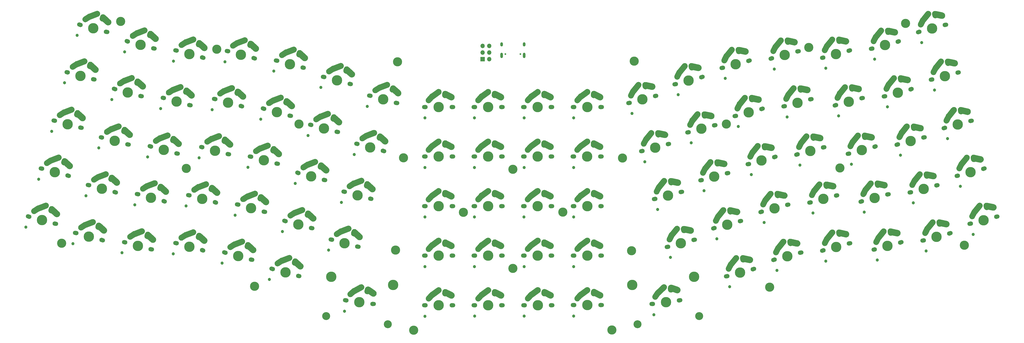
<source format=gbs>
G04 #@! TF.GenerationSoftware,KiCad,Pcbnew,(5.1.10)-1*
G04 #@! TF.CreationDate,2021-09-15T15:45:34+01:00*
G04 #@! TF.ProjectId,superlyra,73757065-726c-4797-9261-2e6b69636164,0.1*
G04 #@! TF.SameCoordinates,Original*
G04 #@! TF.FileFunction,Soldermask,Bot*
G04 #@! TF.FilePolarity,Negative*
%FSLAX46Y46*%
G04 Gerber Fmt 4.6, Leading zero omitted, Abs format (unit mm)*
G04 Created by KiCad (PCBNEW (5.1.10)-1) date 2021-09-15 15:45:34*
%MOMM*%
%LPD*%
G01*
G04 APERTURE LIST*
%ADD10C,2.250000*%
%ADD11C,3.987800*%
%ADD12C,1.750000*%
%ADD13C,2.000000*%
%ADD14C,1.700000*%
%ADD15C,1.200000*%
%ADD16C,3.048000*%
%ADD17R,1.700000X1.700000*%
%ADD18O,1.700000X1.700000*%
%ADD19O,1.000000X1.600000*%
%ADD20C,0.650000*%
%ADD21O,1.000000X2.100000*%
%ADD22C,3.500000*%
G04 APERTURE END LIST*
G36*
G01*
X140816797Y-107247633D02*
X140816797Y-107247633D01*
G75*
G02*
X140116858Y-105818880I364407J1064346D01*
G01*
X140305176Y-105268846D01*
G75*
G02*
X141733929Y-104568907I1064346J-364407D01*
G01*
X141733929Y-104568907D01*
G75*
G02*
X142433868Y-105997660I-364407J-1064346D01*
G01*
X142245550Y-106547694D01*
G75*
G02*
X140816797Y-107247633I-1064346J364407D01*
G01*
G37*
D10*
X141369956Y-105633403D03*
G36*
G01*
X133636493Y-107057719D02*
X133636493Y-107057719D01*
G75*
G02*
X133964562Y-105500920I942434J614365D01*
G01*
X135607794Y-104429710D01*
G75*
G02*
X137164593Y-104757779I614365J-942434D01*
G01*
X137164593Y-104757779D01*
G75*
G02*
X136836524Y-106314578I-942434J-614365D01*
G01*
X135193292Y-107385788D01*
G75*
G02*
X133636493Y-107057719I-614365J942434D01*
G01*
G37*
D11*
X137601704Y-109882906D03*
D10*
X136222166Y-105372155D03*
D12*
X132694801Y-108568105D03*
X142508607Y-111197707D03*
D13*
X143414846Y-107506483D03*
X139128736Y-104183944D03*
D14*
X132289112Y-108459401D03*
X142914296Y-111306411D03*
D15*
X131472531Y-112588759D03*
G36*
G01*
X140541600Y-105025313D02*
X140541600Y-105025313D01*
G75*
G02*
X142306944Y-104932795I928931J-836413D01*
G01*
X144164806Y-106605621D01*
G75*
G02*
X144257324Y-108370965I-836413J-928931D01*
G01*
X144257324Y-108370965D01*
G75*
G02*
X142491980Y-108463483I-928931J836413D01*
G01*
X140634118Y-106790657D01*
G75*
G02*
X140541600Y-105025313I836413J928931D01*
G01*
G37*
G36*
G01*
X140541600Y-105025313D02*
X140541600Y-105025313D01*
G75*
G02*
X142306944Y-104932795I928931J-836413D01*
G01*
X144164806Y-106605621D01*
G75*
G02*
X144257324Y-108370965I-836413J-928931D01*
G01*
X144257324Y-108370965D01*
G75*
G02*
X142491980Y-108463483I-928931J836413D01*
G01*
X140634118Y-106790657D01*
G75*
G02*
X140541600Y-105025313I836413J928931D01*
G01*
G37*
G36*
G01*
X135056693Y-105878160D02*
X135056693Y-105878160D01*
G75*
G02*
X135718187Y-104392420I1073617J412123D01*
G01*
X138705645Y-103245642D01*
G75*
G02*
X140191385Y-103907136I412123J-1073617D01*
G01*
X140191385Y-103907136D01*
G75*
G02*
X139529891Y-105392876I-1073617J-412123D01*
G01*
X136542433Y-106539654D01*
G75*
G02*
X135056693Y-105878160I-412123J1073617D01*
G01*
G37*
G36*
G01*
X135056693Y-105878160D02*
X135056693Y-105878160D01*
G75*
G02*
X135718187Y-104392420I1073617J412123D01*
G01*
X138705645Y-103245642D01*
G75*
G02*
X140191385Y-103907136I412123J-1073617D01*
G01*
X140191385Y-103907136D01*
G75*
G02*
X139529891Y-105392876I-1073617J-412123D01*
G01*
X136542433Y-106539654D01*
G75*
G02*
X135056693Y-105878160I-412123J1073617D01*
G01*
G37*
G36*
G01*
X177987664Y-117477468D02*
X177987664Y-117477468D01*
G75*
G02*
X178242081Y-115871145I930370J675953D01*
G01*
X180830935Y-113990233D01*
G75*
G02*
X182437258Y-114244650I675953J-930370D01*
G01*
X182437258Y-114244650D01*
G75*
G02*
X182182841Y-115850973I-930370J-675953D01*
G01*
X179593987Y-117731885D01*
G75*
G02*
X177987664Y-117477468I-675953J930370D01*
G01*
G37*
G36*
G01*
X177987664Y-117477468D02*
X177987664Y-117477468D01*
G75*
G02*
X178242081Y-115871145I930370J675953D01*
G01*
X180830935Y-113990233D01*
G75*
G02*
X182437258Y-114244650I675953J-930370D01*
G01*
X182437258Y-114244650D01*
G75*
G02*
X182182841Y-115850973I-930370J-675953D01*
G01*
X179593987Y-117731885D01*
G75*
G02*
X177987664Y-117477468I-675953J930370D01*
G01*
G37*
G36*
G01*
X183064945Y-115234083D02*
X183064945Y-115234083D01*
G75*
G02*
X184746191Y-114687813I1113758J-567488D01*
G01*
X186973707Y-115822789D01*
G75*
G02*
X187519977Y-117504035I-567488J-1113758D01*
G01*
X187519977Y-117504035D01*
G75*
G02*
X185838731Y-118050305I-1113758J567488D01*
G01*
X183611215Y-116915329D01*
G75*
G02*
X183064945Y-115234083I567488J1113758D01*
G01*
G37*
G36*
G01*
X183064945Y-115234083D02*
X183064945Y-115234083D01*
G75*
G02*
X184746191Y-114687813I1113758J-567488D01*
G01*
X186973707Y-115822789D01*
G75*
G02*
X187519977Y-117504035I-567488J-1113758D01*
G01*
X187519977Y-117504035D01*
G75*
G02*
X185838731Y-118050305I-1113758J567488D01*
G01*
X183611215Y-116915329D01*
G75*
G02*
X183064945Y-115234083I567488J1113758D01*
G01*
G37*
X176262461Y-124887059D03*
D14*
X186982461Y-120687059D03*
X175982461Y-120687059D03*
D13*
X181482461Y-114787059D03*
X186482461Y-116887059D03*
D12*
X186562461Y-120687059D03*
X176402461Y-120687059D03*
D10*
X178982461Y-116687059D03*
D11*
X181482461Y-120687059D03*
G36*
G01*
X176921149Y-118984409D02*
X176921149Y-118984409D01*
G75*
G02*
X176835111Y-117395747I751312J837350D01*
G01*
X178145101Y-115935739D01*
G75*
G02*
X179733763Y-115849701I837350J-751312D01*
G01*
X179733763Y-115849701D01*
G75*
G02*
X179819801Y-117438363I-751312J-837350D01*
G01*
X178509811Y-118898371D01*
G75*
G02*
X176921149Y-118984409I-837350J751312D01*
G01*
G37*
D10*
X184022461Y-115607059D03*
G36*
G01*
X183905944Y-117309454D02*
X183905944Y-117309454D01*
G75*
G02*
X182860066Y-116110542I76517J1122395D01*
G01*
X182899608Y-115530510D01*
G75*
G02*
X184098520Y-114484632I1122395J-76517D01*
G01*
X184098520Y-114484632D01*
G75*
G02*
X185144398Y-115683544I-76517J-1122395D01*
G01*
X185104856Y-116263576D01*
G75*
G02*
X183905944Y-117309454I-1122395J76517D01*
G01*
G37*
G36*
G01*
X273056597Y-89355307D02*
X273056597Y-89355307D01*
G75*
G02*
X272886597Y-87737871I723718J893718D01*
G01*
X274900423Y-85251003D01*
G75*
G02*
X276517859Y-85081003I893718J-723718D01*
G01*
X276517859Y-85081003D01*
G75*
G02*
X276687859Y-86698439I-723718J-893718D01*
G01*
X274674033Y-89185307D01*
G75*
G02*
X273056597Y-89355307I-893718J723718D01*
G01*
G37*
G36*
G01*
X273056597Y-89355307D02*
X273056597Y-89355307D01*
G75*
G02*
X272886597Y-87737871I723718J893718D01*
G01*
X274900423Y-85251003D01*
G75*
G02*
X276517859Y-85081003I893718J-723718D01*
G01*
X276517859Y-85081003D01*
G75*
G02*
X276687859Y-86698439I-723718J-893718D01*
G01*
X274674033Y-89185307D01*
G75*
G02*
X273056597Y-89355307I-893718J723718D01*
G01*
G37*
G36*
G01*
X277380242Y-85874265D02*
X277380242Y-85874265D01*
G75*
G02*
X278862817Y-84911470I1222685J-259890D01*
G01*
X281308187Y-85431250D01*
G75*
G02*
X282270982Y-86913825I-259890J-1222685D01*
G01*
X282270982Y-86913825D01*
G75*
G02*
X280788407Y-87876620I-1222685J259890D01*
G01*
X278343037Y-87356840D01*
G75*
G02*
X277380242Y-85874265I259890J1222685D01*
G01*
G37*
G36*
G01*
X277380242Y-85874265D02*
X277380242Y-85874265D01*
G75*
G02*
X278862817Y-84911470I1222685J-259890D01*
G01*
X281308187Y-85431250D01*
G75*
G02*
X282270982Y-86913825I-259890J-1222685D01*
G01*
X282270982Y-86913825D01*
G75*
G02*
X280788407Y-87876620I-1222685J259890D01*
G01*
X278343037Y-87356840D01*
G75*
G02*
X277380242Y-85874265I259890J1222685D01*
G01*
G37*
D15*
X273307922Y-96958937D03*
D14*
X282575607Y-90127508D03*
X271950423Y-92974518D03*
D13*
X275735983Y-85852051D03*
X281109132Y-86586400D03*
D12*
X282169918Y-90236212D03*
X272356112Y-92865814D03*
D10*
X273812924Y-88334357D03*
D11*
X277263015Y-91551013D03*
G36*
G01*
X272416448Y-91086934D02*
X272416448Y-91086934D01*
G75*
G02*
X271922165Y-89574673I508989J1003272D01*
G01*
X272809641Y-87825363D01*
G75*
G02*
X274321902Y-87331080I1003272J-508989D01*
G01*
X274321902Y-87331080D01*
G75*
G02*
X274816185Y-88843341I-508989J-1003272D01*
G01*
X273928709Y-90592651D01*
G75*
G02*
X272416448Y-91086934I-1003272J508989D01*
G01*
G37*
D10*
X278401666Y-85986709D03*
G36*
G01*
X278729731Y-87661253D02*
X278729731Y-87661253D01*
G75*
G02*
X277409190Y-86773886I-216587J1103954D01*
G01*
X277297262Y-86203384D01*
G75*
G02*
X278184629Y-84882843I1103954J216587D01*
G01*
X278184629Y-84882843D01*
G75*
G02*
X279505170Y-85770210I216587J-1103954D01*
G01*
X279617098Y-86340712D01*
G75*
G02*
X278729731Y-87661253I-1103954J-216587D01*
G01*
G37*
G36*
G01*
X177985230Y-98459269D02*
X177985230Y-98459269D01*
G75*
G02*
X178239647Y-96852946I930370J675953D01*
G01*
X180828501Y-94972034D01*
G75*
G02*
X182434824Y-95226451I675953J-930370D01*
G01*
X182434824Y-95226451D01*
G75*
G02*
X182180407Y-96832774I-930370J-675953D01*
G01*
X179591553Y-98713686D01*
G75*
G02*
X177985230Y-98459269I-675953J930370D01*
G01*
G37*
G36*
G01*
X177985230Y-98459269D02*
X177985230Y-98459269D01*
G75*
G02*
X178239647Y-96852946I930370J675953D01*
G01*
X180828501Y-94972034D01*
G75*
G02*
X182434824Y-95226451I675953J-930370D01*
G01*
X182434824Y-95226451D01*
G75*
G02*
X182180407Y-96832774I-930370J-675953D01*
G01*
X179591553Y-98713686D01*
G75*
G02*
X177985230Y-98459269I-675953J930370D01*
G01*
G37*
G36*
G01*
X183062511Y-96215884D02*
X183062511Y-96215884D01*
G75*
G02*
X184743757Y-95669614I1113758J-567488D01*
G01*
X186971273Y-96804590D01*
G75*
G02*
X187517543Y-98485836I-567488J-1113758D01*
G01*
X187517543Y-98485836D01*
G75*
G02*
X185836297Y-99032106I-1113758J567488D01*
G01*
X183608781Y-97897130D01*
G75*
G02*
X183062511Y-96215884I567488J1113758D01*
G01*
G37*
G36*
G01*
X183062511Y-96215884D02*
X183062511Y-96215884D01*
G75*
G02*
X184743757Y-95669614I1113758J-567488D01*
G01*
X186971273Y-96804590D01*
G75*
G02*
X187517543Y-98485836I-567488J-1113758D01*
G01*
X187517543Y-98485836D01*
G75*
G02*
X185836297Y-99032106I-1113758J567488D01*
G01*
X183608781Y-97897130D01*
G75*
G02*
X183062511Y-96215884I567488J1113758D01*
G01*
G37*
D15*
X176260027Y-105868860D03*
D14*
X186980027Y-101668860D03*
X175980027Y-101668860D03*
D13*
X181480027Y-95768860D03*
X186480027Y-97868860D03*
D12*
X186560027Y-101668860D03*
X176400027Y-101668860D03*
D10*
X178980027Y-97668860D03*
D11*
X181480027Y-101668860D03*
G36*
G01*
X176918715Y-99966210D02*
X176918715Y-99966210D01*
G75*
G02*
X176832677Y-98377548I751312J837350D01*
G01*
X178142667Y-96917540D01*
G75*
G02*
X179731329Y-96831502I837350J-751312D01*
G01*
X179731329Y-96831502D01*
G75*
G02*
X179817367Y-98420164I-751312J-837350D01*
G01*
X178507377Y-99880172D01*
G75*
G02*
X176918715Y-99966210I-837350J751312D01*
G01*
G37*
D10*
X184020027Y-96588860D03*
G36*
G01*
X183903510Y-98291255D02*
X183903510Y-98291255D01*
G75*
G02*
X182857632Y-97092343I76517J1122395D01*
G01*
X182897174Y-96512311D01*
G75*
G02*
X184096086Y-95466433I1122395J-76517D01*
G01*
X184096086Y-95466433D01*
G75*
G02*
X185141964Y-96665345I-76517J-1122395D01*
G01*
X185102422Y-97245377D01*
G75*
G02*
X183903510Y-98291255I-1122395J76517D01*
G01*
G37*
G36*
G01*
X202887421Y-98292017D02*
X202887421Y-98292017D01*
G75*
G02*
X201841543Y-97093105I76517J1122395D01*
G01*
X201881085Y-96513073D01*
G75*
G02*
X203079997Y-95467195I1122395J-76517D01*
G01*
X203079997Y-95467195D01*
G75*
G02*
X204125875Y-96666107I-76517J-1122395D01*
G01*
X204086333Y-97246139D01*
G75*
G02*
X202887421Y-98292017I-1122395J76517D01*
G01*
G37*
X203003938Y-96589622D03*
G36*
G01*
X195902626Y-99966972D02*
X195902626Y-99966972D01*
G75*
G02*
X195816588Y-98378310I751312J837350D01*
G01*
X197126578Y-96918302D01*
G75*
G02*
X198715240Y-96832264I837350J-751312D01*
G01*
X198715240Y-96832264D01*
G75*
G02*
X198801278Y-98420926I-751312J-837350D01*
G01*
X197491288Y-99880934D01*
G75*
G02*
X195902626Y-99966972I-837350J751312D01*
G01*
G37*
D11*
X200463938Y-101669622D03*
D10*
X197963938Y-97669622D03*
D12*
X195383938Y-101669622D03*
X205543938Y-101669622D03*
D13*
X205463938Y-97869622D03*
X200463938Y-95769622D03*
D14*
X194963938Y-101669622D03*
X205963938Y-101669622D03*
D15*
X195243938Y-105869622D03*
G36*
G01*
X202046422Y-96216646D02*
X202046422Y-96216646D01*
G75*
G02*
X203727668Y-95670376I1113758J-567488D01*
G01*
X205955184Y-96805352D01*
G75*
G02*
X206501454Y-98486598I-567488J-1113758D01*
G01*
X206501454Y-98486598D01*
G75*
G02*
X204820208Y-99032868I-1113758J567488D01*
G01*
X202592692Y-97897892D01*
G75*
G02*
X202046422Y-96216646I567488J1113758D01*
G01*
G37*
G36*
G01*
X202046422Y-96216646D02*
X202046422Y-96216646D01*
G75*
G02*
X203727668Y-95670376I1113758J-567488D01*
G01*
X205955184Y-96805352D01*
G75*
G02*
X206501454Y-98486598I-567488J-1113758D01*
G01*
X206501454Y-98486598D01*
G75*
G02*
X204820208Y-99032868I-1113758J567488D01*
G01*
X202592692Y-97897892D01*
G75*
G02*
X202046422Y-96216646I567488J1113758D01*
G01*
G37*
G36*
G01*
X196969141Y-98460031D02*
X196969141Y-98460031D01*
G75*
G02*
X197223558Y-96853708I930370J675953D01*
G01*
X199812412Y-94972796D01*
G75*
G02*
X201418735Y-95227213I675953J-930370D01*
G01*
X201418735Y-95227213D01*
G75*
G02*
X201164318Y-96833536I-930370J-675953D01*
G01*
X198575464Y-98714448D01*
G75*
G02*
X196969141Y-98460031I-675953J930370D01*
G01*
G37*
G36*
G01*
X196969141Y-98460031D02*
X196969141Y-98460031D01*
G75*
G02*
X197223558Y-96853708I930370J675953D01*
G01*
X199812412Y-94972796D01*
G75*
G02*
X201418735Y-95227213I675953J-930370D01*
G01*
X201418735Y-95227213D01*
G75*
G02*
X201164318Y-96833536I-930370J-675953D01*
G01*
X198575464Y-98714448D01*
G75*
G02*
X196969141Y-98460031I-675953J930370D01*
G01*
G37*
G36*
G01*
X177985185Y-136488299D02*
X177985185Y-136488299D01*
G75*
G02*
X178239602Y-134881976I930370J675953D01*
G01*
X180828456Y-133001064D01*
G75*
G02*
X182434779Y-133255481I675953J-930370D01*
G01*
X182434779Y-133255481D01*
G75*
G02*
X182180362Y-134861804I-930370J-675953D01*
G01*
X179591508Y-136742716D01*
G75*
G02*
X177985185Y-136488299I-675953J930370D01*
G01*
G37*
G36*
G01*
X177985185Y-136488299D02*
X177985185Y-136488299D01*
G75*
G02*
X178239602Y-134881976I930370J675953D01*
G01*
X180828456Y-133001064D01*
G75*
G02*
X182434779Y-133255481I675953J-930370D01*
G01*
X182434779Y-133255481D01*
G75*
G02*
X182180362Y-134861804I-930370J-675953D01*
G01*
X179591508Y-136742716D01*
G75*
G02*
X177985185Y-136488299I-675953J930370D01*
G01*
G37*
G36*
G01*
X183062466Y-134244914D02*
X183062466Y-134244914D01*
G75*
G02*
X184743712Y-133698644I1113758J-567488D01*
G01*
X186971228Y-134833620D01*
G75*
G02*
X187517498Y-136514866I-567488J-1113758D01*
G01*
X187517498Y-136514866D01*
G75*
G02*
X185836252Y-137061136I-1113758J567488D01*
G01*
X183608736Y-135926160D01*
G75*
G02*
X183062466Y-134244914I567488J1113758D01*
G01*
G37*
G36*
G01*
X183062466Y-134244914D02*
X183062466Y-134244914D01*
G75*
G02*
X184743712Y-133698644I1113758J-567488D01*
G01*
X186971228Y-134833620D01*
G75*
G02*
X187517498Y-136514866I-567488J-1113758D01*
G01*
X187517498Y-136514866D01*
G75*
G02*
X185836252Y-137061136I-1113758J567488D01*
G01*
X183608736Y-135926160D01*
G75*
G02*
X183062466Y-134244914I567488J1113758D01*
G01*
G37*
X176259982Y-143897890D03*
D14*
X186979982Y-139697890D03*
X175979982Y-139697890D03*
D13*
X181479982Y-133797890D03*
X186479982Y-135897890D03*
D12*
X186559982Y-139697890D03*
X176399982Y-139697890D03*
D10*
X178979982Y-135697890D03*
D11*
X181479982Y-139697890D03*
G36*
G01*
X176918670Y-137995240D02*
X176918670Y-137995240D01*
G75*
G02*
X176832632Y-136406578I751312J837350D01*
G01*
X178142622Y-134946570D01*
G75*
G02*
X179731284Y-134860532I837350J-751312D01*
G01*
X179731284Y-134860532D01*
G75*
G02*
X179817322Y-136449194I-751312J-837350D01*
G01*
X178507332Y-137909202D01*
G75*
G02*
X176918670Y-137995240I-837350J751312D01*
G01*
G37*
D10*
X184019982Y-134617890D03*
G36*
G01*
X183903465Y-136320285D02*
X183903465Y-136320285D01*
G75*
G02*
X182857587Y-135121373I76517J1122395D01*
G01*
X182897129Y-134541341D01*
G75*
G02*
X184096041Y-133495463I1122395J-76517D01*
G01*
X184096041Y-133495463D01*
G75*
G02*
X185141919Y-134694375I-76517J-1122395D01*
G01*
X185102377Y-135274407D01*
G75*
G02*
X183903465Y-136320285I-1122395J76517D01*
G01*
G37*
G36*
G01*
X153443855Y-171078403D02*
X153443855Y-171078403D01*
G75*
G02*
X155182021Y-170756253I1030158J-708008D01*
G01*
X157242337Y-172172269D01*
G75*
G02*
X157564487Y-173910435I-708008J-1030158D01*
G01*
X157564487Y-173910435D01*
G75*
G02*
X155826321Y-174232585I-1030158J708008D01*
G01*
X153766005Y-172816569D01*
G75*
G02*
X153443855Y-171078403I708008J1030158D01*
G01*
G37*
G36*
G01*
X153443855Y-171078403D02*
X153443855Y-171078403D01*
G75*
G02*
X155182021Y-170756253I1030158J-708008D01*
G01*
X157242337Y-172172269D01*
G75*
G02*
X157564487Y-173910435I-708008J-1030158D01*
G01*
X157564487Y-173910435D01*
G75*
G02*
X155826321Y-174232585I-1030158J708008D01*
G01*
X153766005Y-172816569D01*
G75*
G02*
X153443855Y-171078403I708008J1030158D01*
G01*
G37*
G36*
G01*
X148084037Y-172891706D02*
X148084037Y-172891706D01*
G75*
G02*
X148545944Y-171332333I1010640J548733D01*
G01*
X151358158Y-169805425D01*
G75*
G02*
X152917531Y-170267332I548733J-1010640D01*
G01*
X152917531Y-170267332D01*
G75*
G02*
X152455624Y-171826705I-1010640J-548733D01*
G01*
X149643410Y-173353613D01*
G75*
G02*
X148084037Y-172891706I-548733J1010640D01*
G01*
G37*
G36*
G01*
X148084037Y-172891706D02*
X148084037Y-172891706D01*
G75*
G02*
X148545944Y-171332333I1010640J548733D01*
G01*
X151358158Y-169805425D01*
G75*
G02*
X152917531Y-170267332I548733J-1010640D01*
G01*
X152917531Y-170267332D01*
G75*
G02*
X152455624Y-171826705I-1010640J-548733D01*
G01*
X149643410Y-173353613D01*
G75*
G02*
X148084037Y-172891706I-548733J1010640D01*
G01*
G37*
D16*
X138382406Y-181897021D03*
D11*
X140371625Y-166787401D03*
D16*
X162054143Y-185013464D03*
D11*
X164043362Y-169903844D03*
D15*
X145406448Y-180012722D03*
D14*
X156582947Y-177247894D03*
X145677053Y-175812106D03*
D13*
X151900105Y-170680475D03*
X156583224Y-173415140D03*
D12*
X156166540Y-177193073D03*
X146093460Y-175866927D03*
D10*
X149173493Y-172237905D03*
D11*
X151130000Y-176530000D03*
G36*
G01*
X146829952Y-174246546D02*
X146829952Y-174246546D01*
G75*
G02*
X146952011Y-172660245I854180J732121D01*
G01*
X148441365Y-171383715D01*
G75*
G02*
X150027666Y-171505774I732121J-854180D01*
G01*
X150027666Y-171505774D01*
G75*
G02*
X149905607Y-173092075I-854180J-732121D01*
G01*
X148416253Y-174368605D01*
G75*
G02*
X146829952Y-174246546I-732121J854180D01*
G01*
G37*
D10*
X154311343Y-171824997D03*
G36*
G01*
X153973615Y-173497619D02*
X153973615Y-173497619D01*
G75*
G02*
X153093175Y-172172449I222365J1102805D01*
G01*
X153208089Y-171602541D01*
G75*
G02*
X154533259Y-170722101I1102805J-222365D01*
G01*
X154533259Y-170722101D01*
G75*
G02*
X155413699Y-172047271I-222365J-1102805D01*
G01*
X155298785Y-172617179D01*
G75*
G02*
X153973615Y-173497619I-1102805J222365D01*
G01*
G37*
G36*
G01*
X269429035Y-170665291D02*
X269429035Y-170665291D01*
G75*
G02*
X271024596Y-169904248I1178302J-417259D01*
G01*
X273381200Y-170738766D01*
G75*
G02*
X274142243Y-172334327I-417259J-1178302D01*
G01*
X274142243Y-172334327D01*
G75*
G02*
X272546682Y-173095370I-1178302J417259D01*
G01*
X270190078Y-172260852D01*
G75*
G02*
X269429035Y-170665291I417259J1178302D01*
G01*
G37*
G36*
G01*
X269429035Y-170665291D02*
X269429035Y-170665291D01*
G75*
G02*
X271024596Y-169904248I1178302J-417259D01*
G01*
X273381200Y-170738766D01*
G75*
G02*
X274142243Y-172334327I-417259J-1178302D01*
G01*
X274142243Y-172334327D01*
G75*
G02*
X272546682Y-173095370I-1178302J417259D01*
G01*
X270190078Y-172260852D01*
G75*
G02*
X269429035Y-170665291I417259J1178302D01*
G01*
G37*
G36*
G01*
X264721166Y-173804030D02*
X264721166Y-173804030D01*
G75*
G02*
X264763739Y-172178241I834181J791608D01*
G01*
X267084937Y-169975507D01*
G75*
G02*
X268710726Y-170018080I791608J-834181D01*
G01*
X268710726Y-170018080D01*
G75*
G02*
X268668153Y-171643869I-834181J-791608D01*
G01*
X266346955Y-173846603D01*
G75*
G02*
X264721166Y-173804030I-791608J834181D01*
G01*
G37*
G36*
G01*
X264721166Y-173804030D02*
X264721166Y-173804030D01*
G75*
G02*
X264763739Y-172178241I834181J791608D01*
G01*
X267084937Y-169975507D01*
G75*
G02*
X268710726Y-170018080I791608J-834181D01*
G01*
X268710726Y-170018080D01*
G75*
G02*
X268668153Y-171643869I-834181J-791608D01*
G01*
X266346955Y-173846603D01*
G75*
G02*
X264721166Y-173804030I-791608J834181D01*
G01*
G37*
D16*
X257680857Y-185013464D03*
D11*
X255691638Y-169903844D03*
D16*
X281352594Y-181897021D03*
D11*
X279363375Y-166787401D03*
D15*
X263977868Y-181375415D03*
D14*
X274057947Y-175812106D03*
X263152053Y-177247894D03*
D13*
X267834895Y-170680475D03*
X273066225Y-172109879D03*
D12*
X273641540Y-175866927D03*
X263568460Y-177193073D03*
D10*
X265604283Y-172890536D03*
D11*
X268605000Y-176530000D03*
G36*
G01*
X263860471Y-175437288D02*
X263860471Y-175437288D01*
G75*
G02*
X263567806Y-173873447I635588J928253D01*
G01*
X264676020Y-172254941D01*
G75*
G02*
X266239861Y-171962276I928253J-635588D01*
G01*
X266239861Y-171962276D01*
G75*
G02*
X266532526Y-173526117I-635588J-928253D01*
G01*
X265424312Y-175144623D01*
G75*
G02*
X263860471Y-175437288I-928253J635588D01*
G01*
G37*
D10*
X270460197Y-171161924D03*
G36*
G01*
X270566883Y-172864963D02*
X270566883Y-172864963D01*
G75*
G02*
X269373464Y-171812822I-70639J1122780D01*
G01*
X269336958Y-171232592D01*
G75*
G02*
X270389099Y-170039173I1122780J70639D01*
G01*
X270389099Y-170039173D01*
G75*
G02*
X271582518Y-171091314I70639J-1122780D01*
G01*
X271619024Y-171671544D01*
G75*
G02*
X270566883Y-172864963I-1122780J-70639D01*
G01*
G37*
D17*
X198374000Y-83312000D03*
D18*
X200914000Y-83312000D03*
X198374000Y-80772000D03*
X200914000Y-80772000D03*
X198374000Y-78232000D03*
X200914000Y-78232000D03*
G36*
G01*
X46624019Y-67488717D02*
X46624019Y-67488717D01*
G75*
G02*
X47285513Y-66002977I1073617J412123D01*
G01*
X50272971Y-64856199D01*
G75*
G02*
X51758711Y-65517693I412123J-1073617D01*
G01*
X51758711Y-65517693D01*
G75*
G02*
X51097217Y-67003433I-1073617J-412123D01*
G01*
X48109759Y-68150211D01*
G75*
G02*
X46624019Y-67488717I-412123J1073617D01*
G01*
G37*
G36*
G01*
X46624019Y-67488717D02*
X46624019Y-67488717D01*
G75*
G02*
X47285513Y-66002977I1073617J412123D01*
G01*
X50272971Y-64856199D01*
G75*
G02*
X51758711Y-65517693I412123J-1073617D01*
G01*
X51758711Y-65517693D01*
G75*
G02*
X51097217Y-67003433I-1073617J-412123D01*
G01*
X48109759Y-68150211D01*
G75*
G02*
X46624019Y-67488717I-412123J1073617D01*
G01*
G37*
G36*
G01*
X52108926Y-66635870D02*
X52108926Y-66635870D01*
G75*
G02*
X53874270Y-66543352I928931J-836413D01*
G01*
X55732132Y-68216178D01*
G75*
G02*
X55824650Y-69981522I-836413J-928931D01*
G01*
X55824650Y-69981522D01*
G75*
G02*
X54059306Y-70074040I-928931J836413D01*
G01*
X52201444Y-68401214D01*
G75*
G02*
X52108926Y-66635870I836413J928931D01*
G01*
G37*
G36*
G01*
X52108926Y-66635870D02*
X52108926Y-66635870D01*
G75*
G02*
X53874270Y-66543352I928931J-836413D01*
G01*
X55732132Y-68216178D01*
G75*
G02*
X55824650Y-69981522I-836413J-928931D01*
G01*
X55824650Y-69981522D01*
G75*
G02*
X54059306Y-70074040I-928931J836413D01*
G01*
X52201444Y-68401214D01*
G75*
G02*
X52108926Y-66635870I836413J928931D01*
G01*
G37*
D15*
X43039857Y-74199316D03*
D14*
X54481622Y-72916968D03*
X43856438Y-70069958D03*
D13*
X50696062Y-65794501D03*
X54982172Y-69117040D03*
D12*
X54075933Y-72808264D03*
X44262127Y-70178662D03*
D10*
X47789492Y-66982712D03*
D11*
X49169030Y-71493463D03*
G36*
G01*
X45203819Y-68668276D02*
X45203819Y-68668276D01*
G75*
G02*
X45531888Y-67111477I942434J614365D01*
G01*
X47175120Y-66040267D01*
G75*
G02*
X48731919Y-66368336I614365J-942434D01*
G01*
X48731919Y-66368336D01*
G75*
G02*
X48403850Y-67925135I-942434J-614365D01*
G01*
X46760618Y-68996345D01*
G75*
G02*
X45203819Y-68668276I-614365J942434D01*
G01*
G37*
D10*
X52937282Y-67243960D03*
G36*
G01*
X52384123Y-68858190D02*
X52384123Y-68858190D01*
G75*
G02*
X51684184Y-67429437I364407J1064346D01*
G01*
X51872502Y-66879403D01*
G75*
G02*
X53301255Y-66179464I1064346J-364407D01*
G01*
X53301255Y-66179464D01*
G75*
G02*
X54001194Y-67608217I-364407J-1064346D01*
G01*
X53812876Y-68158251D01*
G75*
G02*
X52384123Y-68858190I-1064346J364407D01*
G01*
G37*
G36*
G01*
X70542122Y-75213761D02*
X70542122Y-75213761D01*
G75*
G02*
X69842183Y-73785008I364407J1064346D01*
G01*
X70030501Y-73234974D01*
G75*
G02*
X71459254Y-72535035I1064346J-364407D01*
G01*
X71459254Y-72535035D01*
G75*
G02*
X72159193Y-73963788I-364407J-1064346D01*
G01*
X71970875Y-74513822D01*
G75*
G02*
X70542122Y-75213761I-1064346J364407D01*
G01*
G37*
X71095281Y-73599531D03*
G36*
G01*
X63361818Y-75023847D02*
X63361818Y-75023847D01*
G75*
G02*
X63689887Y-73467048I942434J614365D01*
G01*
X65333119Y-72395838D01*
G75*
G02*
X66889918Y-72723907I614365J-942434D01*
G01*
X66889918Y-72723907D01*
G75*
G02*
X66561849Y-74280706I-942434J-614365D01*
G01*
X64918617Y-75351916D01*
G75*
G02*
X63361818Y-75023847I-614365J942434D01*
G01*
G37*
D11*
X67327029Y-77849034D03*
D10*
X65947491Y-73338283D03*
D12*
X62420126Y-76534233D03*
X72233932Y-79163835D03*
D13*
X73140171Y-75472611D03*
X68854061Y-72150072D03*
D14*
X62014437Y-76425529D03*
X72639621Y-79272539D03*
D15*
X61197856Y-80554887D03*
G36*
G01*
X70266925Y-72991441D02*
X70266925Y-72991441D01*
G75*
G02*
X72032269Y-72898923I928931J-836413D01*
G01*
X73890131Y-74571749D01*
G75*
G02*
X73982649Y-76337093I-836413J-928931D01*
G01*
X73982649Y-76337093D01*
G75*
G02*
X72217305Y-76429611I-928931J836413D01*
G01*
X70359443Y-74756785D01*
G75*
G02*
X70266925Y-72991441I836413J928931D01*
G01*
G37*
G36*
G01*
X70266925Y-72991441D02*
X70266925Y-72991441D01*
G75*
G02*
X72032269Y-72898923I928931J-836413D01*
G01*
X73890131Y-74571749D01*
G75*
G02*
X73982649Y-76337093I-836413J-928931D01*
G01*
X73982649Y-76337093D01*
G75*
G02*
X72217305Y-76429611I-928931J836413D01*
G01*
X70359443Y-74756785D01*
G75*
G02*
X70266925Y-72991441I836413J928931D01*
G01*
G37*
G36*
G01*
X64782018Y-73844288D02*
X64782018Y-73844288D01*
G75*
G02*
X65443512Y-72358548I1073617J412123D01*
G01*
X68430970Y-71211770D01*
G75*
G02*
X69916710Y-71873264I412123J-1073617D01*
G01*
X69916710Y-71873264D01*
G75*
G02*
X69255216Y-73359004I-1073617J-412123D01*
G01*
X66267758Y-74505782D01*
G75*
G02*
X64782018Y-73844288I-412123J1073617D01*
G01*
G37*
G36*
G01*
X64782018Y-73844288D02*
X64782018Y-73844288D01*
G75*
G02*
X65443512Y-72358548I1073617J412123D01*
G01*
X68430970Y-71211770D01*
G75*
G02*
X69916710Y-71873264I412123J-1073617D01*
G01*
X69916710Y-71873264D01*
G75*
G02*
X69255216Y-73359004I-1073617J-412123D01*
G01*
X66267758Y-74505782D01*
G75*
G02*
X64782018Y-73844288I-412123J1073617D01*
G01*
G37*
G36*
G01*
X89238646Y-78723019D02*
X89238646Y-78723019D01*
G75*
G02*
X88538707Y-77294266I364407J1064346D01*
G01*
X88727025Y-76744232D01*
G75*
G02*
X90155778Y-76044293I1064346J-364407D01*
G01*
X90155778Y-76044293D01*
G75*
G02*
X90855717Y-77473046I-364407J-1064346D01*
G01*
X90667399Y-78023080D01*
G75*
G02*
X89238646Y-78723019I-1064346J364407D01*
G01*
G37*
D10*
X89791805Y-77108789D03*
G36*
G01*
X82058342Y-78533105D02*
X82058342Y-78533105D01*
G75*
G02*
X82386411Y-76976306I942434J614365D01*
G01*
X84029643Y-75905096D01*
G75*
G02*
X85586442Y-76233165I614365J-942434D01*
G01*
X85586442Y-76233165D01*
G75*
G02*
X85258373Y-77789964I-942434J-614365D01*
G01*
X83615141Y-78861174D01*
G75*
G02*
X82058342Y-78533105I-614365J942434D01*
G01*
G37*
D11*
X86023553Y-81358292D03*
D10*
X84644015Y-76847541D03*
D12*
X81116650Y-80043491D03*
X90930456Y-82673093D03*
D13*
X91836695Y-78981869D03*
X87550585Y-75659330D03*
D14*
X80710961Y-79934787D03*
X91336145Y-82781797D03*
D15*
X79894380Y-84064145D03*
G36*
G01*
X88963449Y-76500699D02*
X88963449Y-76500699D01*
G75*
G02*
X90728793Y-76408181I928931J-836413D01*
G01*
X92586655Y-78081007D01*
G75*
G02*
X92679173Y-79846351I-836413J-928931D01*
G01*
X92679173Y-79846351D01*
G75*
G02*
X90913829Y-79938869I-928931J836413D01*
G01*
X89055967Y-78266043D01*
G75*
G02*
X88963449Y-76500699I836413J928931D01*
G01*
G37*
G36*
G01*
X88963449Y-76500699D02*
X88963449Y-76500699D01*
G75*
G02*
X90728793Y-76408181I928931J-836413D01*
G01*
X92586655Y-78081007D01*
G75*
G02*
X92679173Y-79846351I-836413J-928931D01*
G01*
X92679173Y-79846351D01*
G75*
G02*
X90913829Y-79938869I-928931J836413D01*
G01*
X89055967Y-78266043D01*
G75*
G02*
X88963449Y-76500699I836413J928931D01*
G01*
G37*
G36*
G01*
X83478542Y-77353546D02*
X83478542Y-77353546D01*
G75*
G02*
X84140036Y-75867806I1073617J412123D01*
G01*
X87127494Y-74721028D01*
G75*
G02*
X88613234Y-75382522I412123J-1073617D01*
G01*
X88613234Y-75382522D01*
G75*
G02*
X87951740Y-76868262I-1073617J-412123D01*
G01*
X84964282Y-78015040D01*
G75*
G02*
X83478542Y-77353546I-412123J1073617D01*
G01*
G37*
G36*
G01*
X83478542Y-77353546D02*
X83478542Y-77353546D01*
G75*
G02*
X84140036Y-75867806I1073617J412123D01*
G01*
X87127494Y-74721028D01*
G75*
G02*
X88613234Y-75382522I412123J-1073617D01*
G01*
X88613234Y-75382522D01*
G75*
G02*
X87951740Y-76868262I-1073617J-412123D01*
G01*
X84964282Y-78015040D01*
G75*
G02*
X83478542Y-77353546I-412123J1073617D01*
G01*
G37*
G36*
G01*
X103189705Y-77622755D02*
X103189705Y-77622755D01*
G75*
G02*
X103851199Y-76137015I1073617J412123D01*
G01*
X106838657Y-74990237D01*
G75*
G02*
X108324397Y-75651731I412123J-1073617D01*
G01*
X108324397Y-75651731D01*
G75*
G02*
X107662903Y-77137471I-1073617J-412123D01*
G01*
X104675445Y-78284249D01*
G75*
G02*
X103189705Y-77622755I-412123J1073617D01*
G01*
G37*
G36*
G01*
X103189705Y-77622755D02*
X103189705Y-77622755D01*
G75*
G02*
X103851199Y-76137015I1073617J412123D01*
G01*
X106838657Y-74990237D01*
G75*
G02*
X108324397Y-75651731I412123J-1073617D01*
G01*
X108324397Y-75651731D01*
G75*
G02*
X107662903Y-77137471I-1073617J-412123D01*
G01*
X104675445Y-78284249D01*
G75*
G02*
X103189705Y-77622755I-412123J1073617D01*
G01*
G37*
G36*
G01*
X108674612Y-76769908D02*
X108674612Y-76769908D01*
G75*
G02*
X110439956Y-76677390I928931J-836413D01*
G01*
X112297818Y-78350216D01*
G75*
G02*
X112390336Y-80115560I-836413J-928931D01*
G01*
X112390336Y-80115560D01*
G75*
G02*
X110624992Y-80208078I-928931J836413D01*
G01*
X108767130Y-78535252D01*
G75*
G02*
X108674612Y-76769908I836413J928931D01*
G01*
G37*
G36*
G01*
X108674612Y-76769908D02*
X108674612Y-76769908D01*
G75*
G02*
X110439956Y-76677390I928931J-836413D01*
G01*
X112297818Y-78350216D01*
G75*
G02*
X112390336Y-80115560I-836413J-928931D01*
G01*
X112390336Y-80115560D01*
G75*
G02*
X110624992Y-80208078I-928931J836413D01*
G01*
X108767130Y-78535252D01*
G75*
G02*
X108674612Y-76769908I836413J928931D01*
G01*
G37*
X99605543Y-84333354D03*
D14*
X111047308Y-83051006D03*
X100422124Y-80203996D03*
D13*
X107261748Y-75928539D03*
X111547858Y-79251078D03*
D12*
X110641619Y-82942302D03*
X100827813Y-80312700D03*
D10*
X104355178Y-77116750D03*
D11*
X105734716Y-81627501D03*
G36*
G01*
X101769505Y-78802314D02*
X101769505Y-78802314D01*
G75*
G02*
X102097574Y-77245515I942434J614365D01*
G01*
X103740806Y-76174305D01*
G75*
G02*
X105297605Y-76502374I614365J-942434D01*
G01*
X105297605Y-76502374D01*
G75*
G02*
X104969536Y-78059173I-942434J-614365D01*
G01*
X103326304Y-79130383D01*
G75*
G02*
X101769505Y-78802314I-614365J942434D01*
G01*
G37*
D10*
X109502968Y-77377998D03*
G36*
G01*
X108949809Y-78992228D02*
X108949809Y-78992228D01*
G75*
G02*
X108249870Y-77563475I364407J1064346D01*
G01*
X108438188Y-77013441D01*
G75*
G02*
X109866941Y-76313502I1064346J-364407D01*
G01*
X109866941Y-76313502D01*
G75*
G02*
X110566880Y-77742255I-364407J-1064346D01*
G01*
X110378562Y-78292289D01*
G75*
G02*
X108949809Y-78992228I-1064346J364407D01*
G01*
G37*
G36*
G01*
X127722353Y-82597927D02*
X127722353Y-82597927D01*
G75*
G02*
X127022414Y-81169174I364407J1064346D01*
G01*
X127210732Y-80619140D01*
G75*
G02*
X128639485Y-79919201I1064346J-364407D01*
G01*
X128639485Y-79919201D01*
G75*
G02*
X129339424Y-81347954I-364407J-1064346D01*
G01*
X129151106Y-81897988D01*
G75*
G02*
X127722353Y-82597927I-1064346J364407D01*
G01*
G37*
X128275512Y-80983697D03*
G36*
G01*
X120542049Y-82408013D02*
X120542049Y-82408013D01*
G75*
G02*
X120870118Y-80851214I942434J614365D01*
G01*
X122513350Y-79780004D01*
G75*
G02*
X124070149Y-80108073I614365J-942434D01*
G01*
X124070149Y-80108073D01*
G75*
G02*
X123742080Y-81664872I-942434J-614365D01*
G01*
X122098848Y-82736082D01*
G75*
G02*
X120542049Y-82408013I-614365J942434D01*
G01*
G37*
D11*
X124507260Y-85233200D03*
D10*
X123127722Y-80722449D03*
D12*
X119600357Y-83918399D03*
X129414163Y-86548001D03*
D13*
X130320402Y-82856777D03*
X126034292Y-79534238D03*
D14*
X119194668Y-83809695D03*
X129819852Y-86656705D03*
D15*
X118378087Y-87939053D03*
G36*
G01*
X127447156Y-80375607D02*
X127447156Y-80375607D01*
G75*
G02*
X129212500Y-80283089I928931J-836413D01*
G01*
X131070362Y-81955915D01*
G75*
G02*
X131162880Y-83721259I-836413J-928931D01*
G01*
X131162880Y-83721259D01*
G75*
G02*
X129397536Y-83813777I-928931J836413D01*
G01*
X127539674Y-82140951D01*
G75*
G02*
X127447156Y-80375607I836413J928931D01*
G01*
G37*
G36*
G01*
X127447156Y-80375607D02*
X127447156Y-80375607D01*
G75*
G02*
X129212500Y-80283089I928931J-836413D01*
G01*
X131070362Y-81955915D01*
G75*
G02*
X131162880Y-83721259I-836413J-928931D01*
G01*
X131162880Y-83721259D01*
G75*
G02*
X129397536Y-83813777I-928931J836413D01*
G01*
X127539674Y-82140951D01*
G75*
G02*
X127447156Y-80375607I836413J928931D01*
G01*
G37*
G36*
G01*
X121962249Y-81228454D02*
X121962249Y-81228454D01*
G75*
G02*
X122623743Y-79742714I1073617J412123D01*
G01*
X125611201Y-78595936D01*
G75*
G02*
X127096941Y-79257430I412123J-1073617D01*
G01*
X127096941Y-79257430D01*
G75*
G02*
X126435447Y-80743170I-1073617J-412123D01*
G01*
X123447989Y-81889948D01*
G75*
G02*
X121962249Y-81228454I-412123J1073617D01*
G01*
G37*
G36*
G01*
X121962249Y-81228454D02*
X121962249Y-81228454D01*
G75*
G02*
X122623743Y-79742714I1073617J412123D01*
G01*
X125611201Y-78595936D01*
G75*
G02*
X127096941Y-79257430I412123J-1073617D01*
G01*
X127096941Y-79257430D01*
G75*
G02*
X126435447Y-80743170I-1073617J-412123D01*
G01*
X123447989Y-81889948D01*
G75*
G02*
X121962249Y-81228454I-412123J1073617D01*
G01*
G37*
G36*
G01*
X139986791Y-87481873D02*
X139986791Y-87481873D01*
G75*
G02*
X140648285Y-85996133I1073617J412123D01*
G01*
X143635743Y-84849355D01*
G75*
G02*
X145121483Y-85510849I412123J-1073617D01*
G01*
X145121483Y-85510849D01*
G75*
G02*
X144459989Y-86996589I-1073617J-412123D01*
G01*
X141472531Y-88143367D01*
G75*
G02*
X139986791Y-87481873I-412123J1073617D01*
G01*
G37*
G36*
G01*
X139986791Y-87481873D02*
X139986791Y-87481873D01*
G75*
G02*
X140648285Y-85996133I1073617J412123D01*
G01*
X143635743Y-84849355D01*
G75*
G02*
X145121483Y-85510849I412123J-1073617D01*
G01*
X145121483Y-85510849D01*
G75*
G02*
X144459989Y-86996589I-1073617J-412123D01*
G01*
X141472531Y-88143367D01*
G75*
G02*
X139986791Y-87481873I-412123J1073617D01*
G01*
G37*
G36*
G01*
X145471698Y-86629026D02*
X145471698Y-86629026D01*
G75*
G02*
X147237042Y-86536508I928931J-836413D01*
G01*
X149094904Y-88209334D01*
G75*
G02*
X149187422Y-89974678I-836413J-928931D01*
G01*
X149187422Y-89974678D01*
G75*
G02*
X147422078Y-90067196I-928931J836413D01*
G01*
X145564216Y-88394370D01*
G75*
G02*
X145471698Y-86629026I836413J928931D01*
G01*
G37*
G36*
G01*
X145471698Y-86629026D02*
X145471698Y-86629026D01*
G75*
G02*
X147237042Y-86536508I928931J-836413D01*
G01*
X149094904Y-88209334D01*
G75*
G02*
X149187422Y-89974678I-836413J-928931D01*
G01*
X149187422Y-89974678D01*
G75*
G02*
X147422078Y-90067196I-928931J836413D01*
G01*
X145564216Y-88394370D01*
G75*
G02*
X145471698Y-86629026I836413J928931D01*
G01*
G37*
X136402629Y-94192472D03*
D14*
X147844394Y-92910124D03*
X137219210Y-90063114D03*
D13*
X144058834Y-85787657D03*
X148344944Y-89110196D03*
D12*
X147438705Y-92801420D03*
X137624899Y-90171818D03*
D10*
X141152264Y-86975868D03*
D11*
X142531802Y-91486619D03*
G36*
G01*
X138566591Y-88661432D02*
X138566591Y-88661432D01*
G75*
G02*
X138894660Y-87104633I942434J614365D01*
G01*
X140537892Y-86033423D01*
G75*
G02*
X142094691Y-86361492I614365J-942434D01*
G01*
X142094691Y-86361492D01*
G75*
G02*
X141766622Y-87918291I-942434J-614365D01*
G01*
X140123390Y-88989501D01*
G75*
G02*
X138566591Y-88661432I-614365J942434D01*
G01*
G37*
D10*
X146300054Y-87237116D03*
G36*
G01*
X145746895Y-88851346D02*
X145746895Y-88851346D01*
G75*
G02*
X145046956Y-87422593I364407J1064346D01*
G01*
X145235274Y-86872559D01*
G75*
G02*
X146664027Y-86172620I1064346J-364407D01*
G01*
X146664027Y-86172620D01*
G75*
G02*
X147363966Y-87601373I-364407J-1064346D01*
G01*
X147175648Y-88151407D01*
G75*
G02*
X145746895Y-88851346I-1064346J364407D01*
G01*
G37*
G36*
G01*
X163487200Y-96100165D02*
X163487200Y-96100165D01*
G75*
G02*
X162787261Y-94671412I364407J1064346D01*
G01*
X162975579Y-94121378D01*
G75*
G02*
X164404332Y-93421439I1064346J-364407D01*
G01*
X164404332Y-93421439D01*
G75*
G02*
X165104271Y-94850192I-364407J-1064346D01*
G01*
X164915953Y-95400226D01*
G75*
G02*
X163487200Y-96100165I-1064346J364407D01*
G01*
G37*
X164040359Y-94485935D03*
G36*
G01*
X156306896Y-95910251D02*
X156306896Y-95910251D01*
G75*
G02*
X156634965Y-94353452I942434J614365D01*
G01*
X158278197Y-93282242D01*
G75*
G02*
X159834996Y-93610311I614365J-942434D01*
G01*
X159834996Y-93610311D01*
G75*
G02*
X159506927Y-95167110I-942434J-614365D01*
G01*
X157863695Y-96238320D01*
G75*
G02*
X156306896Y-95910251I-614365J942434D01*
G01*
G37*
D11*
X160272107Y-98735438D03*
D10*
X158892569Y-94224687D03*
D12*
X155365204Y-97420637D03*
X165179010Y-100050239D03*
D13*
X166085249Y-96359015D03*
X161799139Y-93036476D03*
D14*
X154959515Y-97311933D03*
X165584699Y-100158943D03*
D15*
X154142934Y-101441291D03*
G36*
G01*
X163212003Y-93877845D02*
X163212003Y-93877845D01*
G75*
G02*
X164977347Y-93785327I928931J-836413D01*
G01*
X166835209Y-95458153D01*
G75*
G02*
X166927727Y-97223497I-836413J-928931D01*
G01*
X166927727Y-97223497D01*
G75*
G02*
X165162383Y-97316015I-928931J836413D01*
G01*
X163304521Y-95643189D01*
G75*
G02*
X163212003Y-93877845I836413J928931D01*
G01*
G37*
G36*
G01*
X163212003Y-93877845D02*
X163212003Y-93877845D01*
G75*
G02*
X164977347Y-93785327I928931J-836413D01*
G01*
X166835209Y-95458153D01*
G75*
G02*
X166927727Y-97223497I-836413J-928931D01*
G01*
X166927727Y-97223497D01*
G75*
G02*
X165162383Y-97316015I-928931J836413D01*
G01*
X163304521Y-95643189D01*
G75*
G02*
X163212003Y-93877845I836413J928931D01*
G01*
G37*
G36*
G01*
X157727096Y-94730692D02*
X157727096Y-94730692D01*
G75*
G02*
X158388590Y-93244952I1073617J412123D01*
G01*
X161376048Y-92098174D01*
G75*
G02*
X162861788Y-92759668I412123J-1073617D01*
G01*
X162861788Y-92759668D01*
G75*
G02*
X162200294Y-94245408I-1073617J-412123D01*
G01*
X159212836Y-95392186D01*
G75*
G02*
X157727096Y-94730692I-412123J1073617D01*
G01*
G37*
G36*
G01*
X157727096Y-94730692D02*
X157727096Y-94730692D01*
G75*
G02*
X158388590Y-93244952I1073617J412123D01*
G01*
X161376048Y-92098174D01*
G75*
G02*
X162861788Y-92759668I412123J-1073617D01*
G01*
X162861788Y-92759668D01*
G75*
G02*
X162200294Y-94245408I-1073617J-412123D01*
G01*
X159212836Y-95392186D01*
G75*
G02*
X157727096Y-94730692I-412123J1073617D01*
G01*
G37*
G36*
G01*
X215973302Y-98460259D02*
X215973302Y-98460259D01*
G75*
G02*
X216227719Y-96853936I930370J675953D01*
G01*
X218816573Y-94973024D01*
G75*
G02*
X220422896Y-95227441I675953J-930370D01*
G01*
X220422896Y-95227441D01*
G75*
G02*
X220168479Y-96833764I-930370J-675953D01*
G01*
X217579625Y-98714676D01*
G75*
G02*
X215973302Y-98460259I-675953J930370D01*
G01*
G37*
G36*
G01*
X215973302Y-98460259D02*
X215973302Y-98460259D01*
G75*
G02*
X216227719Y-96853936I930370J675953D01*
G01*
X218816573Y-94973024D01*
G75*
G02*
X220422896Y-95227441I675953J-930370D01*
G01*
X220422896Y-95227441D01*
G75*
G02*
X220168479Y-96833764I-930370J-675953D01*
G01*
X217579625Y-98714676D01*
G75*
G02*
X215973302Y-98460259I-675953J930370D01*
G01*
G37*
G36*
G01*
X221050583Y-96216874D02*
X221050583Y-96216874D01*
G75*
G02*
X222731829Y-95670604I1113758J-567488D01*
G01*
X224959345Y-96805580D01*
G75*
G02*
X225505615Y-98486826I-567488J-1113758D01*
G01*
X225505615Y-98486826D01*
G75*
G02*
X223824369Y-99033096I-1113758J567488D01*
G01*
X221596853Y-97898120D01*
G75*
G02*
X221050583Y-96216874I567488J1113758D01*
G01*
G37*
G36*
G01*
X221050583Y-96216874D02*
X221050583Y-96216874D01*
G75*
G02*
X222731829Y-95670604I1113758J-567488D01*
G01*
X224959345Y-96805580D01*
G75*
G02*
X225505615Y-98486826I-567488J-1113758D01*
G01*
X225505615Y-98486826D01*
G75*
G02*
X223824369Y-99033096I-1113758J567488D01*
G01*
X221596853Y-97898120D01*
G75*
G02*
X221050583Y-96216874I567488J1113758D01*
G01*
G37*
X214248099Y-105869850D03*
D14*
X224968099Y-101669850D03*
X213968099Y-101669850D03*
D13*
X219468099Y-95769850D03*
X224468099Y-97869850D03*
D12*
X224548099Y-101669850D03*
X214388099Y-101669850D03*
D10*
X216968099Y-97669850D03*
D11*
X219468099Y-101669850D03*
G36*
G01*
X214906787Y-99967200D02*
X214906787Y-99967200D01*
G75*
G02*
X214820749Y-98378538I751312J837350D01*
G01*
X216130739Y-96918530D01*
G75*
G02*
X217719401Y-96832492I837350J-751312D01*
G01*
X217719401Y-96832492D01*
G75*
G02*
X217805439Y-98421154I-751312J-837350D01*
G01*
X216495449Y-99881162D01*
G75*
G02*
X214906787Y-99967200I-837350J751312D01*
G01*
G37*
D10*
X222008099Y-96589850D03*
G36*
G01*
X221891582Y-98292245D02*
X221891582Y-98292245D01*
G75*
G02*
X220845704Y-97093333I76517J1122395D01*
G01*
X220885246Y-96513301D01*
G75*
G02*
X222084158Y-95467423I1122395J-76517D01*
G01*
X222084158Y-95467423D01*
G75*
G02*
X223130036Y-96666335I-76517J-1122395D01*
G01*
X223090494Y-97246367D01*
G75*
G02*
X221891582Y-98292245I-1122395J76517D01*
G01*
G37*
G36*
G01*
X240880429Y-98292097D02*
X240880429Y-98292097D01*
G75*
G02*
X239834551Y-97093185I76517J1122395D01*
G01*
X239874093Y-96513153D01*
G75*
G02*
X241073005Y-95467275I1122395J-76517D01*
G01*
X241073005Y-95467275D01*
G75*
G02*
X242118883Y-96666187I-76517J-1122395D01*
G01*
X242079341Y-97246219D01*
G75*
G02*
X240880429Y-98292097I-1122395J76517D01*
G01*
G37*
X240996946Y-96589702D03*
G36*
G01*
X233895634Y-99967052D02*
X233895634Y-99967052D01*
G75*
G02*
X233809596Y-98378390I751312J837350D01*
G01*
X235119586Y-96918382D01*
G75*
G02*
X236708248Y-96832344I837350J-751312D01*
G01*
X236708248Y-96832344D01*
G75*
G02*
X236794286Y-98421006I-751312J-837350D01*
G01*
X235484296Y-99881014D01*
G75*
G02*
X233895634Y-99967052I-837350J751312D01*
G01*
G37*
D11*
X238456946Y-101669702D03*
D10*
X235956946Y-97669702D03*
D12*
X233376946Y-101669702D03*
X243536946Y-101669702D03*
D13*
X243456946Y-97869702D03*
X238456946Y-95769702D03*
D14*
X232956946Y-101669702D03*
X243956946Y-101669702D03*
D15*
X233236946Y-105869702D03*
G36*
G01*
X240039430Y-96216726D02*
X240039430Y-96216726D01*
G75*
G02*
X241720676Y-95670456I1113758J-567488D01*
G01*
X243948192Y-96805432D01*
G75*
G02*
X244494462Y-98486678I-567488J-1113758D01*
G01*
X244494462Y-98486678D01*
G75*
G02*
X242813216Y-99032948I-1113758J567488D01*
G01*
X240585700Y-97897972D01*
G75*
G02*
X240039430Y-96216726I567488J1113758D01*
G01*
G37*
G36*
G01*
X240039430Y-96216726D02*
X240039430Y-96216726D01*
G75*
G02*
X241720676Y-95670456I1113758J-567488D01*
G01*
X243948192Y-96805432D01*
G75*
G02*
X244494462Y-98486678I-567488J-1113758D01*
G01*
X244494462Y-98486678D01*
G75*
G02*
X242813216Y-99032948I-1113758J567488D01*
G01*
X240585700Y-97897972D01*
G75*
G02*
X240039430Y-96216726I567488J1113758D01*
G01*
G37*
G36*
G01*
X234962149Y-98460111D02*
X234962149Y-98460111D01*
G75*
G02*
X235216566Y-96853788I930370J675953D01*
G01*
X237805420Y-94972876D01*
G75*
G02*
X239411743Y-95227293I675953J-930370D01*
G01*
X239411743Y-95227293D01*
G75*
G02*
X239157326Y-96833616I-930370J-675953D01*
G01*
X236568472Y-98714528D01*
G75*
G02*
X234962149Y-98460111I-675953J930370D01*
G01*
G37*
G36*
G01*
X234962149Y-98460111D02*
X234962149Y-98460111D01*
G75*
G02*
X235216566Y-96853788I930370J675953D01*
G01*
X237805420Y-94972876D01*
G75*
G02*
X239411743Y-95227293I675953J-930370D01*
G01*
X239411743Y-95227293D01*
G75*
G02*
X239157326Y-96833616I-930370J-675953D01*
G01*
X236568472Y-98714528D01*
G75*
G02*
X234962149Y-98460111I-675953J930370D01*
G01*
G37*
G36*
G01*
X255336505Y-96582909D02*
X255336505Y-96582909D01*
G75*
G02*
X255166505Y-94965473I723718J893718D01*
G01*
X257180331Y-92478605D01*
G75*
G02*
X258797767Y-92308605I893718J-723718D01*
G01*
X258797767Y-92308605D01*
G75*
G02*
X258967767Y-93926041I-723718J-893718D01*
G01*
X256953941Y-96412909D01*
G75*
G02*
X255336505Y-96582909I-893718J723718D01*
G01*
G37*
G36*
G01*
X255336505Y-96582909D02*
X255336505Y-96582909D01*
G75*
G02*
X255166505Y-94965473I723718J893718D01*
G01*
X257180331Y-92478605D01*
G75*
G02*
X258797767Y-92308605I893718J-723718D01*
G01*
X258797767Y-92308605D01*
G75*
G02*
X258967767Y-93926041I-723718J-893718D01*
G01*
X256953941Y-96412909D01*
G75*
G02*
X255336505Y-96582909I-893718J723718D01*
G01*
G37*
G36*
G01*
X259660150Y-93101867D02*
X259660150Y-93101867D01*
G75*
G02*
X261142725Y-92139072I1222685J-259890D01*
G01*
X263588095Y-92658852D01*
G75*
G02*
X264550890Y-94141427I-259890J-1222685D01*
G01*
X264550890Y-94141427D01*
G75*
G02*
X263068315Y-95104222I-1222685J259890D01*
G01*
X260622945Y-94584442D01*
G75*
G02*
X259660150Y-93101867I259890J1222685D01*
G01*
G37*
G36*
G01*
X259660150Y-93101867D02*
X259660150Y-93101867D01*
G75*
G02*
X261142725Y-92139072I1222685J-259890D01*
G01*
X263588095Y-92658852D01*
G75*
G02*
X264550890Y-94141427I-259890J-1222685D01*
G01*
X264550890Y-94141427D01*
G75*
G02*
X263068315Y-95104222I-1222685J259890D01*
G01*
X260622945Y-94584442D01*
G75*
G02*
X259660150Y-93101867I259890J1222685D01*
G01*
G37*
X255587830Y-104186539D03*
D14*
X264855515Y-97355110D03*
X254230331Y-100202120D03*
D13*
X258015891Y-93079653D03*
X263389040Y-93814002D03*
D12*
X264449826Y-97463814D03*
X254636020Y-100093416D03*
D10*
X256092832Y-95561959D03*
D11*
X259542923Y-98778615D03*
G36*
G01*
X254696356Y-98314536D02*
X254696356Y-98314536D01*
G75*
G02*
X254202073Y-96802275I508989J1003272D01*
G01*
X255089549Y-95052965D01*
G75*
G02*
X256601810Y-94558682I1003272J-508989D01*
G01*
X256601810Y-94558682D01*
G75*
G02*
X257096093Y-96070943I-508989J-1003272D01*
G01*
X256208617Y-97820253D01*
G75*
G02*
X254696356Y-98314536I-1003272J508989D01*
G01*
G37*
D10*
X260681574Y-93214311D03*
G36*
G01*
X261009639Y-94888855D02*
X261009639Y-94888855D01*
G75*
G02*
X259689098Y-94001488I-216587J1103954D01*
G01*
X259577170Y-93430986D01*
G75*
G02*
X260464537Y-92110445I1103954J216587D01*
G01*
X260464537Y-92110445D01*
G75*
G02*
X261785078Y-92997812I216587J-1103954D01*
G01*
X261897006Y-93568314D01*
G75*
G02*
X261009639Y-94888855I-1103954J-216587D01*
G01*
G37*
G36*
G01*
X291092605Y-83102692D02*
X291092605Y-83102692D01*
G75*
G02*
X290922605Y-81485256I723718J893718D01*
G01*
X292936431Y-78998388D01*
G75*
G02*
X294553867Y-78828388I893718J-723718D01*
G01*
X294553867Y-78828388D01*
G75*
G02*
X294723867Y-80445824I-723718J-893718D01*
G01*
X292710041Y-82932692D01*
G75*
G02*
X291092605Y-83102692I-893718J723718D01*
G01*
G37*
G36*
G01*
X291092605Y-83102692D02*
X291092605Y-83102692D01*
G75*
G02*
X290922605Y-81485256I723718J893718D01*
G01*
X292936431Y-78998388D01*
G75*
G02*
X294553867Y-78828388I893718J-723718D01*
G01*
X294553867Y-78828388D01*
G75*
G02*
X294723867Y-80445824I-723718J-893718D01*
G01*
X292710041Y-82932692D01*
G75*
G02*
X291092605Y-83102692I-893718J723718D01*
G01*
G37*
G36*
G01*
X295416250Y-79621650D02*
X295416250Y-79621650D01*
G75*
G02*
X296898825Y-78658855I1222685J-259890D01*
G01*
X299344195Y-79178635D01*
G75*
G02*
X300306990Y-80661210I-259890J-1222685D01*
G01*
X300306990Y-80661210D01*
G75*
G02*
X298824415Y-81624005I-1222685J259890D01*
G01*
X296379045Y-81104225D01*
G75*
G02*
X295416250Y-79621650I259890J1222685D01*
G01*
G37*
G36*
G01*
X295416250Y-79621650D02*
X295416250Y-79621650D01*
G75*
G02*
X296898825Y-78658855I1222685J-259890D01*
G01*
X299344195Y-79178635D01*
G75*
G02*
X300306990Y-80661210I-259890J-1222685D01*
G01*
X300306990Y-80661210D01*
G75*
G02*
X298824415Y-81624005I-1222685J259890D01*
G01*
X296379045Y-81104225D01*
G75*
G02*
X295416250Y-79621650I259890J1222685D01*
G01*
G37*
D15*
X291343930Y-90706322D03*
D14*
X300611615Y-83874893D03*
X289986431Y-86721903D03*
D13*
X293771991Y-79599436D03*
X299145140Y-80333785D03*
D12*
X300205926Y-83983597D03*
X290392120Y-86613199D03*
D10*
X291848932Y-82081742D03*
D11*
X295299023Y-85298398D03*
G36*
G01*
X290452456Y-84834319D02*
X290452456Y-84834319D01*
G75*
G02*
X289958173Y-83322058I508989J1003272D01*
G01*
X290845649Y-81572748D01*
G75*
G02*
X292357910Y-81078465I1003272J-508989D01*
G01*
X292357910Y-81078465D01*
G75*
G02*
X292852193Y-82590726I-508989J-1003272D01*
G01*
X291964717Y-84340036D01*
G75*
G02*
X290452456Y-84834319I-1003272J508989D01*
G01*
G37*
D10*
X296437674Y-79734094D03*
G36*
G01*
X296765739Y-81408638D02*
X296765739Y-81408638D01*
G75*
G02*
X295445198Y-80521271I-216587J1103954D01*
G01*
X295333270Y-79950769D01*
G75*
G02*
X296220637Y-78630228I1103954J216587D01*
G01*
X296220637Y-78630228D01*
G75*
G02*
X297541178Y-79517595I216587J-1103954D01*
G01*
X297653106Y-80088097D01*
G75*
G02*
X296765739Y-81408638I-1103954J-216587D01*
G01*
G37*
G36*
G01*
X315550680Y-77826226D02*
X315550680Y-77826226D01*
G75*
G02*
X314230139Y-76938859I-216587J1103954D01*
G01*
X314118211Y-76368357D01*
G75*
G02*
X315005578Y-75047816I1103954J216587D01*
G01*
X315005578Y-75047816D01*
G75*
G02*
X316326119Y-75935183I216587J-1103954D01*
G01*
X316438047Y-76505685D01*
G75*
G02*
X315550680Y-77826226I-1103954J-216587D01*
G01*
G37*
X315222615Y-76151682D03*
G36*
G01*
X309237397Y-81251907D02*
X309237397Y-81251907D01*
G75*
G02*
X308743114Y-79739646I508989J1003272D01*
G01*
X309630590Y-77990336D01*
G75*
G02*
X311142851Y-77496053I1003272J-508989D01*
G01*
X311142851Y-77496053D01*
G75*
G02*
X311637134Y-79008314I-508989J-1003272D01*
G01*
X310749658Y-80757624D01*
G75*
G02*
X309237397Y-81251907I-1003272J508989D01*
G01*
G37*
D11*
X314083964Y-81715986D03*
D10*
X310633873Y-78499330D03*
D12*
X309177061Y-83030787D03*
X318990867Y-80401185D03*
D13*
X317930081Y-76751373D03*
X312556932Y-76017024D03*
D14*
X308771372Y-83139491D03*
X319396556Y-80292481D03*
D15*
X310128871Y-87123910D03*
G36*
G01*
X314201191Y-76039238D02*
X314201191Y-76039238D01*
G75*
G02*
X315683766Y-75076443I1222685J-259890D01*
G01*
X318129136Y-75596223D01*
G75*
G02*
X319091931Y-77078798I-259890J-1222685D01*
G01*
X319091931Y-77078798D01*
G75*
G02*
X317609356Y-78041593I-1222685J259890D01*
G01*
X315163986Y-77521813D01*
G75*
G02*
X314201191Y-76039238I259890J1222685D01*
G01*
G37*
G36*
G01*
X314201191Y-76039238D02*
X314201191Y-76039238D01*
G75*
G02*
X315683766Y-75076443I1222685J-259890D01*
G01*
X318129136Y-75596223D01*
G75*
G02*
X319091931Y-77078798I-259890J-1222685D01*
G01*
X319091931Y-77078798D01*
G75*
G02*
X317609356Y-78041593I-1222685J259890D01*
G01*
X315163986Y-77521813D01*
G75*
G02*
X314201191Y-76039238I259890J1222685D01*
G01*
G37*
G36*
G01*
X309877546Y-79520280D02*
X309877546Y-79520280D01*
G75*
G02*
X309707546Y-77902844I723718J893718D01*
G01*
X311721372Y-75415976D01*
G75*
G02*
X313338808Y-75245976I893718J-723718D01*
G01*
X313338808Y-75245976D01*
G75*
G02*
X313508808Y-76863412I-723718J-893718D01*
G01*
X311494982Y-79350280D01*
G75*
G02*
X309877546Y-79520280I-893718J723718D01*
G01*
G37*
G36*
G01*
X309877546Y-79520280D02*
X309877546Y-79520280D01*
G75*
G02*
X309707546Y-77902844I723718J893718D01*
G01*
X311721372Y-75415976D01*
G75*
G02*
X313338808Y-75245976I893718J-723718D01*
G01*
X313338808Y-75245976D01*
G75*
G02*
X313508808Y-76863412I-723718J-893718D01*
G01*
X311494982Y-79350280D01*
G75*
G02*
X309877546Y-79520280I-893718J723718D01*
G01*
G37*
G36*
G01*
X329576372Y-79188433D02*
X329576372Y-79188433D01*
G75*
G02*
X329406372Y-77570997I723718J893718D01*
G01*
X331420198Y-75084129D01*
G75*
G02*
X333037634Y-74914129I893718J-723718D01*
G01*
X333037634Y-74914129D01*
G75*
G02*
X333207634Y-76531565I-723718J-893718D01*
G01*
X331193808Y-79018433D01*
G75*
G02*
X329576372Y-79188433I-893718J723718D01*
G01*
G37*
G36*
G01*
X329576372Y-79188433D02*
X329576372Y-79188433D01*
G75*
G02*
X329406372Y-77570997I723718J893718D01*
G01*
X331420198Y-75084129D01*
G75*
G02*
X333037634Y-74914129I893718J-723718D01*
G01*
X333037634Y-74914129D01*
G75*
G02*
X333207634Y-76531565I-723718J-893718D01*
G01*
X331193808Y-79018433D01*
G75*
G02*
X329576372Y-79188433I-893718J723718D01*
G01*
G37*
G36*
G01*
X333900017Y-75707391D02*
X333900017Y-75707391D01*
G75*
G02*
X335382592Y-74744596I1222685J-259890D01*
G01*
X337827962Y-75264376D01*
G75*
G02*
X338790757Y-76746951I-259890J-1222685D01*
G01*
X338790757Y-76746951D01*
G75*
G02*
X337308182Y-77709746I-1222685J259890D01*
G01*
X334862812Y-77189966D01*
G75*
G02*
X333900017Y-75707391I259890J1222685D01*
G01*
G37*
G36*
G01*
X333900017Y-75707391D02*
X333900017Y-75707391D01*
G75*
G02*
X335382592Y-74744596I1222685J-259890D01*
G01*
X337827962Y-75264376D01*
G75*
G02*
X338790757Y-76746951I-259890J-1222685D01*
G01*
X338790757Y-76746951D01*
G75*
G02*
X337308182Y-77709746I-1222685J259890D01*
G01*
X334862812Y-77189966D01*
G75*
G02*
X333900017Y-75707391I259890J1222685D01*
G01*
G37*
X329827697Y-86792063D03*
D14*
X339095382Y-79960634D03*
X328470198Y-82807644D03*
D13*
X332255758Y-75685177D03*
X337628907Y-76419526D03*
D12*
X338689693Y-80069338D03*
X328875887Y-82698940D03*
D10*
X330332699Y-78167483D03*
D11*
X333782790Y-81384139D03*
G36*
G01*
X328936223Y-80920060D02*
X328936223Y-80920060D01*
G75*
G02*
X328441940Y-79407799I508989J1003272D01*
G01*
X329329416Y-77658489D01*
G75*
G02*
X330841677Y-77164206I1003272J-508989D01*
G01*
X330841677Y-77164206D01*
G75*
G02*
X331335960Y-78676467I-508989J-1003272D01*
G01*
X330448484Y-80425777D01*
G75*
G02*
X328936223Y-80920060I-1003272J508989D01*
G01*
G37*
D10*
X334921441Y-75819835D03*
G36*
G01*
X335249506Y-77494379D02*
X335249506Y-77494379D01*
G75*
G02*
X333928965Y-76607012I-216587J1103954D01*
G01*
X333817037Y-76036510D01*
G75*
G02*
X334704404Y-74715969I1103954J216587D01*
G01*
X334704404Y-74715969D01*
G75*
G02*
X336024945Y-75603336I216587J-1103954D01*
G01*
X336136873Y-76173838D01*
G75*
G02*
X335249506Y-77494379I-1103954J-216587D01*
G01*
G37*
G36*
G01*
X353984482Y-74042230D02*
X353984482Y-74042230D01*
G75*
G02*
X352663941Y-73154863I-216587J1103954D01*
G01*
X352552013Y-72584361D01*
G75*
G02*
X353439380Y-71263820I1103954J216587D01*
G01*
X353439380Y-71263820D01*
G75*
G02*
X354759921Y-72151187I216587J-1103954D01*
G01*
X354871849Y-72721689D01*
G75*
G02*
X353984482Y-74042230I-1103954J-216587D01*
G01*
G37*
X353656417Y-72367686D03*
G36*
G01*
X347671199Y-77467911D02*
X347671199Y-77467911D01*
G75*
G02*
X347176916Y-75955650I508989J1003272D01*
G01*
X348064392Y-74206340D01*
G75*
G02*
X349576653Y-73712057I1003272J-508989D01*
G01*
X349576653Y-73712057D01*
G75*
G02*
X350070936Y-75224318I-508989J-1003272D01*
G01*
X349183460Y-76973628D01*
G75*
G02*
X347671199Y-77467911I-1003272J508989D01*
G01*
G37*
D11*
X352517766Y-77931990D03*
D10*
X349067675Y-74715334D03*
D12*
X347610863Y-79246791D03*
X357424669Y-76617189D03*
D13*
X356363883Y-72967377D03*
X350990734Y-72233028D03*
D14*
X347205174Y-79355495D03*
X357830358Y-76508485D03*
D15*
X348562673Y-83339914D03*
G36*
G01*
X352634993Y-72255242D02*
X352634993Y-72255242D01*
G75*
G02*
X354117568Y-71292447I1222685J-259890D01*
G01*
X356562938Y-71812227D01*
G75*
G02*
X357525733Y-73294802I-259890J-1222685D01*
G01*
X357525733Y-73294802D01*
G75*
G02*
X356043158Y-74257597I-1222685J259890D01*
G01*
X353597788Y-73737817D01*
G75*
G02*
X352634993Y-72255242I259890J1222685D01*
G01*
G37*
G36*
G01*
X352634993Y-72255242D02*
X352634993Y-72255242D01*
G75*
G02*
X354117568Y-71292447I1222685J-259890D01*
G01*
X356562938Y-71812227D01*
G75*
G02*
X357525733Y-73294802I-259890J-1222685D01*
G01*
X357525733Y-73294802D01*
G75*
G02*
X356043158Y-74257597I-1222685J259890D01*
G01*
X353597788Y-73737817D01*
G75*
G02*
X352634993Y-72255242I259890J1222685D01*
G01*
G37*
G36*
G01*
X348311348Y-75736284D02*
X348311348Y-75736284D01*
G75*
G02*
X348141348Y-74118848I723718J893718D01*
G01*
X350155174Y-71631980D01*
G75*
G02*
X351772610Y-71461980I893718J-723718D01*
G01*
X351772610Y-71461980D01*
G75*
G02*
X351942610Y-73079416I-723718J-893718D01*
G01*
X349928784Y-75566284D01*
G75*
G02*
X348311348Y-75736284I-893718J723718D01*
G01*
G37*
G36*
G01*
X348311348Y-75736284D02*
X348311348Y-75736284D01*
G75*
G02*
X348141348Y-74118848I723718J893718D01*
G01*
X350155174Y-71631980D01*
G75*
G02*
X351772610Y-71461980I893718J-723718D01*
G01*
X351772610Y-71461980D01*
G75*
G02*
X351942610Y-73079416I-723718J-893718D01*
G01*
X349928784Y-75566284D01*
G75*
G02*
X348311348Y-75736284I-893718J723718D01*
G01*
G37*
G36*
G01*
X366373043Y-69343995D02*
X366373043Y-69343995D01*
G75*
G02*
X366203043Y-67726559I723718J893718D01*
G01*
X368216869Y-65239691D01*
G75*
G02*
X369834305Y-65069691I893718J-723718D01*
G01*
X369834305Y-65069691D01*
G75*
G02*
X370004305Y-66687127I-723718J-893718D01*
G01*
X367990479Y-69173995D01*
G75*
G02*
X366373043Y-69343995I-893718J723718D01*
G01*
G37*
G36*
G01*
X366373043Y-69343995D02*
X366373043Y-69343995D01*
G75*
G02*
X366203043Y-67726559I723718J893718D01*
G01*
X368216869Y-65239691D01*
G75*
G02*
X369834305Y-65069691I893718J-723718D01*
G01*
X369834305Y-65069691D01*
G75*
G02*
X370004305Y-66687127I-723718J-893718D01*
G01*
X367990479Y-69173995D01*
G75*
G02*
X366373043Y-69343995I-893718J723718D01*
G01*
G37*
G36*
G01*
X370696688Y-65862953D02*
X370696688Y-65862953D01*
G75*
G02*
X372179263Y-64900158I1222685J-259890D01*
G01*
X374624633Y-65419938D01*
G75*
G02*
X375587428Y-66902513I-259890J-1222685D01*
G01*
X375587428Y-66902513D01*
G75*
G02*
X374104853Y-67865308I-1222685J259890D01*
G01*
X371659483Y-67345528D01*
G75*
G02*
X370696688Y-65862953I259890J1222685D01*
G01*
G37*
G36*
G01*
X370696688Y-65862953D02*
X370696688Y-65862953D01*
G75*
G02*
X372179263Y-64900158I1222685J-259890D01*
G01*
X374624633Y-65419938D01*
G75*
G02*
X375587428Y-66902513I-259890J-1222685D01*
G01*
X375587428Y-66902513D01*
G75*
G02*
X374104853Y-67865308I-1222685J259890D01*
G01*
X371659483Y-67345528D01*
G75*
G02*
X370696688Y-65862953I259890J1222685D01*
G01*
G37*
X366624368Y-76947625D03*
D14*
X375892053Y-70116196D03*
X365266869Y-72963206D03*
D13*
X369052429Y-65840739D03*
X374425578Y-66575088D03*
D12*
X375486364Y-70224900D03*
X365672558Y-72854502D03*
D10*
X367129370Y-68323045D03*
D11*
X370579461Y-71539701D03*
G36*
G01*
X365732894Y-71075622D02*
X365732894Y-71075622D01*
G75*
G02*
X365238611Y-69563361I508989J1003272D01*
G01*
X366126087Y-67814051D01*
G75*
G02*
X367638348Y-67319768I1003272J-508989D01*
G01*
X367638348Y-67319768D01*
G75*
G02*
X368132631Y-68832029I-508989J-1003272D01*
G01*
X367245155Y-70581339D01*
G75*
G02*
X365732894Y-71075622I-1003272J508989D01*
G01*
G37*
D10*
X371718112Y-65975397D03*
G36*
G01*
X372046177Y-67649941D02*
X372046177Y-67649941D01*
G75*
G02*
X370725636Y-66762574I-216587J1103954D01*
G01*
X370613708Y-66192072D01*
G75*
G02*
X371501075Y-64871531I1103954J216587D01*
G01*
X371501075Y-64871531D01*
G75*
G02*
X372821616Y-65758898I216587J-1103954D01*
G01*
X372933544Y-66329400D01*
G75*
G02*
X372046177Y-67649941I-1103954J-216587D01*
G01*
G37*
G36*
G01*
X47515586Y-87087171D02*
X47515586Y-87087171D01*
G75*
G02*
X46815647Y-85658418I364407J1064346D01*
G01*
X47003965Y-85108384D01*
G75*
G02*
X48432718Y-84408445I1064346J-364407D01*
G01*
X48432718Y-84408445D01*
G75*
G02*
X49132657Y-85837198I-364407J-1064346D01*
G01*
X48944339Y-86387232D01*
G75*
G02*
X47515586Y-87087171I-1064346J364407D01*
G01*
G37*
X48068745Y-85472941D03*
G36*
G01*
X40335282Y-86897257D02*
X40335282Y-86897257D01*
G75*
G02*
X40663351Y-85340458I942434J614365D01*
G01*
X42306583Y-84269248D01*
G75*
G02*
X43863382Y-84597317I614365J-942434D01*
G01*
X43863382Y-84597317D01*
G75*
G02*
X43535313Y-86154116I-942434J-614365D01*
G01*
X41892081Y-87225326D01*
G75*
G02*
X40335282Y-86897257I-614365J942434D01*
G01*
G37*
D11*
X44300493Y-89722444D03*
D10*
X42920955Y-85211693D03*
D12*
X39393590Y-88407643D03*
X49207396Y-91037245D03*
D13*
X50113635Y-87346021D03*
X45827525Y-84023482D03*
D14*
X38987901Y-88298939D03*
X49613085Y-91145949D03*
D15*
X38171320Y-92428297D03*
G36*
G01*
X47240389Y-84864851D02*
X47240389Y-84864851D01*
G75*
G02*
X49005733Y-84772333I928931J-836413D01*
G01*
X50863595Y-86445159D01*
G75*
G02*
X50956113Y-88210503I-836413J-928931D01*
G01*
X50956113Y-88210503D01*
G75*
G02*
X49190769Y-88303021I-928931J836413D01*
G01*
X47332907Y-86630195D01*
G75*
G02*
X47240389Y-84864851I836413J928931D01*
G01*
G37*
G36*
G01*
X47240389Y-84864851D02*
X47240389Y-84864851D01*
G75*
G02*
X49005733Y-84772333I928931J-836413D01*
G01*
X50863595Y-86445159D01*
G75*
G02*
X50956113Y-88210503I-836413J-928931D01*
G01*
X50956113Y-88210503D01*
G75*
G02*
X49190769Y-88303021I-928931J836413D01*
G01*
X47332907Y-86630195D01*
G75*
G02*
X47240389Y-84864851I836413J928931D01*
G01*
G37*
G36*
G01*
X41755482Y-85717698D02*
X41755482Y-85717698D01*
G75*
G02*
X42416976Y-84231958I1073617J412123D01*
G01*
X45404434Y-83085180D01*
G75*
G02*
X46890174Y-83746674I412123J-1073617D01*
G01*
X46890174Y-83746674D01*
G75*
G02*
X46228680Y-85232414I-1073617J-412123D01*
G01*
X43241222Y-86379192D01*
G75*
G02*
X41755482Y-85717698I-412123J1073617D01*
G01*
G37*
G36*
G01*
X41755482Y-85717698D02*
X41755482Y-85717698D01*
G75*
G02*
X42416976Y-84231958I1073617J412123D01*
G01*
X45404434Y-83085180D01*
G75*
G02*
X46890174Y-83746674I412123J-1073617D01*
G01*
X46890174Y-83746674D01*
G75*
G02*
X46228680Y-85232414I-1073617J-412123D01*
G01*
X43241222Y-86379192D01*
G75*
G02*
X41755482Y-85717698I-412123J1073617D01*
G01*
G37*
G36*
G01*
X59885251Y-92110424D02*
X59885251Y-92110424D01*
G75*
G02*
X60546745Y-90624684I1073617J412123D01*
G01*
X63534203Y-89477906D01*
G75*
G02*
X65019943Y-90139400I412123J-1073617D01*
G01*
X65019943Y-90139400D01*
G75*
G02*
X64358449Y-91625140I-1073617J-412123D01*
G01*
X61370991Y-92771918D01*
G75*
G02*
X59885251Y-92110424I-412123J1073617D01*
G01*
G37*
G36*
G01*
X59885251Y-92110424D02*
X59885251Y-92110424D01*
G75*
G02*
X60546745Y-90624684I1073617J412123D01*
G01*
X63534203Y-89477906D01*
G75*
G02*
X65019943Y-90139400I412123J-1073617D01*
G01*
X65019943Y-90139400D01*
G75*
G02*
X64358449Y-91625140I-1073617J-412123D01*
G01*
X61370991Y-92771918D01*
G75*
G02*
X59885251Y-92110424I-412123J1073617D01*
G01*
G37*
G36*
G01*
X65370158Y-91257577D02*
X65370158Y-91257577D01*
G75*
G02*
X67135502Y-91165059I928931J-836413D01*
G01*
X68993364Y-92837885D01*
G75*
G02*
X69085882Y-94603229I-836413J-928931D01*
G01*
X69085882Y-94603229D01*
G75*
G02*
X67320538Y-94695747I-928931J836413D01*
G01*
X65462676Y-93022921D01*
G75*
G02*
X65370158Y-91257577I836413J928931D01*
G01*
G37*
G36*
G01*
X65370158Y-91257577D02*
X65370158Y-91257577D01*
G75*
G02*
X67135502Y-91165059I928931J-836413D01*
G01*
X68993364Y-92837885D01*
G75*
G02*
X69085882Y-94603229I-836413J-928931D01*
G01*
X69085882Y-94603229D01*
G75*
G02*
X67320538Y-94695747I-928931J836413D01*
G01*
X65462676Y-93022921D01*
G75*
G02*
X65370158Y-91257577I836413J928931D01*
G01*
G37*
X56301089Y-98821023D03*
D14*
X67742854Y-97538675D03*
X57117670Y-94691665D03*
D13*
X63957294Y-90416208D03*
X68243404Y-93738747D03*
D12*
X67337165Y-97429971D03*
X57523359Y-94800369D03*
D10*
X61050724Y-91604419D03*
D11*
X62430262Y-96115170D03*
G36*
G01*
X58465051Y-93289983D02*
X58465051Y-93289983D01*
G75*
G02*
X58793120Y-91733184I942434J614365D01*
G01*
X60436352Y-90661974D01*
G75*
G02*
X61993151Y-90990043I614365J-942434D01*
G01*
X61993151Y-90990043D01*
G75*
G02*
X61665082Y-92546842I-942434J-614365D01*
G01*
X60021850Y-93618052D01*
G75*
G02*
X58465051Y-93289983I-614365J942434D01*
G01*
G37*
D10*
X66198514Y-91865667D03*
G36*
G01*
X65645355Y-93479897D02*
X65645355Y-93479897D01*
G75*
G02*
X64945416Y-92051144I364407J1064346D01*
G01*
X65133734Y-91501110D01*
G75*
G02*
X66562487Y-90801171I1064346J-364407D01*
G01*
X66562487Y-90801171D01*
G75*
G02*
X67262426Y-92229924I-364407J-1064346D01*
G01*
X67074108Y-92779958D01*
G75*
G02*
X65645355Y-93479897I-1064346J364407D01*
G01*
G37*
G36*
G01*
X84346264Y-96949902D02*
X84346264Y-96949902D01*
G75*
G02*
X83646325Y-95521149I364407J1064346D01*
G01*
X83834643Y-94971115D01*
G75*
G02*
X85263396Y-94271176I1064346J-364407D01*
G01*
X85263396Y-94271176D01*
G75*
G02*
X85963335Y-95699929I-364407J-1064346D01*
G01*
X85775017Y-96249963D01*
G75*
G02*
X84346264Y-96949902I-1064346J364407D01*
G01*
G37*
X84899423Y-95335672D03*
G36*
G01*
X77165960Y-96759988D02*
X77165960Y-96759988D01*
G75*
G02*
X77494029Y-95203189I942434J614365D01*
G01*
X79137261Y-94131979D01*
G75*
G02*
X80694060Y-94460048I614365J-942434D01*
G01*
X80694060Y-94460048D01*
G75*
G02*
X80365991Y-96016847I-942434J-614365D01*
G01*
X78722759Y-97088057D01*
G75*
G02*
X77165960Y-96759988I-614365J942434D01*
G01*
G37*
D11*
X81131171Y-99585175D03*
D10*
X79751633Y-95074424D03*
D12*
X76224268Y-98270374D03*
X86038074Y-100899976D03*
D13*
X86944313Y-97208752D03*
X82658203Y-93886213D03*
D14*
X75818579Y-98161670D03*
X86443763Y-101008680D03*
D15*
X75001998Y-102291028D03*
G36*
G01*
X84071067Y-94727582D02*
X84071067Y-94727582D01*
G75*
G02*
X85836411Y-94635064I928931J-836413D01*
G01*
X87694273Y-96307890D01*
G75*
G02*
X87786791Y-98073234I-836413J-928931D01*
G01*
X87786791Y-98073234D01*
G75*
G02*
X86021447Y-98165752I-928931J836413D01*
G01*
X84163585Y-96492926D01*
G75*
G02*
X84071067Y-94727582I836413J928931D01*
G01*
G37*
G36*
G01*
X84071067Y-94727582D02*
X84071067Y-94727582D01*
G75*
G02*
X85836411Y-94635064I928931J-836413D01*
G01*
X87694273Y-96307890D01*
G75*
G02*
X87786791Y-98073234I-836413J-928931D01*
G01*
X87786791Y-98073234D01*
G75*
G02*
X86021447Y-98165752I-928931J836413D01*
G01*
X84163585Y-96492926D01*
G75*
G02*
X84071067Y-94727582I836413J928931D01*
G01*
G37*
G36*
G01*
X78586160Y-95580429D02*
X78586160Y-95580429D01*
G75*
G02*
X79247654Y-94094689I1073617J412123D01*
G01*
X82235112Y-92947911D01*
G75*
G02*
X83720852Y-93609405I412123J-1073617D01*
G01*
X83720852Y-93609405D01*
G75*
G02*
X83059358Y-95095145I-1073617J-412123D01*
G01*
X80071900Y-96241923D01*
G75*
G02*
X78586160Y-95580429I-412123J1073617D01*
G01*
G37*
G36*
G01*
X78586160Y-95580429D02*
X78586160Y-95580429D01*
G75*
G02*
X79247654Y-94094689I1073617J412123D01*
G01*
X82235112Y-92947911D01*
G75*
G02*
X83720852Y-93609405I412123J-1073617D01*
G01*
X83720852Y-93609405D01*
G75*
G02*
X83059358Y-95095145I-1073617J-412123D01*
G01*
X80071900Y-96241923D01*
G75*
G02*
X78586160Y-95580429I-412123J1073617D01*
G01*
G37*
G36*
G01*
X98276373Y-95991804D02*
X98276373Y-95991804D01*
G75*
G02*
X98937867Y-94506064I1073617J412123D01*
G01*
X101925325Y-93359286D01*
G75*
G02*
X103411065Y-94020780I412123J-1073617D01*
G01*
X103411065Y-94020780D01*
G75*
G02*
X102749571Y-95506520I-1073617J-412123D01*
G01*
X99762113Y-96653298D01*
G75*
G02*
X98276373Y-95991804I-412123J1073617D01*
G01*
G37*
G36*
G01*
X98276373Y-95991804D02*
X98276373Y-95991804D01*
G75*
G02*
X98937867Y-94506064I1073617J412123D01*
G01*
X101925325Y-93359286D01*
G75*
G02*
X103411065Y-94020780I412123J-1073617D01*
G01*
X103411065Y-94020780D01*
G75*
G02*
X102749571Y-95506520I-1073617J-412123D01*
G01*
X99762113Y-96653298D01*
G75*
G02*
X98276373Y-95991804I-412123J1073617D01*
G01*
G37*
G36*
G01*
X103761280Y-95138957D02*
X103761280Y-95138957D01*
G75*
G02*
X105526624Y-95046439I928931J-836413D01*
G01*
X107384486Y-96719265D01*
G75*
G02*
X107477004Y-98484609I-836413J-928931D01*
G01*
X107477004Y-98484609D01*
G75*
G02*
X105711660Y-98577127I-928931J836413D01*
G01*
X103853798Y-96904301D01*
G75*
G02*
X103761280Y-95138957I836413J928931D01*
G01*
G37*
G36*
G01*
X103761280Y-95138957D02*
X103761280Y-95138957D01*
G75*
G02*
X105526624Y-95046439I928931J-836413D01*
G01*
X107384486Y-96719265D01*
G75*
G02*
X107477004Y-98484609I-836413J-928931D01*
G01*
X107477004Y-98484609D01*
G75*
G02*
X105711660Y-98577127I-928931J836413D01*
G01*
X103853798Y-96904301D01*
G75*
G02*
X103761280Y-95138957I836413J928931D01*
G01*
G37*
X94692211Y-102702403D03*
D14*
X106133976Y-101420055D03*
X95508792Y-98573045D03*
D13*
X102348416Y-94297588D03*
X106634526Y-97620127D03*
D12*
X105728287Y-101311351D03*
X95914481Y-98681749D03*
D10*
X99441846Y-95485799D03*
D11*
X100821384Y-99996550D03*
G36*
G01*
X96856173Y-97171363D02*
X96856173Y-97171363D01*
G75*
G02*
X97184242Y-95614564I942434J614365D01*
G01*
X98827474Y-94543354D01*
G75*
G02*
X100384273Y-94871423I614365J-942434D01*
G01*
X100384273Y-94871423D01*
G75*
G02*
X100056204Y-96428222I-942434J-614365D01*
G01*
X98412972Y-97499432D01*
G75*
G02*
X96856173Y-97171363I-614365J942434D01*
G01*
G37*
D10*
X104589636Y-95747047D03*
G36*
G01*
X104036477Y-97361277D02*
X104036477Y-97361277D01*
G75*
G02*
X103336538Y-95932524I364407J1064346D01*
G01*
X103524856Y-95382490D01*
G75*
G02*
X104953609Y-94682551I1064346J-364407D01*
G01*
X104953609Y-94682551D01*
G75*
G02*
X105653548Y-96111304I-364407J-1064346D01*
G01*
X105465230Y-96661338D01*
G75*
G02*
X104036477Y-97361277I-1064346J364407D01*
G01*
G37*
G36*
G01*
X122740646Y-101015138D02*
X122740646Y-101015138D01*
G75*
G02*
X122040707Y-99586385I364407J1064346D01*
G01*
X122229025Y-99036351D01*
G75*
G02*
X123657778Y-98336412I1064346J-364407D01*
G01*
X123657778Y-98336412D01*
G75*
G02*
X124357717Y-99765165I-364407J-1064346D01*
G01*
X124169399Y-100315199D01*
G75*
G02*
X122740646Y-101015138I-1064346J364407D01*
G01*
G37*
X123293805Y-99400908D03*
G36*
G01*
X115560342Y-100825224D02*
X115560342Y-100825224D01*
G75*
G02*
X115888411Y-99268425I942434J614365D01*
G01*
X117531643Y-98197215D01*
G75*
G02*
X119088442Y-98525284I614365J-942434D01*
G01*
X119088442Y-98525284D01*
G75*
G02*
X118760373Y-100082083I-942434J-614365D01*
G01*
X117117141Y-101153293D01*
G75*
G02*
X115560342Y-100825224I-614365J942434D01*
G01*
G37*
D11*
X119525553Y-103650411D03*
D10*
X118146015Y-99139660D03*
D12*
X114618650Y-102335610D03*
X124432456Y-104965212D03*
D13*
X125338695Y-101273988D03*
X121052585Y-97951449D03*
D14*
X114212961Y-102226906D03*
X124838145Y-105073916D03*
D15*
X113396380Y-106356264D03*
G36*
G01*
X122465449Y-98792818D02*
X122465449Y-98792818D01*
G75*
G02*
X124230793Y-98700300I928931J-836413D01*
G01*
X126088655Y-100373126D01*
G75*
G02*
X126181173Y-102138470I-836413J-928931D01*
G01*
X126181173Y-102138470D01*
G75*
G02*
X124415829Y-102230988I-928931J836413D01*
G01*
X122557967Y-100558162D01*
G75*
G02*
X122465449Y-98792818I836413J928931D01*
G01*
G37*
G36*
G01*
X122465449Y-98792818D02*
X122465449Y-98792818D01*
G75*
G02*
X124230793Y-98700300I928931J-836413D01*
G01*
X126088655Y-100373126D01*
G75*
G02*
X126181173Y-102138470I-836413J-928931D01*
G01*
X126181173Y-102138470D01*
G75*
G02*
X124415829Y-102230988I-928931J836413D01*
G01*
X122557967Y-100558162D01*
G75*
G02*
X122465449Y-98792818I836413J928931D01*
G01*
G37*
G36*
G01*
X116980542Y-99645665D02*
X116980542Y-99645665D01*
G75*
G02*
X117642036Y-98159925I1073617J412123D01*
G01*
X120629494Y-97013147D01*
G75*
G02*
X122115234Y-97674641I412123J-1073617D01*
G01*
X122115234Y-97674641D01*
G75*
G02*
X121453740Y-99160381I-1073617J-412123D01*
G01*
X118466282Y-100307159D01*
G75*
G02*
X116980542Y-99645665I-412123J1073617D01*
G01*
G37*
G36*
G01*
X116980542Y-99645665D02*
X116980542Y-99645665D01*
G75*
G02*
X117642036Y-98159925I1073617J412123D01*
G01*
X120629494Y-97013147D01*
G75*
G02*
X122115234Y-97674641I412123J-1073617D01*
G01*
X122115234Y-97674641D01*
G75*
G02*
X121453740Y-99160381I-1073617J-412123D01*
G01*
X118466282Y-100307159D01*
G75*
G02*
X116980542Y-99645665I-412123J1073617D01*
G01*
G37*
G36*
G01*
X158510047Y-114545507D02*
X158510047Y-114545507D01*
G75*
G02*
X157810108Y-113116754I364407J1064346D01*
G01*
X157998426Y-112566720D01*
G75*
G02*
X159427179Y-111866781I1064346J-364407D01*
G01*
X159427179Y-111866781D01*
G75*
G02*
X160127118Y-113295534I-364407J-1064346D01*
G01*
X159938800Y-113845568D01*
G75*
G02*
X158510047Y-114545507I-1064346J364407D01*
G01*
G37*
D10*
X159063206Y-112931277D03*
G36*
G01*
X151329743Y-114355593D02*
X151329743Y-114355593D01*
G75*
G02*
X151657812Y-112798794I942434J614365D01*
G01*
X153301044Y-111727584D01*
G75*
G02*
X154857843Y-112055653I614365J-942434D01*
G01*
X154857843Y-112055653D01*
G75*
G02*
X154529774Y-113612452I-942434J-614365D01*
G01*
X152886542Y-114683662D01*
G75*
G02*
X151329743Y-114355593I-614365J942434D01*
G01*
G37*
D11*
X155294954Y-117180780D03*
D10*
X153915416Y-112670029D03*
D12*
X150388051Y-115865979D03*
X160201857Y-118495581D03*
D13*
X161108096Y-114804357D03*
X156821986Y-111481818D03*
D14*
X149982362Y-115757275D03*
X160607546Y-118604285D03*
D15*
X149165781Y-119886633D03*
G36*
G01*
X158234850Y-112323187D02*
X158234850Y-112323187D01*
G75*
G02*
X160000194Y-112230669I928931J-836413D01*
G01*
X161858056Y-113903495D01*
G75*
G02*
X161950574Y-115668839I-836413J-928931D01*
G01*
X161950574Y-115668839D01*
G75*
G02*
X160185230Y-115761357I-928931J836413D01*
G01*
X158327368Y-114088531D01*
G75*
G02*
X158234850Y-112323187I836413J928931D01*
G01*
G37*
G36*
G01*
X158234850Y-112323187D02*
X158234850Y-112323187D01*
G75*
G02*
X160000194Y-112230669I928931J-836413D01*
G01*
X161858056Y-113903495D01*
G75*
G02*
X161950574Y-115668839I-836413J-928931D01*
G01*
X161950574Y-115668839D01*
G75*
G02*
X160185230Y-115761357I-928931J836413D01*
G01*
X158327368Y-114088531D01*
G75*
G02*
X158234850Y-112323187I836413J928931D01*
G01*
G37*
G36*
G01*
X152749943Y-113176034D02*
X152749943Y-113176034D01*
G75*
G02*
X153411437Y-111690294I1073617J412123D01*
G01*
X156398895Y-110543516D01*
G75*
G02*
X157884635Y-111205010I412123J-1073617D01*
G01*
X157884635Y-111205010D01*
G75*
G02*
X157223141Y-112690750I-1073617J-412123D01*
G01*
X154235683Y-113837528D01*
G75*
G02*
X152749943Y-113176034I-412123J1073617D01*
G01*
G37*
G36*
G01*
X152749943Y-113176034D02*
X152749943Y-113176034D01*
G75*
G02*
X153411437Y-111690294I1073617J412123D01*
G01*
X156398895Y-110543516D01*
G75*
G02*
X157884635Y-111205010I412123J-1073617D01*
G01*
X157884635Y-111205010D01*
G75*
G02*
X157223141Y-112690750I-1073617J-412123D01*
G01*
X154235683Y-113837528D01*
G75*
G02*
X152749943Y-113176034I-412123J1073617D01*
G01*
G37*
G36*
G01*
X202892717Y-117310551D02*
X202892717Y-117310551D01*
G75*
G02*
X201846839Y-116111639I76517J1122395D01*
G01*
X201886381Y-115531607D01*
G75*
G02*
X203085293Y-114485729I1122395J-76517D01*
G01*
X203085293Y-114485729D01*
G75*
G02*
X204131171Y-115684641I-76517J-1122395D01*
G01*
X204091629Y-116264673D01*
G75*
G02*
X202892717Y-117310551I-1122395J76517D01*
G01*
G37*
D10*
X203009234Y-115608156D03*
G36*
G01*
X195907922Y-118985506D02*
X195907922Y-118985506D01*
G75*
G02*
X195821884Y-117396844I751312J837350D01*
G01*
X197131874Y-115936836D01*
G75*
G02*
X198720536Y-115850798I837350J-751312D01*
G01*
X198720536Y-115850798D01*
G75*
G02*
X198806574Y-117439460I-751312J-837350D01*
G01*
X197496584Y-118899468D01*
G75*
G02*
X195907922Y-118985506I-837350J751312D01*
G01*
G37*
D11*
X200469234Y-120688156D03*
D10*
X197969234Y-116688156D03*
D12*
X195389234Y-120688156D03*
X205549234Y-120688156D03*
D13*
X205469234Y-116888156D03*
X200469234Y-114788156D03*
D14*
X194969234Y-120688156D03*
X205969234Y-120688156D03*
D15*
X195249234Y-124888156D03*
G36*
G01*
X202051718Y-115235180D02*
X202051718Y-115235180D01*
G75*
G02*
X203732964Y-114688910I1113758J-567488D01*
G01*
X205960480Y-115823886D01*
G75*
G02*
X206506750Y-117505132I-567488J-1113758D01*
G01*
X206506750Y-117505132D01*
G75*
G02*
X204825504Y-118051402I-1113758J567488D01*
G01*
X202597988Y-116916426D01*
G75*
G02*
X202051718Y-115235180I567488J1113758D01*
G01*
G37*
G36*
G01*
X202051718Y-115235180D02*
X202051718Y-115235180D01*
G75*
G02*
X203732964Y-114688910I1113758J-567488D01*
G01*
X205960480Y-115823886D01*
G75*
G02*
X206506750Y-117505132I-567488J-1113758D01*
G01*
X206506750Y-117505132D01*
G75*
G02*
X204825504Y-118051402I-1113758J567488D01*
G01*
X202597988Y-116916426D01*
G75*
G02*
X202051718Y-115235180I567488J1113758D01*
G01*
G37*
G36*
G01*
X196974437Y-117478565D02*
X196974437Y-117478565D01*
G75*
G02*
X197228854Y-115872242I930370J675953D01*
G01*
X199817708Y-113991330D01*
G75*
G02*
X201424031Y-114245747I675953J-930370D01*
G01*
X201424031Y-114245747D01*
G75*
G02*
X201169614Y-115852070I-930370J-675953D01*
G01*
X198580760Y-117732982D01*
G75*
G02*
X196974437Y-117478565I-675953J930370D01*
G01*
G37*
G36*
G01*
X196974437Y-117478565D02*
X196974437Y-117478565D01*
G75*
G02*
X197228854Y-115872242I930370J675953D01*
G01*
X199817708Y-113991330D01*
G75*
G02*
X201424031Y-114245747I675953J-930370D01*
G01*
X201424031Y-114245747D01*
G75*
G02*
X201169614Y-115852070I-930370J-675953D01*
G01*
X198580760Y-117732982D01*
G75*
G02*
X196974437Y-117478565I-675953J930370D01*
G01*
G37*
G36*
G01*
X215964447Y-117478548D02*
X215964447Y-117478548D01*
G75*
G02*
X216218864Y-115872225I930370J675953D01*
G01*
X218807718Y-113991313D01*
G75*
G02*
X220414041Y-114245730I675953J-930370D01*
G01*
X220414041Y-114245730D01*
G75*
G02*
X220159624Y-115852053I-930370J-675953D01*
G01*
X217570770Y-117732965D01*
G75*
G02*
X215964447Y-117478548I-675953J930370D01*
G01*
G37*
G36*
G01*
X215964447Y-117478548D02*
X215964447Y-117478548D01*
G75*
G02*
X216218864Y-115872225I930370J675953D01*
G01*
X218807718Y-113991313D01*
G75*
G02*
X220414041Y-114245730I675953J-930370D01*
G01*
X220414041Y-114245730D01*
G75*
G02*
X220159624Y-115852053I-930370J-675953D01*
G01*
X217570770Y-117732965D01*
G75*
G02*
X215964447Y-117478548I-675953J930370D01*
G01*
G37*
G36*
G01*
X221041728Y-115235163D02*
X221041728Y-115235163D01*
G75*
G02*
X222722974Y-114688893I1113758J-567488D01*
G01*
X224950490Y-115823869D01*
G75*
G02*
X225496760Y-117505115I-567488J-1113758D01*
G01*
X225496760Y-117505115D01*
G75*
G02*
X223815514Y-118051385I-1113758J567488D01*
G01*
X221587998Y-116916409D01*
G75*
G02*
X221041728Y-115235163I567488J1113758D01*
G01*
G37*
G36*
G01*
X221041728Y-115235163D02*
X221041728Y-115235163D01*
G75*
G02*
X222722974Y-114688893I1113758J-567488D01*
G01*
X224950490Y-115823869D01*
G75*
G02*
X225496760Y-117505115I-567488J-1113758D01*
G01*
X225496760Y-117505115D01*
G75*
G02*
X223815514Y-118051385I-1113758J567488D01*
G01*
X221587998Y-116916409D01*
G75*
G02*
X221041728Y-115235163I567488J1113758D01*
G01*
G37*
X214239244Y-124888139D03*
D14*
X224959244Y-120688139D03*
X213959244Y-120688139D03*
D13*
X219459244Y-114788139D03*
X224459244Y-116888139D03*
D12*
X224539244Y-120688139D03*
X214379244Y-120688139D03*
D10*
X216959244Y-116688139D03*
D11*
X219459244Y-120688139D03*
G36*
G01*
X214897932Y-118985489D02*
X214897932Y-118985489D01*
G75*
G02*
X214811894Y-117396827I751312J837350D01*
G01*
X216121884Y-115936819D01*
G75*
G02*
X217710546Y-115850781I837350J-751312D01*
G01*
X217710546Y-115850781D01*
G75*
G02*
X217796584Y-117439443I-751312J-837350D01*
G01*
X216486594Y-118899451D01*
G75*
G02*
X214897932Y-118985489I-837350J751312D01*
G01*
G37*
D10*
X221999244Y-115608139D03*
G36*
G01*
X221882727Y-117310534D02*
X221882727Y-117310534D01*
G75*
G02*
X220836849Y-116111622I76517J1122395D01*
G01*
X220876391Y-115531590D01*
G75*
G02*
X222075303Y-114485712I1122395J-76517D01*
G01*
X222075303Y-114485712D01*
G75*
G02*
X223121181Y-115684624I-76517J-1122395D01*
G01*
X223081639Y-116264656D01*
G75*
G02*
X221882727Y-117310534I-1122395J76517D01*
G01*
G37*
G36*
G01*
X240863786Y-117310740D02*
X240863786Y-117310740D01*
G75*
G02*
X239817908Y-116111828I76517J1122395D01*
G01*
X239857450Y-115531796D01*
G75*
G02*
X241056362Y-114485918I1122395J-76517D01*
G01*
X241056362Y-114485918D01*
G75*
G02*
X242102240Y-115684830I-76517J-1122395D01*
G01*
X242062698Y-116264862D01*
G75*
G02*
X240863786Y-117310740I-1122395J76517D01*
G01*
G37*
X240980303Y-115608345D03*
G36*
G01*
X233878991Y-118985695D02*
X233878991Y-118985695D01*
G75*
G02*
X233792953Y-117397033I751312J837350D01*
G01*
X235102943Y-115937025D01*
G75*
G02*
X236691605Y-115850987I837350J-751312D01*
G01*
X236691605Y-115850987D01*
G75*
G02*
X236777643Y-117439649I-751312J-837350D01*
G01*
X235467653Y-118899657D01*
G75*
G02*
X233878991Y-118985695I-837350J751312D01*
G01*
G37*
D11*
X238440303Y-120688345D03*
D10*
X235940303Y-116688345D03*
D12*
X233360303Y-120688345D03*
X243520303Y-120688345D03*
D13*
X243440303Y-116888345D03*
X238440303Y-114788345D03*
D14*
X232940303Y-120688345D03*
X243940303Y-120688345D03*
D15*
X233220303Y-124888345D03*
G36*
G01*
X240022787Y-115235369D02*
X240022787Y-115235369D01*
G75*
G02*
X241704033Y-114689099I1113758J-567488D01*
G01*
X243931549Y-115824075D01*
G75*
G02*
X244477819Y-117505321I-567488J-1113758D01*
G01*
X244477819Y-117505321D01*
G75*
G02*
X242796573Y-118051591I-1113758J567488D01*
G01*
X240569057Y-116916615D01*
G75*
G02*
X240022787Y-115235369I567488J1113758D01*
G01*
G37*
G36*
G01*
X240022787Y-115235369D02*
X240022787Y-115235369D01*
G75*
G02*
X241704033Y-114689099I1113758J-567488D01*
G01*
X243931549Y-115824075D01*
G75*
G02*
X244477819Y-117505321I-567488J-1113758D01*
G01*
X244477819Y-117505321D01*
G75*
G02*
X242796573Y-118051591I-1113758J567488D01*
G01*
X240569057Y-116916615D01*
G75*
G02*
X240022787Y-115235369I567488J1113758D01*
G01*
G37*
G36*
G01*
X234945506Y-117478754D02*
X234945506Y-117478754D01*
G75*
G02*
X235199923Y-115872431I930370J675953D01*
G01*
X237788777Y-113991519D01*
G75*
G02*
X239395100Y-114245936I675953J-930370D01*
G01*
X239395100Y-114245936D01*
G75*
G02*
X239140683Y-115852259I-930370J-675953D01*
G01*
X236551829Y-117733171D01*
G75*
G02*
X234945506Y-117478754I-675953J930370D01*
G01*
G37*
G36*
G01*
X234945506Y-117478754D02*
X234945506Y-117478754D01*
G75*
G02*
X235199923Y-115872431I930370J675953D01*
G01*
X237788777Y-113991519D01*
G75*
G02*
X239395100Y-114245936I675953J-930370D01*
G01*
X239395100Y-114245936D01*
G75*
G02*
X239140683Y-115852259I-930370J-675953D01*
G01*
X236551829Y-117733171D01*
G75*
G02*
X234945506Y-117478754I-675953J930370D01*
G01*
G37*
G36*
G01*
X260245878Y-115053827D02*
X260245878Y-115053827D01*
G75*
G02*
X260075878Y-113436391I723718J893718D01*
G01*
X262089704Y-110949523D01*
G75*
G02*
X263707140Y-110779523I893718J-723718D01*
G01*
X263707140Y-110779523D01*
G75*
G02*
X263877140Y-112396959I-723718J-893718D01*
G01*
X261863314Y-114883827D01*
G75*
G02*
X260245878Y-115053827I-893718J723718D01*
G01*
G37*
G36*
G01*
X260245878Y-115053827D02*
X260245878Y-115053827D01*
G75*
G02*
X260075878Y-113436391I723718J893718D01*
G01*
X262089704Y-110949523D01*
G75*
G02*
X263707140Y-110779523I893718J-723718D01*
G01*
X263707140Y-110779523D01*
G75*
G02*
X263877140Y-112396959I-723718J-893718D01*
G01*
X261863314Y-114883827D01*
G75*
G02*
X260245878Y-115053827I-893718J723718D01*
G01*
G37*
G36*
G01*
X264569523Y-111572785D02*
X264569523Y-111572785D01*
G75*
G02*
X266052098Y-110609990I1222685J-259890D01*
G01*
X268497468Y-111129770D01*
G75*
G02*
X269460263Y-112612345I-259890J-1222685D01*
G01*
X269460263Y-112612345D01*
G75*
G02*
X267977688Y-113575140I-1222685J259890D01*
G01*
X265532318Y-113055360D01*
G75*
G02*
X264569523Y-111572785I259890J1222685D01*
G01*
G37*
G36*
G01*
X264569523Y-111572785D02*
X264569523Y-111572785D01*
G75*
G02*
X266052098Y-110609990I1222685J-259890D01*
G01*
X268497468Y-111129770D01*
G75*
G02*
X269460263Y-112612345I-259890J-1222685D01*
G01*
X269460263Y-112612345D01*
G75*
G02*
X267977688Y-113575140I-1222685J259890D01*
G01*
X265532318Y-113055360D01*
G75*
G02*
X264569523Y-111572785I259890J1222685D01*
G01*
G37*
X260497203Y-122657457D03*
D14*
X269764888Y-115826028D03*
X259139704Y-118673038D03*
D13*
X262925264Y-111550571D03*
X268298413Y-112284920D03*
D12*
X269359199Y-115934732D03*
X259545393Y-118564334D03*
D10*
X261002205Y-114032877D03*
D11*
X264452296Y-117249533D03*
G36*
G01*
X259605729Y-116785454D02*
X259605729Y-116785454D01*
G75*
G02*
X259111446Y-115273193I508989J1003272D01*
G01*
X259998922Y-113523883D01*
G75*
G02*
X261511183Y-113029600I1003272J-508989D01*
G01*
X261511183Y-113029600D01*
G75*
G02*
X262005466Y-114541861I-508989J-1003272D01*
G01*
X261117990Y-116291171D01*
G75*
G02*
X259605729Y-116785454I-1003272J508989D01*
G01*
G37*
D10*
X265590947Y-111685229D03*
G36*
G01*
X265919012Y-113359773D02*
X265919012Y-113359773D01*
G75*
G02*
X264598471Y-112472406I-216587J1103954D01*
G01*
X264486543Y-111901904D01*
G75*
G02*
X265373910Y-110581363I1103954J216587D01*
G01*
X265373910Y-110581363D01*
G75*
G02*
X266694451Y-111468730I216587J-1103954D01*
G01*
X266806379Y-112039232D01*
G75*
G02*
X265919012Y-113359773I-1103954J-216587D01*
G01*
G37*
G36*
G01*
X283671125Y-106144476D02*
X283671125Y-106144476D01*
G75*
G02*
X282350584Y-105257109I-216587J1103954D01*
G01*
X282238656Y-104686607D01*
G75*
G02*
X283126023Y-103366066I1103954J216587D01*
G01*
X283126023Y-103366066D01*
G75*
G02*
X284446564Y-104253433I216587J-1103954D01*
G01*
X284558492Y-104823935D01*
G75*
G02*
X283671125Y-106144476I-1103954J-216587D01*
G01*
G37*
X283343060Y-104469932D03*
G36*
G01*
X277357842Y-109570157D02*
X277357842Y-109570157D01*
G75*
G02*
X276863559Y-108057896I508989J1003272D01*
G01*
X277751035Y-106308586D01*
G75*
G02*
X279263296Y-105814303I1003272J-508989D01*
G01*
X279263296Y-105814303D01*
G75*
G02*
X279757579Y-107326564I-508989J-1003272D01*
G01*
X278870103Y-109075874D01*
G75*
G02*
X277357842Y-109570157I-1003272J508989D01*
G01*
G37*
D11*
X282204409Y-110034236D03*
D10*
X278754318Y-106817580D03*
D12*
X277297506Y-111349037D03*
X287111312Y-108719435D03*
D13*
X286050526Y-105069623D03*
X280677377Y-104335274D03*
D14*
X276891817Y-111457741D03*
X287517001Y-108610731D03*
D15*
X278249316Y-115442160D03*
G36*
G01*
X282321636Y-104357488D02*
X282321636Y-104357488D01*
G75*
G02*
X283804211Y-103394693I1222685J-259890D01*
G01*
X286249581Y-103914473D01*
G75*
G02*
X287212376Y-105397048I-259890J-1222685D01*
G01*
X287212376Y-105397048D01*
G75*
G02*
X285729801Y-106359843I-1222685J259890D01*
G01*
X283284431Y-105840063D01*
G75*
G02*
X282321636Y-104357488I259890J1222685D01*
G01*
G37*
G36*
G01*
X282321636Y-104357488D02*
X282321636Y-104357488D01*
G75*
G02*
X283804211Y-103394693I1222685J-259890D01*
G01*
X286249581Y-103914473D01*
G75*
G02*
X287212376Y-105397048I-259890J-1222685D01*
G01*
X287212376Y-105397048D01*
G75*
G02*
X285729801Y-106359843I-1222685J259890D01*
G01*
X283284431Y-105840063D01*
G75*
G02*
X282321636Y-104357488I259890J1222685D01*
G01*
G37*
G36*
G01*
X277997991Y-107838530D02*
X277997991Y-107838530D01*
G75*
G02*
X277827991Y-106221094I723718J893718D01*
G01*
X279841817Y-103734226D01*
G75*
G02*
X281459253Y-103564226I893718J-723718D01*
G01*
X281459253Y-103564226D01*
G75*
G02*
X281629253Y-105181662I-723718J-893718D01*
G01*
X279615427Y-107668530D01*
G75*
G02*
X277997991Y-107838530I-893718J723718D01*
G01*
G37*
G36*
G01*
X277997991Y-107838530D02*
X277997991Y-107838530D01*
G75*
G02*
X277827991Y-106221094I723718J893718D01*
G01*
X279841817Y-103734226D01*
G75*
G02*
X281459253Y-103564226I893718J-723718D01*
G01*
X281459253Y-103564226D01*
G75*
G02*
X281629253Y-105181662I-723718J-893718D01*
G01*
X279615427Y-107668530D01*
G75*
G02*
X277997991Y-107838530I-893718J723718D01*
G01*
G37*
G36*
G01*
X296105497Y-101540506D02*
X296105497Y-101540506D01*
G75*
G02*
X295935497Y-99923070I723718J893718D01*
G01*
X297949323Y-97436202D01*
G75*
G02*
X299566759Y-97266202I893718J-723718D01*
G01*
X299566759Y-97266202D01*
G75*
G02*
X299736759Y-98883638I-723718J-893718D01*
G01*
X297722933Y-101370506D01*
G75*
G02*
X296105497Y-101540506I-893718J723718D01*
G01*
G37*
G36*
G01*
X296105497Y-101540506D02*
X296105497Y-101540506D01*
G75*
G02*
X295935497Y-99923070I723718J893718D01*
G01*
X297949323Y-97436202D01*
G75*
G02*
X299566759Y-97266202I893718J-723718D01*
G01*
X299566759Y-97266202D01*
G75*
G02*
X299736759Y-98883638I-723718J-893718D01*
G01*
X297722933Y-101370506D01*
G75*
G02*
X296105497Y-101540506I-893718J723718D01*
G01*
G37*
G36*
G01*
X300429142Y-98059464D02*
X300429142Y-98059464D01*
G75*
G02*
X301911717Y-97096669I1222685J-259890D01*
G01*
X304357087Y-97616449D01*
G75*
G02*
X305319882Y-99099024I-259890J-1222685D01*
G01*
X305319882Y-99099024D01*
G75*
G02*
X303837307Y-100061819I-1222685J259890D01*
G01*
X301391937Y-99542039D01*
G75*
G02*
X300429142Y-98059464I259890J1222685D01*
G01*
G37*
G36*
G01*
X300429142Y-98059464D02*
X300429142Y-98059464D01*
G75*
G02*
X301911717Y-97096669I1222685J-259890D01*
G01*
X304357087Y-97616449D01*
G75*
G02*
X305319882Y-99099024I-259890J-1222685D01*
G01*
X305319882Y-99099024D01*
G75*
G02*
X303837307Y-100061819I-1222685J259890D01*
G01*
X301391937Y-99542039D01*
G75*
G02*
X300429142Y-98059464I259890J1222685D01*
G01*
G37*
X296356822Y-109144136D03*
D14*
X305624507Y-102312707D03*
X294999323Y-105159717D03*
D13*
X298784883Y-98037250D03*
X304158032Y-98771599D03*
D12*
X305218818Y-102421411D03*
X295405012Y-105051013D03*
D10*
X296861824Y-100519556D03*
D11*
X300311915Y-103736212D03*
G36*
G01*
X295465348Y-103272133D02*
X295465348Y-103272133D01*
G75*
G02*
X294971065Y-101759872I508989J1003272D01*
G01*
X295858541Y-100010562D01*
G75*
G02*
X297370802Y-99516279I1003272J-508989D01*
G01*
X297370802Y-99516279D01*
G75*
G02*
X297865085Y-101028540I-508989J-1003272D01*
G01*
X296977609Y-102777850D01*
G75*
G02*
X295465348Y-103272133I-1003272J508989D01*
G01*
G37*
D10*
X301450566Y-98171908D03*
G36*
G01*
X301778631Y-99846452D02*
X301778631Y-99846452D01*
G75*
G02*
X300458090Y-98959085I-216587J1103954D01*
G01*
X300346162Y-98388583D01*
G75*
G02*
X301233529Y-97068042I1103954J216587D01*
G01*
X301233529Y-97068042D01*
G75*
G02*
X302554070Y-97955409I216587J-1103954D01*
G01*
X302665998Y-98525911D01*
G75*
G02*
X301778631Y-99846452I-1103954J-216587D01*
G01*
G37*
G36*
G01*
X320471439Y-96171018D02*
X320471439Y-96171018D01*
G75*
G02*
X319150898Y-95283651I-216587J1103954D01*
G01*
X319038970Y-94713149D01*
G75*
G02*
X319926337Y-93392608I1103954J216587D01*
G01*
X319926337Y-93392608D01*
G75*
G02*
X321246878Y-94279975I216587J-1103954D01*
G01*
X321358806Y-94850477D01*
G75*
G02*
X320471439Y-96171018I-1103954J-216587D01*
G01*
G37*
X320143374Y-94496474D03*
G36*
G01*
X314158156Y-99596699D02*
X314158156Y-99596699D01*
G75*
G02*
X313663873Y-98084438I508989J1003272D01*
G01*
X314551349Y-96335128D01*
G75*
G02*
X316063610Y-95840845I1003272J-508989D01*
G01*
X316063610Y-95840845D01*
G75*
G02*
X316557893Y-97353106I-508989J-1003272D01*
G01*
X315670417Y-99102416D01*
G75*
G02*
X314158156Y-99596699I-1003272J508989D01*
G01*
G37*
D11*
X319004723Y-100060778D03*
D10*
X315554632Y-96844122D03*
D12*
X314097820Y-101375579D03*
X323911626Y-98745977D03*
D13*
X322850840Y-95096165D03*
X317477691Y-94361816D03*
D14*
X313692131Y-101484283D03*
X324317315Y-98637273D03*
D15*
X315049630Y-105468702D03*
G36*
G01*
X319121950Y-94384030D02*
X319121950Y-94384030D01*
G75*
G02*
X320604525Y-93421235I1222685J-259890D01*
G01*
X323049895Y-93941015D01*
G75*
G02*
X324012690Y-95423590I-259890J-1222685D01*
G01*
X324012690Y-95423590D01*
G75*
G02*
X322530115Y-96386385I-1222685J259890D01*
G01*
X320084745Y-95866605D01*
G75*
G02*
X319121950Y-94384030I259890J1222685D01*
G01*
G37*
G36*
G01*
X319121950Y-94384030D02*
X319121950Y-94384030D01*
G75*
G02*
X320604525Y-93421235I1222685J-259890D01*
G01*
X323049895Y-93941015D01*
G75*
G02*
X324012690Y-95423590I-259890J-1222685D01*
G01*
X324012690Y-95423590D01*
G75*
G02*
X322530115Y-96386385I-1222685J259890D01*
G01*
X320084745Y-95866605D01*
G75*
G02*
X319121950Y-94384030I259890J1222685D01*
G01*
G37*
G36*
G01*
X314798305Y-97865072D02*
X314798305Y-97865072D01*
G75*
G02*
X314628305Y-96247636I723718J893718D01*
G01*
X316642131Y-93760768D01*
G75*
G02*
X318259567Y-93590768I893718J-723718D01*
G01*
X318259567Y-93590768D01*
G75*
G02*
X318429567Y-95208204I-723718J-893718D01*
G01*
X316415741Y-97695072D01*
G75*
G02*
X314798305Y-97865072I-893718J723718D01*
G01*
G37*
G36*
G01*
X314798305Y-97865072D02*
X314798305Y-97865072D01*
G75*
G02*
X314628305Y-96247636I723718J893718D01*
G01*
X316642131Y-93760768D01*
G75*
G02*
X318259567Y-93590768I893718J-723718D01*
G01*
X318259567Y-93590768D01*
G75*
G02*
X318429567Y-95208204I-723718J-893718D01*
G01*
X316415741Y-97695072D01*
G75*
G02*
X314798305Y-97865072I-893718J723718D01*
G01*
G37*
G36*
G01*
X334471009Y-97469865D02*
X334471009Y-97469865D01*
G75*
G02*
X334301009Y-95852429I723718J893718D01*
G01*
X336314835Y-93365561D01*
G75*
G02*
X337932271Y-93195561I893718J-723718D01*
G01*
X337932271Y-93195561D01*
G75*
G02*
X338102271Y-94812997I-723718J-893718D01*
G01*
X336088445Y-97299865D01*
G75*
G02*
X334471009Y-97469865I-893718J723718D01*
G01*
G37*
G36*
G01*
X334471009Y-97469865D02*
X334471009Y-97469865D01*
G75*
G02*
X334301009Y-95852429I723718J893718D01*
G01*
X336314835Y-93365561D01*
G75*
G02*
X337932271Y-93195561I893718J-723718D01*
G01*
X337932271Y-93195561D01*
G75*
G02*
X338102271Y-94812997I-723718J-893718D01*
G01*
X336088445Y-97299865D01*
G75*
G02*
X334471009Y-97469865I-893718J723718D01*
G01*
G37*
G36*
G01*
X338794654Y-93988823D02*
X338794654Y-93988823D01*
G75*
G02*
X340277229Y-93026028I1222685J-259890D01*
G01*
X342722599Y-93545808D01*
G75*
G02*
X343685394Y-95028383I-259890J-1222685D01*
G01*
X343685394Y-95028383D01*
G75*
G02*
X342202819Y-95991178I-1222685J259890D01*
G01*
X339757449Y-95471398D01*
G75*
G02*
X338794654Y-93988823I259890J1222685D01*
G01*
G37*
G36*
G01*
X338794654Y-93988823D02*
X338794654Y-93988823D01*
G75*
G02*
X340277229Y-93026028I1222685J-259890D01*
G01*
X342722599Y-93545808D01*
G75*
G02*
X343685394Y-95028383I-259890J-1222685D01*
G01*
X343685394Y-95028383D01*
G75*
G02*
X342202819Y-95991178I-1222685J259890D01*
G01*
X339757449Y-95471398D01*
G75*
G02*
X338794654Y-93988823I259890J1222685D01*
G01*
G37*
X334722334Y-105073495D03*
D14*
X343990019Y-98242066D03*
X333364835Y-101089076D03*
D13*
X337150395Y-93966609D03*
X342523544Y-94700958D03*
D12*
X343584330Y-98350770D03*
X333770524Y-100980372D03*
D10*
X335227336Y-96448915D03*
D11*
X338677427Y-99665571D03*
G36*
G01*
X333830860Y-99201492D02*
X333830860Y-99201492D01*
G75*
G02*
X333336577Y-97689231I508989J1003272D01*
G01*
X334224053Y-95939921D01*
G75*
G02*
X335736314Y-95445638I1003272J-508989D01*
G01*
X335736314Y-95445638D01*
G75*
G02*
X336230597Y-96957899I-508989J-1003272D01*
G01*
X335343121Y-98707209D01*
G75*
G02*
X333830860Y-99201492I-1003272J508989D01*
G01*
G37*
D10*
X339816078Y-94101267D03*
G36*
G01*
X340144143Y-95775811D02*
X340144143Y-95775811D01*
G75*
G02*
X338823602Y-94888444I-216587J1103954D01*
G01*
X338711674Y-94317942D01*
G75*
G02*
X339599041Y-92997401I1103954J216587D01*
G01*
X339599041Y-92997401D01*
G75*
G02*
X340919582Y-93884768I216587J-1103954D01*
G01*
X341031510Y-94455270D01*
G75*
G02*
X340144143Y-95775811I-1103954J-216587D01*
G01*
G37*
G36*
G01*
X353219389Y-94005541D02*
X353219389Y-94005541D01*
G75*
G02*
X353049389Y-92388105I723718J893718D01*
G01*
X355063215Y-89901237D01*
G75*
G02*
X356680651Y-89731237I893718J-723718D01*
G01*
X356680651Y-89731237D01*
G75*
G02*
X356850651Y-91348673I-723718J-893718D01*
G01*
X354836825Y-93835541D01*
G75*
G02*
X353219389Y-94005541I-893718J723718D01*
G01*
G37*
G36*
G01*
X353219389Y-94005541D02*
X353219389Y-94005541D01*
G75*
G02*
X353049389Y-92388105I723718J893718D01*
G01*
X355063215Y-89901237D01*
G75*
G02*
X356680651Y-89731237I893718J-723718D01*
G01*
X356680651Y-89731237D01*
G75*
G02*
X356850651Y-91348673I-723718J-893718D01*
G01*
X354836825Y-93835541D01*
G75*
G02*
X353219389Y-94005541I-893718J723718D01*
G01*
G37*
G36*
G01*
X357543034Y-90524499D02*
X357543034Y-90524499D01*
G75*
G02*
X359025609Y-89561704I1222685J-259890D01*
G01*
X361470979Y-90081484D01*
G75*
G02*
X362433774Y-91564059I-259890J-1222685D01*
G01*
X362433774Y-91564059D01*
G75*
G02*
X360951199Y-92526854I-1222685J259890D01*
G01*
X358505829Y-92007074D01*
G75*
G02*
X357543034Y-90524499I259890J1222685D01*
G01*
G37*
G36*
G01*
X357543034Y-90524499D02*
X357543034Y-90524499D01*
G75*
G02*
X359025609Y-89561704I1222685J-259890D01*
G01*
X361470979Y-90081484D01*
G75*
G02*
X362433774Y-91564059I-259890J-1222685D01*
G01*
X362433774Y-91564059D01*
G75*
G02*
X360951199Y-92526854I-1222685J259890D01*
G01*
X358505829Y-92007074D01*
G75*
G02*
X357543034Y-90524499I259890J1222685D01*
G01*
G37*
D15*
X353470714Y-101609171D03*
D14*
X362738399Y-94777742D03*
X352113215Y-97624752D03*
D13*
X355898775Y-90502285D03*
X361271924Y-91236634D03*
D12*
X362332710Y-94886446D03*
X352518904Y-97516048D03*
D10*
X353975716Y-92984591D03*
D11*
X357425807Y-96201247D03*
G36*
G01*
X352579240Y-95737168D02*
X352579240Y-95737168D01*
G75*
G02*
X352084957Y-94224907I508989J1003272D01*
G01*
X352972433Y-92475597D01*
G75*
G02*
X354484694Y-91981314I1003272J-508989D01*
G01*
X354484694Y-91981314D01*
G75*
G02*
X354978977Y-93493575I-508989J-1003272D01*
G01*
X354091501Y-95242885D01*
G75*
G02*
X352579240Y-95737168I-1003272J508989D01*
G01*
G37*
D10*
X358564458Y-90636943D03*
G36*
G01*
X358892523Y-92311487D02*
X358892523Y-92311487D01*
G75*
G02*
X357571982Y-91424120I-216587J1103954D01*
G01*
X357460054Y-90853618D01*
G75*
G02*
X358347421Y-89533077I1103954J216587D01*
G01*
X358347421Y-89533077D01*
G75*
G02*
X359667962Y-90420444I216587J-1103954D01*
G01*
X359779890Y-90990946D01*
G75*
G02*
X358892523Y-92311487I-1103954J-216587D01*
G01*
G37*
G36*
G01*
X371251205Y-87614866D02*
X371251205Y-87614866D01*
G75*
G02*
X371081205Y-85997430I723718J893718D01*
G01*
X373095031Y-83510562D01*
G75*
G02*
X374712467Y-83340562I893718J-723718D01*
G01*
X374712467Y-83340562D01*
G75*
G02*
X374882467Y-84957998I-723718J-893718D01*
G01*
X372868641Y-87444866D01*
G75*
G02*
X371251205Y-87614866I-893718J723718D01*
G01*
G37*
G36*
G01*
X371251205Y-87614866D02*
X371251205Y-87614866D01*
G75*
G02*
X371081205Y-85997430I723718J893718D01*
G01*
X373095031Y-83510562D01*
G75*
G02*
X374712467Y-83340562I893718J-723718D01*
G01*
X374712467Y-83340562D01*
G75*
G02*
X374882467Y-84957998I-723718J-893718D01*
G01*
X372868641Y-87444866D01*
G75*
G02*
X371251205Y-87614866I-893718J723718D01*
G01*
G37*
G36*
G01*
X375574850Y-84133824D02*
X375574850Y-84133824D01*
G75*
G02*
X377057425Y-83171029I1222685J-259890D01*
G01*
X379502795Y-83690809D01*
G75*
G02*
X380465590Y-85173384I-259890J-1222685D01*
G01*
X380465590Y-85173384D01*
G75*
G02*
X378983015Y-86136179I-1222685J259890D01*
G01*
X376537645Y-85616399D01*
G75*
G02*
X375574850Y-84133824I259890J1222685D01*
G01*
G37*
G36*
G01*
X375574850Y-84133824D02*
X375574850Y-84133824D01*
G75*
G02*
X377057425Y-83171029I1222685J-259890D01*
G01*
X379502795Y-83690809D01*
G75*
G02*
X380465590Y-85173384I-259890J-1222685D01*
G01*
X380465590Y-85173384D01*
G75*
G02*
X378983015Y-86136179I-1222685J259890D01*
G01*
X376537645Y-85616399D01*
G75*
G02*
X375574850Y-84133824I259890J1222685D01*
G01*
G37*
D15*
X371502530Y-95218496D03*
D14*
X380770215Y-88387067D03*
X370145031Y-91234077D03*
D13*
X373930591Y-84111610D03*
X379303740Y-84845959D03*
D12*
X380364526Y-88495771D03*
X370550720Y-91125373D03*
D10*
X372007532Y-86593916D03*
D11*
X375457623Y-89810572D03*
G36*
G01*
X370611056Y-89346493D02*
X370611056Y-89346493D01*
G75*
G02*
X370116773Y-87834232I508989J1003272D01*
G01*
X371004249Y-86084922D01*
G75*
G02*
X372516510Y-85590639I1003272J-508989D01*
G01*
X372516510Y-85590639D01*
G75*
G02*
X373010793Y-87102900I-508989J-1003272D01*
G01*
X372123317Y-88852210D01*
G75*
G02*
X370611056Y-89346493I-1003272J508989D01*
G01*
G37*
D10*
X376596274Y-84246268D03*
G36*
G01*
X376924339Y-85920812D02*
X376924339Y-85920812D01*
G75*
G02*
X375603798Y-85033445I-216587J1103954D01*
G01*
X375491870Y-84462943D01*
G75*
G02*
X376379237Y-83142402I1103954J216587D01*
G01*
X376379237Y-83142402D01*
G75*
G02*
X377699778Y-84029769I216587J-1103954D01*
G01*
X377811706Y-84600271D01*
G75*
G02*
X376924339Y-85920812I-1103954J-216587D01*
G01*
G37*
G36*
G01*
X42584080Y-105634535D02*
X42584080Y-105634535D01*
G75*
G02*
X41884141Y-104205782I364407J1064346D01*
G01*
X42072459Y-103655748D01*
G75*
G02*
X43501212Y-102955809I1064346J-364407D01*
G01*
X43501212Y-102955809D01*
G75*
G02*
X44201151Y-104384562I-364407J-1064346D01*
G01*
X44012833Y-104934596D01*
G75*
G02*
X42584080Y-105634535I-1064346J364407D01*
G01*
G37*
X43137239Y-104020305D03*
G36*
G01*
X35403776Y-105444621D02*
X35403776Y-105444621D01*
G75*
G02*
X35731845Y-103887822I942434J614365D01*
G01*
X37375077Y-102816612D01*
G75*
G02*
X38931876Y-103144681I614365J-942434D01*
G01*
X38931876Y-103144681D01*
G75*
G02*
X38603807Y-104701480I-942434J-614365D01*
G01*
X36960575Y-105772690D01*
G75*
G02*
X35403776Y-105444621I-614365J942434D01*
G01*
G37*
D11*
X39368987Y-108269808D03*
D10*
X37989449Y-103759057D03*
D12*
X34462084Y-106955007D03*
X44275890Y-109584609D03*
D13*
X45182129Y-105893385D03*
X40896019Y-102570846D03*
D14*
X34056395Y-106846303D03*
X44681579Y-109693313D03*
D15*
X33239814Y-110975661D03*
G36*
G01*
X42308883Y-103412215D02*
X42308883Y-103412215D01*
G75*
G02*
X44074227Y-103319697I928931J-836413D01*
G01*
X45932089Y-104992523D01*
G75*
G02*
X46024607Y-106757867I-836413J-928931D01*
G01*
X46024607Y-106757867D01*
G75*
G02*
X44259263Y-106850385I-928931J836413D01*
G01*
X42401401Y-105177559D01*
G75*
G02*
X42308883Y-103412215I836413J928931D01*
G01*
G37*
G36*
G01*
X42308883Y-103412215D02*
X42308883Y-103412215D01*
G75*
G02*
X44074227Y-103319697I928931J-836413D01*
G01*
X45932089Y-104992523D01*
G75*
G02*
X46024607Y-106757867I-836413J-928931D01*
G01*
X46024607Y-106757867D01*
G75*
G02*
X44259263Y-106850385I-928931J836413D01*
G01*
X42401401Y-105177559D01*
G75*
G02*
X42308883Y-103412215I836413J928931D01*
G01*
G37*
G36*
G01*
X36823976Y-104265062D02*
X36823976Y-104265062D01*
G75*
G02*
X37485470Y-102779322I1073617J412123D01*
G01*
X40472928Y-101632544D01*
G75*
G02*
X41958668Y-102294038I412123J-1073617D01*
G01*
X41958668Y-102294038D01*
G75*
G02*
X41297174Y-103779778I-1073617J-412123D01*
G01*
X38309716Y-104926556D01*
G75*
G02*
X36823976Y-104265062I-412123J1073617D01*
G01*
G37*
G36*
G01*
X36823976Y-104265062D02*
X36823976Y-104265062D01*
G75*
G02*
X37485470Y-102779322I1073617J412123D01*
G01*
X40472928Y-101632544D01*
G75*
G02*
X41958668Y-102294038I412123J-1073617D01*
G01*
X41958668Y-102294038D01*
G75*
G02*
X41297174Y-103779778I-1073617J-412123D01*
G01*
X38309716Y-104926556D01*
G75*
G02*
X36823976Y-104265062I-412123J1073617D01*
G01*
G37*
G36*
G01*
X54874556Y-110682809D02*
X54874556Y-110682809D01*
G75*
G02*
X55536050Y-109197069I1073617J412123D01*
G01*
X58523508Y-108050291D01*
G75*
G02*
X60009248Y-108711785I412123J-1073617D01*
G01*
X60009248Y-108711785D01*
G75*
G02*
X59347754Y-110197525I-1073617J-412123D01*
G01*
X56360296Y-111344303D01*
G75*
G02*
X54874556Y-110682809I-412123J1073617D01*
G01*
G37*
G36*
G01*
X54874556Y-110682809D02*
X54874556Y-110682809D01*
G75*
G02*
X55536050Y-109197069I1073617J412123D01*
G01*
X58523508Y-108050291D01*
G75*
G02*
X60009248Y-108711785I412123J-1073617D01*
G01*
X60009248Y-108711785D01*
G75*
G02*
X59347754Y-110197525I-1073617J-412123D01*
G01*
X56360296Y-111344303D01*
G75*
G02*
X54874556Y-110682809I-412123J1073617D01*
G01*
G37*
G36*
G01*
X60359463Y-109829962D02*
X60359463Y-109829962D01*
G75*
G02*
X62124807Y-109737444I928931J-836413D01*
G01*
X63982669Y-111410270D01*
G75*
G02*
X64075187Y-113175614I-836413J-928931D01*
G01*
X64075187Y-113175614D01*
G75*
G02*
X62309843Y-113268132I-928931J836413D01*
G01*
X60451981Y-111595306D01*
G75*
G02*
X60359463Y-109829962I836413J928931D01*
G01*
G37*
G36*
G01*
X60359463Y-109829962D02*
X60359463Y-109829962D01*
G75*
G02*
X62124807Y-109737444I928931J-836413D01*
G01*
X63982669Y-111410270D01*
G75*
G02*
X64075187Y-113175614I-836413J-928931D01*
G01*
X64075187Y-113175614D01*
G75*
G02*
X62309843Y-113268132I-928931J836413D01*
G01*
X60451981Y-111595306D01*
G75*
G02*
X60359463Y-109829962I836413J928931D01*
G01*
G37*
X51290394Y-117393408D03*
D14*
X62732159Y-116111060D03*
X52106975Y-113264050D03*
D13*
X58946599Y-108988593D03*
X63232709Y-112311132D03*
D12*
X62326470Y-116002356D03*
X52512664Y-113372754D03*
D10*
X56040029Y-110176804D03*
D11*
X57419567Y-114687555D03*
G36*
G01*
X53454356Y-111862368D02*
X53454356Y-111862368D01*
G75*
G02*
X53782425Y-110305569I942434J614365D01*
G01*
X55425657Y-109234359D01*
G75*
G02*
X56982456Y-109562428I614365J-942434D01*
G01*
X56982456Y-109562428D01*
G75*
G02*
X56654387Y-111119227I-942434J-614365D01*
G01*
X55011155Y-112190437D01*
G75*
G02*
X53454356Y-111862368I-614365J942434D01*
G01*
G37*
D10*
X61187819Y-110438052D03*
G36*
G01*
X60634660Y-112052282D02*
X60634660Y-112052282D01*
G75*
G02*
X59934721Y-110623529I364407J1064346D01*
G01*
X60123039Y-110073495D01*
G75*
G02*
X61551792Y-109373556I1064346J-364407D01*
G01*
X61551792Y-109373556D01*
G75*
G02*
X62251731Y-110802309I-364407J-1064346D01*
G01*
X62063413Y-111352343D01*
G75*
G02*
X60634660Y-112052282I-1064346J364407D01*
G01*
G37*
G36*
G01*
X79384375Y-115510537D02*
X79384375Y-115510537D01*
G75*
G02*
X78684436Y-114081784I364407J1064346D01*
G01*
X78872754Y-113531750D01*
G75*
G02*
X80301507Y-112831811I1064346J-364407D01*
G01*
X80301507Y-112831811D01*
G75*
G02*
X81001446Y-114260564I-364407J-1064346D01*
G01*
X80813128Y-114810598D01*
G75*
G02*
X79384375Y-115510537I-1064346J364407D01*
G01*
G37*
X79937534Y-113896307D03*
G36*
G01*
X72204071Y-115320623D02*
X72204071Y-115320623D01*
G75*
G02*
X72532140Y-113763824I942434J614365D01*
G01*
X74175372Y-112692614D01*
G75*
G02*
X75732171Y-113020683I614365J-942434D01*
G01*
X75732171Y-113020683D01*
G75*
G02*
X75404102Y-114577482I-942434J-614365D01*
G01*
X73760870Y-115648692D01*
G75*
G02*
X72204071Y-115320623I-614365J942434D01*
G01*
G37*
D11*
X76169282Y-118145810D03*
D10*
X74789744Y-113635059D03*
D12*
X71262379Y-116831009D03*
X81076185Y-119460611D03*
D13*
X81982424Y-115769387D03*
X77696314Y-112446848D03*
D14*
X70856690Y-116722305D03*
X81481874Y-119569315D03*
D15*
X70040109Y-120851663D03*
G36*
G01*
X79109178Y-113288217D02*
X79109178Y-113288217D01*
G75*
G02*
X80874522Y-113195699I928931J-836413D01*
G01*
X82732384Y-114868525D01*
G75*
G02*
X82824902Y-116633869I-836413J-928931D01*
G01*
X82824902Y-116633869D01*
G75*
G02*
X81059558Y-116726387I-928931J836413D01*
G01*
X79201696Y-115053561D01*
G75*
G02*
X79109178Y-113288217I836413J928931D01*
G01*
G37*
G36*
G01*
X79109178Y-113288217D02*
X79109178Y-113288217D01*
G75*
G02*
X80874522Y-113195699I928931J-836413D01*
G01*
X82732384Y-114868525D01*
G75*
G02*
X82824902Y-116633869I-836413J-928931D01*
G01*
X82824902Y-116633869D01*
G75*
G02*
X81059558Y-116726387I-928931J836413D01*
G01*
X79201696Y-115053561D01*
G75*
G02*
X79109178Y-113288217I836413J928931D01*
G01*
G37*
G36*
G01*
X73624271Y-114141064D02*
X73624271Y-114141064D01*
G75*
G02*
X74285765Y-112655324I1073617J412123D01*
G01*
X77273223Y-111508546D01*
G75*
G02*
X78758963Y-112170040I412123J-1073617D01*
G01*
X78758963Y-112170040D01*
G75*
G02*
X78097469Y-113655780I-1073617J-412123D01*
G01*
X75110011Y-114802558D01*
G75*
G02*
X73624271Y-114141064I-412123J1073617D01*
G01*
G37*
G36*
G01*
X73624271Y-114141064D02*
X73624271Y-114141064D01*
G75*
G02*
X74285765Y-112655324I1073617J412123D01*
G01*
X77273223Y-111508546D01*
G75*
G02*
X78758963Y-112170040I412123J-1073617D01*
G01*
X78758963Y-112170040D01*
G75*
G02*
X78097469Y-113655780I-1073617J-412123D01*
G01*
X75110011Y-114802558D01*
G75*
G02*
X73624271Y-114141064I-412123J1073617D01*
G01*
G37*
G36*
G01*
X93322571Y-114430711D02*
X93322571Y-114430711D01*
G75*
G02*
X93984065Y-112944971I1073617J412123D01*
G01*
X96971523Y-111798193D01*
G75*
G02*
X98457263Y-112459687I412123J-1073617D01*
G01*
X98457263Y-112459687D01*
G75*
G02*
X97795769Y-113945427I-1073617J-412123D01*
G01*
X94808311Y-115092205D01*
G75*
G02*
X93322571Y-114430711I-412123J1073617D01*
G01*
G37*
G36*
G01*
X93322571Y-114430711D02*
X93322571Y-114430711D01*
G75*
G02*
X93984065Y-112944971I1073617J412123D01*
G01*
X96971523Y-111798193D01*
G75*
G02*
X98457263Y-112459687I412123J-1073617D01*
G01*
X98457263Y-112459687D01*
G75*
G02*
X97795769Y-113945427I-1073617J-412123D01*
G01*
X94808311Y-115092205D01*
G75*
G02*
X93322571Y-114430711I-412123J1073617D01*
G01*
G37*
G36*
G01*
X98807478Y-113577864D02*
X98807478Y-113577864D01*
G75*
G02*
X100572822Y-113485346I928931J-836413D01*
G01*
X102430684Y-115158172D01*
G75*
G02*
X102523202Y-116923516I-836413J-928931D01*
G01*
X102523202Y-116923516D01*
G75*
G02*
X100757858Y-117016034I-928931J836413D01*
G01*
X98899996Y-115343208D01*
G75*
G02*
X98807478Y-113577864I836413J928931D01*
G01*
G37*
G36*
G01*
X98807478Y-113577864D02*
X98807478Y-113577864D01*
G75*
G02*
X100572822Y-113485346I928931J-836413D01*
G01*
X102430684Y-115158172D01*
G75*
G02*
X102523202Y-116923516I-836413J-928931D01*
G01*
X102523202Y-116923516D01*
G75*
G02*
X100757858Y-117016034I-928931J836413D01*
G01*
X98899996Y-115343208D01*
G75*
G02*
X98807478Y-113577864I836413J928931D01*
G01*
G37*
X89738409Y-121141310D03*
D14*
X101180174Y-119858962D03*
X90554990Y-117011952D03*
D13*
X97394614Y-112736495D03*
X101680724Y-116059034D03*
D12*
X100774485Y-119750258D03*
X90960679Y-117120656D03*
D10*
X94488044Y-113924706D03*
D11*
X95867582Y-118435457D03*
G36*
G01*
X91902371Y-115610270D02*
X91902371Y-115610270D01*
G75*
G02*
X92230440Y-114053471I942434J614365D01*
G01*
X93873672Y-112982261D01*
G75*
G02*
X95430471Y-113310330I614365J-942434D01*
G01*
X95430471Y-113310330D01*
G75*
G02*
X95102402Y-114867129I-942434J-614365D01*
G01*
X93459170Y-115938339D01*
G75*
G02*
X91902371Y-115610270I-614365J942434D01*
G01*
G37*
D10*
X99635834Y-114185954D03*
G36*
G01*
X99082675Y-115800184D02*
X99082675Y-115800184D01*
G75*
G02*
X98382736Y-114371431I364407J1064346D01*
G01*
X98571054Y-113821397D01*
G75*
G02*
X99999807Y-113121458I1064346J-364407D01*
G01*
X99999807Y-113121458D01*
G75*
G02*
X100699746Y-114550211I-364407J-1064346D01*
G01*
X100511428Y-115100245D01*
G75*
G02*
X99082675Y-115800184I-1064346J364407D01*
G01*
G37*
G36*
G01*
X117763095Y-119434622D02*
X117763095Y-119434622D01*
G75*
G02*
X117063156Y-118005869I364407J1064346D01*
G01*
X117251474Y-117455835D01*
G75*
G02*
X118680227Y-116755896I1064346J-364407D01*
G01*
X118680227Y-116755896D01*
G75*
G02*
X119380166Y-118184649I-364407J-1064346D01*
G01*
X119191848Y-118734683D01*
G75*
G02*
X117763095Y-119434622I-1064346J364407D01*
G01*
G37*
X118316254Y-117820392D03*
G36*
G01*
X110582791Y-119244708D02*
X110582791Y-119244708D01*
G75*
G02*
X110910860Y-117687909I942434J614365D01*
G01*
X112554092Y-116616699D01*
G75*
G02*
X114110891Y-116944768I614365J-942434D01*
G01*
X114110891Y-116944768D01*
G75*
G02*
X113782822Y-118501567I-942434J-614365D01*
G01*
X112139590Y-119572777D01*
G75*
G02*
X110582791Y-119244708I-614365J942434D01*
G01*
G37*
D11*
X114548002Y-122069895D03*
D10*
X113168464Y-117559144D03*
D12*
X109641099Y-120755094D03*
X119454905Y-123384696D03*
D13*
X120361144Y-119693472D03*
X116075034Y-116370933D03*
D14*
X109235410Y-120646390D03*
X119860594Y-123493400D03*
D15*
X108418829Y-124775748D03*
G36*
G01*
X117487898Y-117212302D02*
X117487898Y-117212302D01*
G75*
G02*
X119253242Y-117119784I928931J-836413D01*
G01*
X121111104Y-118792610D01*
G75*
G02*
X121203622Y-120557954I-836413J-928931D01*
G01*
X121203622Y-120557954D01*
G75*
G02*
X119438278Y-120650472I-928931J836413D01*
G01*
X117580416Y-118977646D01*
G75*
G02*
X117487898Y-117212302I836413J928931D01*
G01*
G37*
G36*
G01*
X117487898Y-117212302D02*
X117487898Y-117212302D01*
G75*
G02*
X119253242Y-117119784I928931J-836413D01*
G01*
X121111104Y-118792610D01*
G75*
G02*
X121203622Y-120557954I-836413J-928931D01*
G01*
X121203622Y-120557954D01*
G75*
G02*
X119438278Y-120650472I-928931J836413D01*
G01*
X117580416Y-118977646D01*
G75*
G02*
X117487898Y-117212302I836413J928931D01*
G01*
G37*
G36*
G01*
X112002991Y-118065149D02*
X112002991Y-118065149D01*
G75*
G02*
X112664485Y-116579409I1073617J412123D01*
G01*
X115651943Y-115432631D01*
G75*
G02*
X117137683Y-116094125I412123J-1073617D01*
G01*
X117137683Y-116094125D01*
G75*
G02*
X116476189Y-117579865I-1073617J-412123D01*
G01*
X113488731Y-118726643D01*
G75*
G02*
X112002991Y-118065149I-412123J1073617D01*
G01*
G37*
G36*
G01*
X112002991Y-118065149D02*
X112002991Y-118065149D01*
G75*
G02*
X112664485Y-116579409I1073617J412123D01*
G01*
X115651943Y-115432631D01*
G75*
G02*
X117137683Y-116094125I412123J-1073617D01*
G01*
X117137683Y-116094125D01*
G75*
G02*
X116476189Y-117579865I-1073617J-412123D01*
G01*
X113488731Y-118726643D01*
G75*
G02*
X112002991Y-118065149I-412123J1073617D01*
G01*
G37*
G36*
G01*
X130153629Y-124295846D02*
X130153629Y-124295846D01*
G75*
G02*
X130815123Y-122810106I1073617J412123D01*
G01*
X133802581Y-121663328D01*
G75*
G02*
X135288321Y-122324822I412123J-1073617D01*
G01*
X135288321Y-122324822D01*
G75*
G02*
X134626827Y-123810562I-1073617J-412123D01*
G01*
X131639369Y-124957340D01*
G75*
G02*
X130153629Y-124295846I-412123J1073617D01*
G01*
G37*
G36*
G01*
X130153629Y-124295846D02*
X130153629Y-124295846D01*
G75*
G02*
X130815123Y-122810106I1073617J412123D01*
G01*
X133802581Y-121663328D01*
G75*
G02*
X135288321Y-122324822I412123J-1073617D01*
G01*
X135288321Y-122324822D01*
G75*
G02*
X134626827Y-123810562I-1073617J-412123D01*
G01*
X131639369Y-124957340D01*
G75*
G02*
X130153629Y-124295846I-412123J1073617D01*
G01*
G37*
G36*
G01*
X135638536Y-123442999D02*
X135638536Y-123442999D01*
G75*
G02*
X137403880Y-123350481I928931J-836413D01*
G01*
X139261742Y-125023307D01*
G75*
G02*
X139354260Y-126788651I-836413J-928931D01*
G01*
X139354260Y-126788651D01*
G75*
G02*
X137588916Y-126881169I-928931J836413D01*
G01*
X135731054Y-125208343D01*
G75*
G02*
X135638536Y-123442999I836413J928931D01*
G01*
G37*
G36*
G01*
X135638536Y-123442999D02*
X135638536Y-123442999D01*
G75*
G02*
X137403880Y-123350481I928931J-836413D01*
G01*
X139261742Y-125023307D01*
G75*
G02*
X139354260Y-126788651I-836413J-928931D01*
G01*
X139354260Y-126788651D01*
G75*
G02*
X137588916Y-126881169I-928931J836413D01*
G01*
X135731054Y-125208343D01*
G75*
G02*
X135638536Y-123442999I836413J928931D01*
G01*
G37*
X126569467Y-131006445D03*
D14*
X138011232Y-129724097D03*
X127386048Y-126877087D03*
D13*
X134225672Y-122601630D03*
X138511782Y-125924169D03*
D12*
X137605543Y-129615393D03*
X127791737Y-126985791D03*
D10*
X131319102Y-123789841D03*
D11*
X132698640Y-128300592D03*
G36*
G01*
X128733429Y-125475405D02*
X128733429Y-125475405D01*
G75*
G02*
X129061498Y-123918606I942434J614365D01*
G01*
X130704730Y-122847396D01*
G75*
G02*
X132261529Y-123175465I614365J-942434D01*
G01*
X132261529Y-123175465D01*
G75*
G02*
X131933460Y-124732264I-942434J-614365D01*
G01*
X130290228Y-125803474D01*
G75*
G02*
X128733429Y-125475405I-614365J942434D01*
G01*
G37*
D10*
X136466892Y-124051089D03*
G36*
G01*
X135913733Y-125665319D02*
X135913733Y-125665319D01*
G75*
G02*
X135213794Y-124236566I364407J1064346D01*
G01*
X135402112Y-123686532D01*
G75*
G02*
X136830865Y-122986593I1064346J-364407D01*
G01*
X136830865Y-122986593D01*
G75*
G02*
X137530804Y-124415346I-364407J-1064346D01*
G01*
X137342486Y-124965380D01*
G75*
G02*
X135913733Y-125665319I-1064346J364407D01*
G01*
G37*
G36*
G01*
X153628074Y-132895758D02*
X153628074Y-132895758D01*
G75*
G02*
X152928135Y-131467005I364407J1064346D01*
G01*
X153116453Y-130916971D01*
G75*
G02*
X154545206Y-130217032I1064346J-364407D01*
G01*
X154545206Y-130217032D01*
G75*
G02*
X155245145Y-131645785I-364407J-1064346D01*
G01*
X155056827Y-132195819D01*
G75*
G02*
X153628074Y-132895758I-1064346J364407D01*
G01*
G37*
X154181233Y-131281528D03*
G36*
G01*
X146447770Y-132705844D02*
X146447770Y-132705844D01*
G75*
G02*
X146775839Y-131149045I942434J614365D01*
G01*
X148419071Y-130077835D01*
G75*
G02*
X149975870Y-130405904I614365J-942434D01*
G01*
X149975870Y-130405904D01*
G75*
G02*
X149647801Y-131962703I-942434J-614365D01*
G01*
X148004569Y-133033913D01*
G75*
G02*
X146447770Y-132705844I-614365J942434D01*
G01*
G37*
D11*
X150412981Y-135531031D03*
D10*
X149033443Y-131020280D03*
D12*
X145506078Y-134216230D03*
X155319884Y-136845832D03*
D13*
X156226123Y-133154608D03*
X151940013Y-129832069D03*
D14*
X145100389Y-134107526D03*
X155725573Y-136954536D03*
D15*
X144283808Y-138236884D03*
G36*
G01*
X153352877Y-130673438D02*
X153352877Y-130673438D01*
G75*
G02*
X155118221Y-130580920I928931J-836413D01*
G01*
X156976083Y-132253746D01*
G75*
G02*
X157068601Y-134019090I-836413J-928931D01*
G01*
X157068601Y-134019090D01*
G75*
G02*
X155303257Y-134111608I-928931J836413D01*
G01*
X153445395Y-132438782D01*
G75*
G02*
X153352877Y-130673438I836413J928931D01*
G01*
G37*
G36*
G01*
X153352877Y-130673438D02*
X153352877Y-130673438D01*
G75*
G02*
X155118221Y-130580920I928931J-836413D01*
G01*
X156976083Y-132253746D01*
G75*
G02*
X157068601Y-134019090I-836413J-928931D01*
G01*
X157068601Y-134019090D01*
G75*
G02*
X155303257Y-134111608I-928931J836413D01*
G01*
X153445395Y-132438782D01*
G75*
G02*
X153352877Y-130673438I836413J928931D01*
G01*
G37*
G36*
G01*
X147867970Y-131526285D02*
X147867970Y-131526285D01*
G75*
G02*
X148529464Y-130040545I1073617J412123D01*
G01*
X151516922Y-128893767D01*
G75*
G02*
X153002662Y-129555261I412123J-1073617D01*
G01*
X153002662Y-129555261D01*
G75*
G02*
X152341168Y-131041001I-1073617J-412123D01*
G01*
X149353710Y-132187779D01*
G75*
G02*
X147867970Y-131526285I-412123J1073617D01*
G01*
G37*
G36*
G01*
X147867970Y-131526285D02*
X147867970Y-131526285D01*
G75*
G02*
X148529464Y-130040545I1073617J412123D01*
G01*
X151516922Y-128893767D01*
G75*
G02*
X153002662Y-129555261I412123J-1073617D01*
G01*
X153002662Y-129555261D01*
G75*
G02*
X152341168Y-131041001I-1073617J-412123D01*
G01*
X149353710Y-132187779D01*
G75*
G02*
X147867970Y-131526285I-412123J1073617D01*
G01*
G37*
G36*
G01*
X202904693Y-136311540D02*
X202904693Y-136311540D01*
G75*
G02*
X201858815Y-135112628I76517J1122395D01*
G01*
X201898357Y-134532596D01*
G75*
G02*
X203097269Y-133486718I1122395J-76517D01*
G01*
X203097269Y-133486718D01*
G75*
G02*
X204143147Y-134685630I-76517J-1122395D01*
G01*
X204103605Y-135265662D01*
G75*
G02*
X202904693Y-136311540I-1122395J76517D01*
G01*
G37*
D10*
X203021210Y-134609145D03*
G36*
G01*
X195919898Y-137986495D02*
X195919898Y-137986495D01*
G75*
G02*
X195833860Y-136397833I751312J837350D01*
G01*
X197143850Y-134937825D01*
G75*
G02*
X198732512Y-134851787I837350J-751312D01*
G01*
X198732512Y-134851787D01*
G75*
G02*
X198818550Y-136440449I-751312J-837350D01*
G01*
X197508560Y-137900457D01*
G75*
G02*
X195919898Y-137986495I-837350J751312D01*
G01*
G37*
D11*
X200481210Y-139689145D03*
D10*
X197981210Y-135689145D03*
D12*
X195401210Y-139689145D03*
X205561210Y-139689145D03*
D13*
X205481210Y-135889145D03*
X200481210Y-133789145D03*
D14*
X194981210Y-139689145D03*
X205981210Y-139689145D03*
D15*
X195261210Y-143889145D03*
G36*
G01*
X202063694Y-134236169D02*
X202063694Y-134236169D01*
G75*
G02*
X203744940Y-133689899I1113758J-567488D01*
G01*
X205972456Y-134824875D01*
G75*
G02*
X206518726Y-136506121I-567488J-1113758D01*
G01*
X206518726Y-136506121D01*
G75*
G02*
X204837480Y-137052391I-1113758J567488D01*
G01*
X202609964Y-135917415D01*
G75*
G02*
X202063694Y-134236169I567488J1113758D01*
G01*
G37*
G36*
G01*
X202063694Y-134236169D02*
X202063694Y-134236169D01*
G75*
G02*
X203744940Y-133689899I1113758J-567488D01*
G01*
X205972456Y-134824875D01*
G75*
G02*
X206518726Y-136506121I-567488J-1113758D01*
G01*
X206518726Y-136506121D01*
G75*
G02*
X204837480Y-137052391I-1113758J567488D01*
G01*
X202609964Y-135917415D01*
G75*
G02*
X202063694Y-134236169I567488J1113758D01*
G01*
G37*
G36*
G01*
X196986413Y-136479554D02*
X196986413Y-136479554D01*
G75*
G02*
X197240830Y-134873231I930370J675953D01*
G01*
X199829684Y-132992319D01*
G75*
G02*
X201436007Y-133246736I675953J-930370D01*
G01*
X201436007Y-133246736D01*
G75*
G02*
X201181590Y-134853059I-930370J-675953D01*
G01*
X198592736Y-136733971D01*
G75*
G02*
X196986413Y-136479554I-675953J930370D01*
G01*
G37*
G36*
G01*
X196986413Y-136479554D02*
X196986413Y-136479554D01*
G75*
G02*
X197240830Y-134873231I930370J675953D01*
G01*
X199829684Y-132992319D01*
G75*
G02*
X201436007Y-133246736I675953J-930370D01*
G01*
X201436007Y-133246736D01*
G75*
G02*
X201181590Y-134853059I-930370J-675953D01*
G01*
X198592736Y-136733971D01*
G75*
G02*
X196986413Y-136479554I-675953J930370D01*
G01*
G37*
G36*
G01*
X221881083Y-136300198D02*
X221881083Y-136300198D01*
G75*
G02*
X220835205Y-135101286I76517J1122395D01*
G01*
X220874747Y-134521254D01*
G75*
G02*
X222073659Y-133475376I1122395J-76517D01*
G01*
X222073659Y-133475376D01*
G75*
G02*
X223119537Y-134674288I-76517J-1122395D01*
G01*
X223079995Y-135254320D01*
G75*
G02*
X221881083Y-136300198I-1122395J76517D01*
G01*
G37*
D10*
X221997600Y-134597803D03*
G36*
G01*
X214896288Y-137975153D02*
X214896288Y-137975153D01*
G75*
G02*
X214810250Y-136386491I751312J837350D01*
G01*
X216120240Y-134926483D01*
G75*
G02*
X217708902Y-134840445I837350J-751312D01*
G01*
X217708902Y-134840445D01*
G75*
G02*
X217794940Y-136429107I-751312J-837350D01*
G01*
X216484950Y-137889115D01*
G75*
G02*
X214896288Y-137975153I-837350J751312D01*
G01*
G37*
D11*
X219457600Y-139677803D03*
D10*
X216957600Y-135677803D03*
D12*
X214377600Y-139677803D03*
X224537600Y-139677803D03*
D13*
X224457600Y-135877803D03*
X219457600Y-133777803D03*
D14*
X213957600Y-139677803D03*
X224957600Y-139677803D03*
D15*
X214237600Y-143877803D03*
G36*
G01*
X221040084Y-134224827D02*
X221040084Y-134224827D01*
G75*
G02*
X222721330Y-133678557I1113758J-567488D01*
G01*
X224948846Y-134813533D01*
G75*
G02*
X225495116Y-136494779I-567488J-1113758D01*
G01*
X225495116Y-136494779D01*
G75*
G02*
X223813870Y-137041049I-1113758J567488D01*
G01*
X221586354Y-135906073D01*
G75*
G02*
X221040084Y-134224827I567488J1113758D01*
G01*
G37*
G36*
G01*
X221040084Y-134224827D02*
X221040084Y-134224827D01*
G75*
G02*
X222721330Y-133678557I1113758J-567488D01*
G01*
X224948846Y-134813533D01*
G75*
G02*
X225495116Y-136494779I-567488J-1113758D01*
G01*
X225495116Y-136494779D01*
G75*
G02*
X223813870Y-137041049I-1113758J567488D01*
G01*
X221586354Y-135906073D01*
G75*
G02*
X221040084Y-134224827I567488J1113758D01*
G01*
G37*
G36*
G01*
X215962803Y-136468212D02*
X215962803Y-136468212D01*
G75*
G02*
X216217220Y-134861889I930370J675953D01*
G01*
X218806074Y-132980977D01*
G75*
G02*
X220412397Y-133235394I675953J-930370D01*
G01*
X220412397Y-133235394D01*
G75*
G02*
X220157980Y-134841717I-930370J-675953D01*
G01*
X217569126Y-136722629D01*
G75*
G02*
X215962803Y-136468212I-675953J930370D01*
G01*
G37*
G36*
G01*
X215962803Y-136468212D02*
X215962803Y-136468212D01*
G75*
G02*
X216217220Y-134861889I930370J675953D01*
G01*
X218806074Y-132980977D01*
G75*
G02*
X220412397Y-133235394I675953J-930370D01*
G01*
X220412397Y-133235394D01*
G75*
G02*
X220157980Y-134841717I-930370J-675953D01*
G01*
X217569126Y-136722629D01*
G75*
G02*
X215962803Y-136468212I-675953J930370D01*
G01*
G37*
G36*
G01*
X234959907Y-136475241D02*
X234959907Y-136475241D01*
G75*
G02*
X235214324Y-134868918I930370J675953D01*
G01*
X237803178Y-132988006D01*
G75*
G02*
X239409501Y-133242423I675953J-930370D01*
G01*
X239409501Y-133242423D01*
G75*
G02*
X239155084Y-134848746I-930370J-675953D01*
G01*
X236566230Y-136729658D01*
G75*
G02*
X234959907Y-136475241I-675953J930370D01*
G01*
G37*
G36*
G01*
X234959907Y-136475241D02*
X234959907Y-136475241D01*
G75*
G02*
X235214324Y-134868918I930370J675953D01*
G01*
X237803178Y-132988006D01*
G75*
G02*
X239409501Y-133242423I675953J-930370D01*
G01*
X239409501Y-133242423D01*
G75*
G02*
X239155084Y-134848746I-930370J-675953D01*
G01*
X236566230Y-136729658D01*
G75*
G02*
X234959907Y-136475241I-675953J930370D01*
G01*
G37*
G36*
G01*
X240037188Y-134231856D02*
X240037188Y-134231856D01*
G75*
G02*
X241718434Y-133685586I1113758J-567488D01*
G01*
X243945950Y-134820562D01*
G75*
G02*
X244492220Y-136501808I-567488J-1113758D01*
G01*
X244492220Y-136501808D01*
G75*
G02*
X242810974Y-137048078I-1113758J567488D01*
G01*
X240583458Y-135913102D01*
G75*
G02*
X240037188Y-134231856I567488J1113758D01*
G01*
G37*
G36*
G01*
X240037188Y-134231856D02*
X240037188Y-134231856D01*
G75*
G02*
X241718434Y-133685586I1113758J-567488D01*
G01*
X243945950Y-134820562D01*
G75*
G02*
X244492220Y-136501808I-567488J-1113758D01*
G01*
X244492220Y-136501808D01*
G75*
G02*
X242810974Y-137048078I-1113758J567488D01*
G01*
X240583458Y-135913102D01*
G75*
G02*
X240037188Y-134231856I567488J1113758D01*
G01*
G37*
X233234704Y-143884832D03*
D14*
X243954704Y-139684832D03*
X232954704Y-139684832D03*
D13*
X238454704Y-133784832D03*
X243454704Y-135884832D03*
D12*
X243534704Y-139684832D03*
X233374704Y-139684832D03*
D10*
X235954704Y-135684832D03*
D11*
X238454704Y-139684832D03*
G36*
G01*
X233893392Y-137982182D02*
X233893392Y-137982182D01*
G75*
G02*
X233807354Y-136393520I751312J837350D01*
G01*
X235117344Y-134933512D01*
G75*
G02*
X236706006Y-134847474I837350J-751312D01*
G01*
X236706006Y-134847474D01*
G75*
G02*
X236792044Y-136436136I-751312J-837350D01*
G01*
X235482054Y-137896144D01*
G75*
G02*
X233893392Y-137982182I-837350J751312D01*
G01*
G37*
D10*
X240994704Y-134604832D03*
G36*
G01*
X240878187Y-136307227D02*
X240878187Y-136307227D01*
G75*
G02*
X239832309Y-135108315I76517J1122395D01*
G01*
X239871851Y-134528283D01*
G75*
G02*
X241070763Y-133482405I1122395J-76517D01*
G01*
X241070763Y-133482405D01*
G75*
G02*
X242116641Y-134681317I-76517J-1122395D01*
G01*
X242077099Y-135261349D01*
G75*
G02*
X240878187Y-136307227I-1122395J76517D01*
G01*
G37*
G36*
G01*
X270846928Y-131727666D02*
X270846928Y-131727666D01*
G75*
G02*
X269526387Y-130840299I-216587J1103954D01*
G01*
X269414459Y-130269797D01*
G75*
G02*
X270301826Y-128949256I1103954J216587D01*
G01*
X270301826Y-128949256D01*
G75*
G02*
X271622367Y-129836623I216587J-1103954D01*
G01*
X271734295Y-130407125D01*
G75*
G02*
X270846928Y-131727666I-1103954J-216587D01*
G01*
G37*
X270518863Y-130053122D03*
G36*
G01*
X264533645Y-135153347D02*
X264533645Y-135153347D01*
G75*
G02*
X264039362Y-133641086I508989J1003272D01*
G01*
X264926838Y-131891776D01*
G75*
G02*
X266439099Y-131397493I1003272J-508989D01*
G01*
X266439099Y-131397493D01*
G75*
G02*
X266933382Y-132909754I-508989J-1003272D01*
G01*
X266045906Y-134659064D01*
G75*
G02*
X264533645Y-135153347I-1003272J508989D01*
G01*
G37*
D11*
X269380212Y-135617426D03*
D10*
X265930121Y-132400770D03*
D12*
X264473309Y-136932227D03*
X274287115Y-134302625D03*
D13*
X273226329Y-130652813D03*
X267853180Y-129918464D03*
D14*
X264067620Y-137040931D03*
X274692804Y-134193921D03*
D15*
X265425119Y-141025350D03*
G36*
G01*
X269497439Y-129940678D02*
X269497439Y-129940678D01*
G75*
G02*
X270980014Y-128977883I1222685J-259890D01*
G01*
X273425384Y-129497663D01*
G75*
G02*
X274388179Y-130980238I-259890J-1222685D01*
G01*
X274388179Y-130980238D01*
G75*
G02*
X272905604Y-131943033I-1222685J259890D01*
G01*
X270460234Y-131423253D01*
G75*
G02*
X269497439Y-129940678I259890J1222685D01*
G01*
G37*
G36*
G01*
X269497439Y-129940678D02*
X269497439Y-129940678D01*
G75*
G02*
X270980014Y-128977883I1222685J-259890D01*
G01*
X273425384Y-129497663D01*
G75*
G02*
X274388179Y-130980238I-259890J-1222685D01*
G01*
X274388179Y-130980238D01*
G75*
G02*
X272905604Y-131943033I-1222685J259890D01*
G01*
X270460234Y-131423253D01*
G75*
G02*
X269497439Y-129940678I259890J1222685D01*
G01*
G37*
G36*
G01*
X265173794Y-133421720D02*
X265173794Y-133421720D01*
G75*
G02*
X265003794Y-131804284I723718J893718D01*
G01*
X267017620Y-129317416D01*
G75*
G02*
X268635056Y-129147416I893718J-723718D01*
G01*
X268635056Y-129147416D01*
G75*
G02*
X268805056Y-130764852I-723718J-893718D01*
G01*
X266791230Y-133251720D01*
G75*
G02*
X265173794Y-133421720I-893718J723718D01*
G01*
G37*
G36*
G01*
X265173794Y-133421720D02*
X265173794Y-133421720D01*
G75*
G02*
X265003794Y-131804284I723718J893718D01*
G01*
X267017620Y-129317416D01*
G75*
G02*
X268635056Y-129147416I893718J-723718D01*
G01*
X268635056Y-129147416D01*
G75*
G02*
X268805056Y-130764852I-723718J-893718D01*
G01*
X266791230Y-133251720D01*
G75*
G02*
X265173794Y-133421720I-893718J723718D01*
G01*
G37*
G36*
G01*
X282928038Y-126208146D02*
X282928038Y-126208146D01*
G75*
G02*
X282758038Y-124590710I723718J893718D01*
G01*
X284771864Y-122103842D01*
G75*
G02*
X286389300Y-121933842I893718J-723718D01*
G01*
X286389300Y-121933842D01*
G75*
G02*
X286559300Y-123551278I-723718J-893718D01*
G01*
X284545474Y-126038146D01*
G75*
G02*
X282928038Y-126208146I-893718J723718D01*
G01*
G37*
G36*
G01*
X282928038Y-126208146D02*
X282928038Y-126208146D01*
G75*
G02*
X282758038Y-124590710I723718J893718D01*
G01*
X284771864Y-122103842D01*
G75*
G02*
X286389300Y-121933842I893718J-723718D01*
G01*
X286389300Y-121933842D01*
G75*
G02*
X286559300Y-123551278I-723718J-893718D01*
G01*
X284545474Y-126038146D01*
G75*
G02*
X282928038Y-126208146I-893718J723718D01*
G01*
G37*
G36*
G01*
X287251683Y-122727104D02*
X287251683Y-122727104D01*
G75*
G02*
X288734258Y-121764309I1222685J-259890D01*
G01*
X291179628Y-122284089D01*
G75*
G02*
X292142423Y-123766664I-259890J-1222685D01*
G01*
X292142423Y-123766664D01*
G75*
G02*
X290659848Y-124729459I-1222685J259890D01*
G01*
X288214478Y-124209679D01*
G75*
G02*
X287251683Y-122727104I259890J1222685D01*
G01*
G37*
G36*
G01*
X287251683Y-122727104D02*
X287251683Y-122727104D01*
G75*
G02*
X288734258Y-121764309I1222685J-259890D01*
G01*
X291179628Y-122284089D01*
G75*
G02*
X292142423Y-123766664I-259890J-1222685D01*
G01*
X292142423Y-123766664D01*
G75*
G02*
X290659848Y-124729459I-1222685J259890D01*
G01*
X288214478Y-124209679D01*
G75*
G02*
X287251683Y-122727104I259890J1222685D01*
G01*
G37*
X283179363Y-133811776D03*
D14*
X292447048Y-126980347D03*
X281821864Y-129827357D03*
D13*
X285607424Y-122704890D03*
X290980573Y-123439239D03*
D12*
X292041359Y-127089051D03*
X282227553Y-129718653D03*
D10*
X283684365Y-125187196D03*
D11*
X287134456Y-128403852D03*
G36*
G01*
X282287889Y-127939773D02*
X282287889Y-127939773D01*
G75*
G02*
X281793606Y-126427512I508989J1003272D01*
G01*
X282681082Y-124678202D01*
G75*
G02*
X284193343Y-124183919I1003272J-508989D01*
G01*
X284193343Y-124183919D01*
G75*
G02*
X284687626Y-125696180I-508989J-1003272D01*
G01*
X283800150Y-127445490D01*
G75*
G02*
X282287889Y-127939773I-1003272J508989D01*
G01*
G37*
D10*
X288273107Y-122839548D03*
G36*
G01*
X288601172Y-124514092D02*
X288601172Y-124514092D01*
G75*
G02*
X287280631Y-123626725I-216587J1103954D01*
G01*
X287168703Y-123056223D01*
G75*
G02*
X288056070Y-121735682I1103954J216587D01*
G01*
X288056070Y-121735682D01*
G75*
G02*
X289376611Y-122623049I216587J-1103954D01*
G01*
X289488539Y-123193551D01*
G75*
G02*
X288601172Y-124514092I-1103954J-216587D01*
G01*
G37*
G36*
G01*
X306721593Y-118324350D02*
X306721593Y-118324350D01*
G75*
G02*
X305401052Y-117436983I-216587J1103954D01*
G01*
X305289124Y-116866481D01*
G75*
G02*
X306176491Y-115545940I1103954J216587D01*
G01*
X306176491Y-115545940D01*
G75*
G02*
X307497032Y-116433307I216587J-1103954D01*
G01*
X307608960Y-117003809D01*
G75*
G02*
X306721593Y-118324350I-1103954J-216587D01*
G01*
G37*
X306393528Y-116649806D03*
G36*
G01*
X300408310Y-121750031D02*
X300408310Y-121750031D01*
G75*
G02*
X299914027Y-120237770I508989J1003272D01*
G01*
X300801503Y-118488460D01*
G75*
G02*
X302313764Y-117994177I1003272J-508989D01*
G01*
X302313764Y-117994177D01*
G75*
G02*
X302808047Y-119506438I-508989J-1003272D01*
G01*
X301920571Y-121255748D01*
G75*
G02*
X300408310Y-121750031I-1003272J508989D01*
G01*
G37*
D11*
X305254877Y-122214110D03*
D10*
X301804786Y-118997454D03*
D12*
X300347974Y-123528911D03*
X310161780Y-120899309D03*
D13*
X309100994Y-117249497D03*
X303727845Y-116515148D03*
D14*
X299942285Y-123637615D03*
X310567469Y-120790605D03*
D15*
X301299784Y-127622034D03*
G36*
G01*
X305372104Y-116537362D02*
X305372104Y-116537362D01*
G75*
G02*
X306854679Y-115574567I1222685J-259890D01*
G01*
X309300049Y-116094347D01*
G75*
G02*
X310262844Y-117576922I-259890J-1222685D01*
G01*
X310262844Y-117576922D01*
G75*
G02*
X308780269Y-118539717I-1222685J259890D01*
G01*
X306334899Y-118019937D01*
G75*
G02*
X305372104Y-116537362I259890J1222685D01*
G01*
G37*
G36*
G01*
X305372104Y-116537362D02*
X305372104Y-116537362D01*
G75*
G02*
X306854679Y-115574567I1222685J-259890D01*
G01*
X309300049Y-116094347D01*
G75*
G02*
X310262844Y-117576922I-259890J-1222685D01*
G01*
X310262844Y-117576922D01*
G75*
G02*
X308780269Y-118539717I-1222685J259890D01*
G01*
X306334899Y-118019937D01*
G75*
G02*
X305372104Y-116537362I259890J1222685D01*
G01*
G37*
G36*
G01*
X301048459Y-120018404D02*
X301048459Y-120018404D01*
G75*
G02*
X300878459Y-118400968I723718J893718D01*
G01*
X302892285Y-115914100D01*
G75*
G02*
X304509721Y-115744100I893718J-723718D01*
G01*
X304509721Y-115744100D01*
G75*
G02*
X304679721Y-117361536I-723718J-893718D01*
G01*
X302665895Y-119848404D01*
G75*
G02*
X301048459Y-120018404I-893718J723718D01*
G01*
G37*
G36*
G01*
X301048459Y-120018404D02*
X301048459Y-120018404D01*
G75*
G02*
X300878459Y-118400968I723718J893718D01*
G01*
X302892285Y-115914100D01*
G75*
G02*
X304509721Y-115744100I893718J-723718D01*
G01*
X304509721Y-115744100D01*
G75*
G02*
X304679721Y-117361536I-723718J-893718D01*
G01*
X302665895Y-119848404D01*
G75*
G02*
X301048459Y-120018404I-893718J723718D01*
G01*
G37*
G36*
G01*
X319715171Y-116329308D02*
X319715171Y-116329308D01*
G75*
G02*
X319545171Y-114711872I723718J893718D01*
G01*
X321558997Y-112225004D01*
G75*
G02*
X323176433Y-112055004I893718J-723718D01*
G01*
X323176433Y-112055004D01*
G75*
G02*
X323346433Y-113672440I-723718J-893718D01*
G01*
X321332607Y-116159308D01*
G75*
G02*
X319715171Y-116329308I-893718J723718D01*
G01*
G37*
G36*
G01*
X319715171Y-116329308D02*
X319715171Y-116329308D01*
G75*
G02*
X319545171Y-114711872I723718J893718D01*
G01*
X321558997Y-112225004D01*
G75*
G02*
X323176433Y-112055004I893718J-723718D01*
G01*
X323176433Y-112055004D01*
G75*
G02*
X323346433Y-113672440I-723718J-893718D01*
G01*
X321332607Y-116159308D01*
G75*
G02*
X319715171Y-116329308I-893718J723718D01*
G01*
G37*
G36*
G01*
X324038816Y-112848266D02*
X324038816Y-112848266D01*
G75*
G02*
X325521391Y-111885471I1222685J-259890D01*
G01*
X327966761Y-112405251D01*
G75*
G02*
X328929556Y-113887826I-259890J-1222685D01*
G01*
X328929556Y-113887826D01*
G75*
G02*
X327446981Y-114850621I-1222685J259890D01*
G01*
X325001611Y-114330841D01*
G75*
G02*
X324038816Y-112848266I259890J1222685D01*
G01*
G37*
G36*
G01*
X324038816Y-112848266D02*
X324038816Y-112848266D01*
G75*
G02*
X325521391Y-111885471I1222685J-259890D01*
G01*
X327966761Y-112405251D01*
G75*
G02*
X328929556Y-113887826I-259890J-1222685D01*
G01*
X328929556Y-113887826D01*
G75*
G02*
X327446981Y-114850621I-1222685J259890D01*
G01*
X325001611Y-114330841D01*
G75*
G02*
X324038816Y-112848266I259890J1222685D01*
G01*
G37*
X319966496Y-123932938D03*
D14*
X329234181Y-117101509D03*
X318608997Y-119948519D03*
D13*
X322394557Y-112826052D03*
X327767706Y-113560401D03*
D12*
X328828492Y-117210213D03*
X319014686Y-119839815D03*
D10*
X320471498Y-115308358D03*
D11*
X323921589Y-118525014D03*
G36*
G01*
X319075022Y-118060935D02*
X319075022Y-118060935D01*
G75*
G02*
X318580739Y-116548674I508989J1003272D01*
G01*
X319468215Y-114799364D01*
G75*
G02*
X320980476Y-114305081I1003272J-508989D01*
G01*
X320980476Y-114305081D01*
G75*
G02*
X321474759Y-115817342I-508989J-1003272D01*
G01*
X320587283Y-117566652D01*
G75*
G02*
X319075022Y-118060935I-1003272J508989D01*
G01*
G37*
D10*
X325060240Y-112960710D03*
G36*
G01*
X325388305Y-114635254D02*
X325388305Y-114635254D01*
G75*
G02*
X324067764Y-113747887I-216587J1103954D01*
G01*
X323955836Y-113177385D01*
G75*
G02*
X324843203Y-111856844I1103954J216587D01*
G01*
X324843203Y-111856844D01*
G75*
G02*
X326163744Y-112744211I216587J-1103954D01*
G01*
X326275672Y-113314713D01*
G75*
G02*
X325388305Y-114635254I-1103954J-216587D01*
G01*
G37*
G36*
G01*
X345095725Y-114328712D02*
X345095725Y-114328712D01*
G75*
G02*
X343775184Y-113441345I-216587J1103954D01*
G01*
X343663256Y-112870843D01*
G75*
G02*
X344550623Y-111550302I1103954J216587D01*
G01*
X344550623Y-111550302D01*
G75*
G02*
X345871164Y-112437669I216587J-1103954D01*
G01*
X345983092Y-113008171D01*
G75*
G02*
X345095725Y-114328712I-1103954J-216587D01*
G01*
G37*
X344767660Y-112654168D03*
G36*
G01*
X338782442Y-117754393D02*
X338782442Y-117754393D01*
G75*
G02*
X338288159Y-116242132I508989J1003272D01*
G01*
X339175635Y-114492822D01*
G75*
G02*
X340687896Y-113998539I1003272J-508989D01*
G01*
X340687896Y-113998539D01*
G75*
G02*
X341182179Y-115510800I-508989J-1003272D01*
G01*
X340294703Y-117260110D01*
G75*
G02*
X338782442Y-117754393I-1003272J508989D01*
G01*
G37*
D11*
X343629009Y-118218472D03*
D10*
X340178918Y-115001816D03*
D12*
X338722106Y-119533273D03*
X348535912Y-116903671D03*
D13*
X347475126Y-113253859D03*
X342101977Y-112519510D03*
D14*
X338316417Y-119641977D03*
X348941601Y-116794967D03*
D15*
X339673916Y-123626396D03*
G36*
G01*
X343746236Y-112541724D02*
X343746236Y-112541724D01*
G75*
G02*
X345228811Y-111578929I1222685J-259890D01*
G01*
X347674181Y-112098709D01*
G75*
G02*
X348636976Y-113581284I-259890J-1222685D01*
G01*
X348636976Y-113581284D01*
G75*
G02*
X347154401Y-114544079I-1222685J259890D01*
G01*
X344709031Y-114024299D01*
G75*
G02*
X343746236Y-112541724I259890J1222685D01*
G01*
G37*
G36*
G01*
X343746236Y-112541724D02*
X343746236Y-112541724D01*
G75*
G02*
X345228811Y-111578929I1222685J-259890D01*
G01*
X347674181Y-112098709D01*
G75*
G02*
X348636976Y-113581284I-259890J-1222685D01*
G01*
X348636976Y-113581284D01*
G75*
G02*
X347154401Y-114544079I-1222685J259890D01*
G01*
X344709031Y-114024299D01*
G75*
G02*
X343746236Y-112541724I259890J1222685D01*
G01*
G37*
G36*
G01*
X339422591Y-116022766D02*
X339422591Y-116022766D01*
G75*
G02*
X339252591Y-114405330I723718J893718D01*
G01*
X341266417Y-111918462D01*
G75*
G02*
X342883853Y-111748462I893718J-723718D01*
G01*
X342883853Y-111748462D01*
G75*
G02*
X343053853Y-113365898I-723718J-893718D01*
G01*
X341040027Y-115852766D01*
G75*
G02*
X339422591Y-116022766I-893718J723718D01*
G01*
G37*
G36*
G01*
X339422591Y-116022766D02*
X339422591Y-116022766D01*
G75*
G02*
X339252591Y-114405330I723718J893718D01*
G01*
X341266417Y-111918462D01*
G75*
G02*
X342883853Y-111748462I893718J-723718D01*
G01*
X342883853Y-111748462D01*
G75*
G02*
X343053853Y-113365898I-723718J-893718D01*
G01*
X341040027Y-115852766D01*
G75*
G02*
X339422591Y-116022766I-893718J723718D01*
G01*
G37*
G36*
G01*
X358175967Y-112529278D02*
X358175967Y-112529278D01*
G75*
G02*
X358005967Y-110911842I723718J893718D01*
G01*
X360019793Y-108424974D01*
G75*
G02*
X361637229Y-108254974I893718J-723718D01*
G01*
X361637229Y-108254974D01*
G75*
G02*
X361807229Y-109872410I-723718J-893718D01*
G01*
X359793403Y-112359278D01*
G75*
G02*
X358175967Y-112529278I-893718J723718D01*
G01*
G37*
G36*
G01*
X358175967Y-112529278D02*
X358175967Y-112529278D01*
G75*
G02*
X358005967Y-110911842I723718J893718D01*
G01*
X360019793Y-108424974D01*
G75*
G02*
X361637229Y-108254974I893718J-723718D01*
G01*
X361637229Y-108254974D01*
G75*
G02*
X361807229Y-109872410I-723718J-893718D01*
G01*
X359793403Y-112359278D01*
G75*
G02*
X358175967Y-112529278I-893718J723718D01*
G01*
G37*
G36*
G01*
X362499612Y-109048236D02*
X362499612Y-109048236D01*
G75*
G02*
X363982187Y-108085441I1222685J-259890D01*
G01*
X366427557Y-108605221D01*
G75*
G02*
X367390352Y-110087796I-259890J-1222685D01*
G01*
X367390352Y-110087796D01*
G75*
G02*
X365907777Y-111050591I-1222685J259890D01*
G01*
X363462407Y-110530811D01*
G75*
G02*
X362499612Y-109048236I259890J1222685D01*
G01*
G37*
G36*
G01*
X362499612Y-109048236D02*
X362499612Y-109048236D01*
G75*
G02*
X363982187Y-108085441I1222685J-259890D01*
G01*
X366427557Y-108605221D01*
G75*
G02*
X367390352Y-110087796I-259890J-1222685D01*
G01*
X367390352Y-110087796D01*
G75*
G02*
X365907777Y-111050591I-1222685J259890D01*
G01*
X363462407Y-110530811D01*
G75*
G02*
X362499612Y-109048236I259890J1222685D01*
G01*
G37*
X358427292Y-120132908D03*
D14*
X367694977Y-113301479D03*
X357069793Y-116148489D03*
D13*
X360855353Y-109026022D03*
X366228502Y-109760371D03*
D12*
X367289288Y-113410183D03*
X357475482Y-116039785D03*
D10*
X358932294Y-111508328D03*
D11*
X362382385Y-114724984D03*
G36*
G01*
X357535818Y-114260905D02*
X357535818Y-114260905D01*
G75*
G02*
X357041535Y-112748644I508989J1003272D01*
G01*
X357929011Y-110999334D01*
G75*
G02*
X359441272Y-110505051I1003272J-508989D01*
G01*
X359441272Y-110505051D01*
G75*
G02*
X359935555Y-112017312I-508989J-1003272D01*
G01*
X359048079Y-113766622D01*
G75*
G02*
X357535818Y-114260905I-1003272J508989D01*
G01*
G37*
D10*
X363521036Y-109160680D03*
G36*
G01*
X363849101Y-110835224D02*
X363849101Y-110835224D01*
G75*
G02*
X362528560Y-109947857I-216587J1103954D01*
G01*
X362416632Y-109377355D01*
G75*
G02*
X363303999Y-108056814I1103954J216587D01*
G01*
X363303999Y-108056814D01*
G75*
G02*
X364624540Y-108944181I216587J-1103954D01*
G01*
X364736468Y-109514683D01*
G75*
G02*
X363849101Y-110835224I-1103954J-216587D01*
G01*
G37*
G36*
G01*
X381884083Y-104490682D02*
X381884083Y-104490682D01*
G75*
G02*
X380563542Y-103603315I-216587J1103954D01*
G01*
X380451614Y-103032813D01*
G75*
G02*
X381338981Y-101712272I1103954J216587D01*
G01*
X381338981Y-101712272D01*
G75*
G02*
X382659522Y-102599639I216587J-1103954D01*
G01*
X382771450Y-103170141D01*
G75*
G02*
X381884083Y-104490682I-1103954J-216587D01*
G01*
G37*
X381556018Y-102816138D03*
G36*
G01*
X375570800Y-107916363D02*
X375570800Y-107916363D01*
G75*
G02*
X375076517Y-106404102I508989J1003272D01*
G01*
X375963993Y-104654792D01*
G75*
G02*
X377476254Y-104160509I1003272J-508989D01*
G01*
X377476254Y-104160509D01*
G75*
G02*
X377970537Y-105672770I-508989J-1003272D01*
G01*
X377083061Y-107422080D01*
G75*
G02*
X375570800Y-107916363I-1003272J508989D01*
G01*
G37*
D11*
X380417367Y-108380442D03*
D10*
X376967276Y-105163786D03*
D12*
X375510464Y-109695243D03*
X385324270Y-107065641D03*
D13*
X384263484Y-103415829D03*
X378890335Y-102681480D03*
D14*
X375104775Y-109803947D03*
X385729959Y-106956937D03*
D15*
X376462274Y-113788366D03*
G36*
G01*
X380534594Y-102703694D02*
X380534594Y-102703694D01*
G75*
G02*
X382017169Y-101740899I1222685J-259890D01*
G01*
X384462539Y-102260679D01*
G75*
G02*
X385425334Y-103743254I-259890J-1222685D01*
G01*
X385425334Y-103743254D01*
G75*
G02*
X383942759Y-104706049I-1222685J259890D01*
G01*
X381497389Y-104186269D01*
G75*
G02*
X380534594Y-102703694I259890J1222685D01*
G01*
G37*
G36*
G01*
X380534594Y-102703694D02*
X380534594Y-102703694D01*
G75*
G02*
X382017169Y-101740899I1222685J-259890D01*
G01*
X384462539Y-102260679D01*
G75*
G02*
X385425334Y-103743254I-259890J-1222685D01*
G01*
X385425334Y-103743254D01*
G75*
G02*
X383942759Y-104706049I-1222685J259890D01*
G01*
X381497389Y-104186269D01*
G75*
G02*
X380534594Y-102703694I259890J1222685D01*
G01*
G37*
G36*
G01*
X376210949Y-106184736D02*
X376210949Y-106184736D01*
G75*
G02*
X376040949Y-104567300I723718J893718D01*
G01*
X378054775Y-102080432D01*
G75*
G02*
X379672211Y-101910432I893718J-723718D01*
G01*
X379672211Y-101910432D01*
G75*
G02*
X379842211Y-103527868I-723718J-893718D01*
G01*
X377828385Y-106014736D01*
G75*
G02*
X376210949Y-106184736I-893718J723718D01*
G01*
G37*
G36*
G01*
X376210949Y-106184736D02*
X376210949Y-106184736D01*
G75*
G02*
X376040949Y-104567300I723718J893718D01*
G01*
X378054775Y-102080432D01*
G75*
G02*
X379672211Y-101910432I893718J-723718D01*
G01*
X379672211Y-101910432D01*
G75*
G02*
X379842211Y-103527868I-723718J-893718D01*
G01*
X377828385Y-106014736D01*
G75*
G02*
X376210949Y-106184736I-893718J723718D01*
G01*
G37*
G36*
G01*
X31885948Y-122654116D02*
X31885948Y-122654116D01*
G75*
G02*
X32547442Y-121168376I1073617J412123D01*
G01*
X35534900Y-120021598D01*
G75*
G02*
X37020640Y-120683092I412123J-1073617D01*
G01*
X37020640Y-120683092D01*
G75*
G02*
X36359146Y-122168832I-1073617J-412123D01*
G01*
X33371688Y-123315610D01*
G75*
G02*
X31885948Y-122654116I-412123J1073617D01*
G01*
G37*
G36*
G01*
X31885948Y-122654116D02*
X31885948Y-122654116D01*
G75*
G02*
X32547442Y-121168376I1073617J412123D01*
G01*
X35534900Y-120021598D01*
G75*
G02*
X37020640Y-120683092I412123J-1073617D01*
G01*
X37020640Y-120683092D01*
G75*
G02*
X36359146Y-122168832I-1073617J-412123D01*
G01*
X33371688Y-123315610D01*
G75*
G02*
X31885948Y-122654116I-412123J1073617D01*
G01*
G37*
G36*
G01*
X37370855Y-121801269D02*
X37370855Y-121801269D01*
G75*
G02*
X39136199Y-121708751I928931J-836413D01*
G01*
X40994061Y-123381577D01*
G75*
G02*
X41086579Y-125146921I-836413J-928931D01*
G01*
X41086579Y-125146921D01*
G75*
G02*
X39321235Y-125239439I-928931J836413D01*
G01*
X37463373Y-123566613D01*
G75*
G02*
X37370855Y-121801269I836413J928931D01*
G01*
G37*
G36*
G01*
X37370855Y-121801269D02*
X37370855Y-121801269D01*
G75*
G02*
X39136199Y-121708751I928931J-836413D01*
G01*
X40994061Y-123381577D01*
G75*
G02*
X41086579Y-125146921I-836413J-928931D01*
G01*
X41086579Y-125146921D01*
G75*
G02*
X39321235Y-125239439I-928931J836413D01*
G01*
X37463373Y-123566613D01*
G75*
G02*
X37370855Y-121801269I836413J928931D01*
G01*
G37*
X28301786Y-129364715D03*
D14*
X39743551Y-128082367D03*
X29118367Y-125235357D03*
D13*
X35957991Y-120959900D03*
X40244101Y-124282439D03*
D12*
X39337862Y-127973663D03*
X29524056Y-125344061D03*
D10*
X33051421Y-122148111D03*
D11*
X34430959Y-126658862D03*
G36*
G01*
X30465748Y-123833675D02*
X30465748Y-123833675D01*
G75*
G02*
X30793817Y-122276876I942434J614365D01*
G01*
X32437049Y-121205666D01*
G75*
G02*
X33993848Y-121533735I614365J-942434D01*
G01*
X33993848Y-121533735D01*
G75*
G02*
X33665779Y-123090534I-942434J-614365D01*
G01*
X32022547Y-124161744D01*
G75*
G02*
X30465748Y-123833675I-614365J942434D01*
G01*
G37*
D10*
X38199211Y-122409359D03*
G36*
G01*
X37646052Y-124023589D02*
X37646052Y-124023589D01*
G75*
G02*
X36946113Y-122594836I364407J1064346D01*
G01*
X37134431Y-122044802D01*
G75*
G02*
X38563184Y-121344863I1064346J-364407D01*
G01*
X38563184Y-121344863D01*
G75*
G02*
X39263123Y-122773616I-364407J-1064346D01*
G01*
X39074805Y-123323650D01*
G75*
G02*
X37646052Y-124023589I-1064346J364407D01*
G01*
G37*
G36*
G01*
X55700254Y-130386964D02*
X55700254Y-130386964D01*
G75*
G02*
X55000315Y-128958211I364407J1064346D01*
G01*
X55188633Y-128408177D01*
G75*
G02*
X56617386Y-127708238I1064346J-364407D01*
G01*
X56617386Y-127708238D01*
G75*
G02*
X57317325Y-129136991I-364407J-1064346D01*
G01*
X57129007Y-129687025D01*
G75*
G02*
X55700254Y-130386964I-1064346J364407D01*
G01*
G37*
X56253413Y-128772734D03*
G36*
G01*
X48519950Y-130197050D02*
X48519950Y-130197050D01*
G75*
G02*
X48848019Y-128640251I942434J614365D01*
G01*
X50491251Y-127569041D01*
G75*
G02*
X52048050Y-127897110I614365J-942434D01*
G01*
X52048050Y-127897110D01*
G75*
G02*
X51719981Y-129453909I-942434J-614365D01*
G01*
X50076749Y-130525119D01*
G75*
G02*
X48519950Y-130197050I-614365J942434D01*
G01*
G37*
D11*
X52485161Y-133022237D03*
D10*
X51105623Y-128511486D03*
D12*
X47578258Y-131707436D03*
X57392064Y-134337038D03*
D13*
X58298303Y-130645814D03*
X54012193Y-127323275D03*
D14*
X47172569Y-131598732D03*
X57797753Y-134445742D03*
D15*
X46355988Y-135728090D03*
G36*
G01*
X55425057Y-128164644D02*
X55425057Y-128164644D01*
G75*
G02*
X57190401Y-128072126I928931J-836413D01*
G01*
X59048263Y-129744952D01*
G75*
G02*
X59140781Y-131510296I-836413J-928931D01*
G01*
X59140781Y-131510296D01*
G75*
G02*
X57375437Y-131602814I-928931J836413D01*
G01*
X55517575Y-129929988D01*
G75*
G02*
X55425057Y-128164644I836413J928931D01*
G01*
G37*
G36*
G01*
X55425057Y-128164644D02*
X55425057Y-128164644D01*
G75*
G02*
X57190401Y-128072126I928931J-836413D01*
G01*
X59048263Y-129744952D01*
G75*
G02*
X59140781Y-131510296I-836413J-928931D01*
G01*
X59140781Y-131510296D01*
G75*
G02*
X57375437Y-131602814I-928931J836413D01*
G01*
X55517575Y-129929988D01*
G75*
G02*
X55425057Y-128164644I836413J928931D01*
G01*
G37*
G36*
G01*
X49940150Y-129017491D02*
X49940150Y-129017491D01*
G75*
G02*
X50601644Y-127531751I1073617J412123D01*
G01*
X53589102Y-126384973D01*
G75*
G02*
X55074842Y-127046467I412123J-1073617D01*
G01*
X55074842Y-127046467D01*
G75*
G02*
X54413348Y-128532207I-1073617J-412123D01*
G01*
X51425890Y-129678985D01*
G75*
G02*
X49940150Y-129017491I-412123J1073617D01*
G01*
G37*
G36*
G01*
X49940150Y-129017491D02*
X49940150Y-129017491D01*
G75*
G02*
X50601644Y-127531751I1073617J412123D01*
G01*
X53589102Y-126384973D01*
G75*
G02*
X55074842Y-127046467I412123J-1073617D01*
G01*
X55074842Y-127046467D01*
G75*
G02*
X54413348Y-128532207I-1073617J-412123D01*
G01*
X51425890Y-129678985D01*
G75*
G02*
X49940150Y-129017491I-412123J1073617D01*
G01*
G37*
G36*
G01*
X68709424Y-132483793D02*
X68709424Y-132483793D01*
G75*
G02*
X69370918Y-130998053I1073617J412123D01*
G01*
X72358376Y-129851275D01*
G75*
G02*
X73844116Y-130512769I412123J-1073617D01*
G01*
X73844116Y-130512769D01*
G75*
G02*
X73182622Y-131998509I-1073617J-412123D01*
G01*
X70195164Y-133145287D01*
G75*
G02*
X68709424Y-132483793I-412123J1073617D01*
G01*
G37*
G36*
G01*
X68709424Y-132483793D02*
X68709424Y-132483793D01*
G75*
G02*
X69370918Y-130998053I1073617J412123D01*
G01*
X72358376Y-129851275D01*
G75*
G02*
X73844116Y-130512769I412123J-1073617D01*
G01*
X73844116Y-130512769D01*
G75*
G02*
X73182622Y-131998509I-1073617J-412123D01*
G01*
X70195164Y-133145287D01*
G75*
G02*
X68709424Y-132483793I-412123J1073617D01*
G01*
G37*
G36*
G01*
X74194331Y-131630946D02*
X74194331Y-131630946D01*
G75*
G02*
X75959675Y-131538428I928931J-836413D01*
G01*
X77817537Y-133211254D01*
G75*
G02*
X77910055Y-134976598I-836413J-928931D01*
G01*
X77910055Y-134976598D01*
G75*
G02*
X76144711Y-135069116I-928931J836413D01*
G01*
X74286849Y-133396290D01*
G75*
G02*
X74194331Y-131630946I836413J928931D01*
G01*
G37*
G36*
G01*
X74194331Y-131630946D02*
X74194331Y-131630946D01*
G75*
G02*
X75959675Y-131538428I928931J-836413D01*
G01*
X77817537Y-133211254D01*
G75*
G02*
X77910055Y-134976598I-836413J-928931D01*
G01*
X77910055Y-134976598D01*
G75*
G02*
X76144711Y-135069116I-928931J836413D01*
G01*
X74286849Y-133396290D01*
G75*
G02*
X74194331Y-131630946I836413J928931D01*
G01*
G37*
X65125262Y-139194392D03*
D14*
X76567027Y-137912044D03*
X65941843Y-135065034D03*
D13*
X72781467Y-130789577D03*
X77067577Y-134112116D03*
D12*
X76161338Y-137803340D03*
X66347532Y-135173738D03*
D10*
X69874897Y-131977788D03*
D11*
X71254435Y-136488539D03*
G36*
G01*
X67289224Y-133663352D02*
X67289224Y-133663352D01*
G75*
G02*
X67617293Y-132106553I942434J614365D01*
G01*
X69260525Y-131035343D01*
G75*
G02*
X70817324Y-131363412I614365J-942434D01*
G01*
X70817324Y-131363412D01*
G75*
G02*
X70489255Y-132920211I-942434J-614365D01*
G01*
X68846023Y-133991421D01*
G75*
G02*
X67289224Y-133663352I-614365J942434D01*
G01*
G37*
D10*
X75022687Y-132239036D03*
G36*
G01*
X74469528Y-133853266D02*
X74469528Y-133853266D01*
G75*
G02*
X73769589Y-132424513I364407J1064346D01*
G01*
X73957907Y-131874479D01*
G75*
G02*
X75386660Y-131174540I1064346J-364407D01*
G01*
X75386660Y-131174540D01*
G75*
G02*
X76086599Y-132603293I-364407J-1064346D01*
G01*
X75898281Y-133153327D01*
G75*
G02*
X74469528Y-133853266I-1064346J364407D01*
G01*
G37*
G36*
G01*
X94107263Y-134266302D02*
X94107263Y-134266302D01*
G75*
G02*
X93407324Y-132837549I364407J1064346D01*
G01*
X93595642Y-132287515D01*
G75*
G02*
X95024395Y-131587576I1064346J-364407D01*
G01*
X95024395Y-131587576D01*
G75*
G02*
X95724334Y-133016329I-364407J-1064346D01*
G01*
X95536016Y-133566363D01*
G75*
G02*
X94107263Y-134266302I-1064346J364407D01*
G01*
G37*
X94660422Y-132652072D03*
G36*
G01*
X86926959Y-134076388D02*
X86926959Y-134076388D01*
G75*
G02*
X87255028Y-132519589I942434J614365D01*
G01*
X88898260Y-131448379D01*
G75*
G02*
X90455059Y-131776448I614365J-942434D01*
G01*
X90455059Y-131776448D01*
G75*
G02*
X90126990Y-133333247I-942434J-614365D01*
G01*
X88483758Y-134404457D01*
G75*
G02*
X86926959Y-134076388I-614365J942434D01*
G01*
G37*
D11*
X90892170Y-136901575D03*
D10*
X89512632Y-132390824D03*
D12*
X85985267Y-135586774D03*
X95799073Y-138216376D03*
D13*
X96705312Y-134525152D03*
X92419202Y-131202613D03*
D14*
X85579578Y-135478070D03*
X96204762Y-138325080D03*
D15*
X84762997Y-139607428D03*
G36*
G01*
X93832066Y-132043982D02*
X93832066Y-132043982D01*
G75*
G02*
X95597410Y-131951464I928931J-836413D01*
G01*
X97455272Y-133624290D01*
G75*
G02*
X97547790Y-135389634I-836413J-928931D01*
G01*
X97547790Y-135389634D01*
G75*
G02*
X95782446Y-135482152I-928931J836413D01*
G01*
X93924584Y-133809326D01*
G75*
G02*
X93832066Y-132043982I836413J928931D01*
G01*
G37*
G36*
G01*
X93832066Y-132043982D02*
X93832066Y-132043982D01*
G75*
G02*
X95597410Y-131951464I928931J-836413D01*
G01*
X97455272Y-133624290D01*
G75*
G02*
X97547790Y-135389634I-836413J-928931D01*
G01*
X97547790Y-135389634D01*
G75*
G02*
X95782446Y-135482152I-928931J836413D01*
G01*
X93924584Y-133809326D01*
G75*
G02*
X93832066Y-132043982I836413J928931D01*
G01*
G37*
G36*
G01*
X88347159Y-132896829D02*
X88347159Y-132896829D01*
G75*
G02*
X89008653Y-131411089I1073617J412123D01*
G01*
X91996111Y-130264311D01*
G75*
G02*
X93481851Y-130925805I412123J-1073617D01*
G01*
X93481851Y-130925805D01*
G75*
G02*
X92820357Y-132411545I-1073617J-412123D01*
G01*
X89832899Y-133558323D01*
G75*
G02*
X88347159Y-132896829I-412123J1073617D01*
G01*
G37*
G36*
G01*
X88347159Y-132896829D02*
X88347159Y-132896829D01*
G75*
G02*
X89008653Y-131411089I1073617J412123D01*
G01*
X91996111Y-130264311D01*
G75*
G02*
X93481851Y-130925805I412123J-1073617D01*
G01*
X93481851Y-130925805D01*
G75*
G02*
X92820357Y-132411545I-1073617J-412123D01*
G01*
X89832899Y-133558323D01*
G75*
G02*
X88347159Y-132896829I-412123J1073617D01*
G01*
G37*
G36*
G01*
X107097693Y-136474509D02*
X107097693Y-136474509D01*
G75*
G02*
X107759187Y-134988769I1073617J412123D01*
G01*
X110746645Y-133841991D01*
G75*
G02*
X112232385Y-134503485I412123J-1073617D01*
G01*
X112232385Y-134503485D01*
G75*
G02*
X111570891Y-135989225I-1073617J-412123D01*
G01*
X108583433Y-137136003D01*
G75*
G02*
X107097693Y-136474509I-412123J1073617D01*
G01*
G37*
G36*
G01*
X107097693Y-136474509D02*
X107097693Y-136474509D01*
G75*
G02*
X107759187Y-134988769I1073617J412123D01*
G01*
X110746645Y-133841991D01*
G75*
G02*
X112232385Y-134503485I412123J-1073617D01*
G01*
X112232385Y-134503485D01*
G75*
G02*
X111570891Y-135989225I-1073617J-412123D01*
G01*
X108583433Y-137136003D01*
G75*
G02*
X107097693Y-136474509I-412123J1073617D01*
G01*
G37*
G36*
G01*
X112582600Y-135621662D02*
X112582600Y-135621662D01*
G75*
G02*
X114347944Y-135529144I928931J-836413D01*
G01*
X116205806Y-137201970D01*
G75*
G02*
X116298324Y-138967314I-836413J-928931D01*
G01*
X116298324Y-138967314D01*
G75*
G02*
X114532980Y-139059832I-928931J836413D01*
G01*
X112675118Y-137387006D01*
G75*
G02*
X112582600Y-135621662I836413J928931D01*
G01*
G37*
G36*
G01*
X112582600Y-135621662D02*
X112582600Y-135621662D01*
G75*
G02*
X114347944Y-135529144I928931J-836413D01*
G01*
X116205806Y-137201970D01*
G75*
G02*
X116298324Y-138967314I-836413J-928931D01*
G01*
X116298324Y-138967314D01*
G75*
G02*
X114532980Y-139059832I-928931J836413D01*
G01*
X112675118Y-137387006D01*
G75*
G02*
X112582600Y-135621662I836413J928931D01*
G01*
G37*
X103513531Y-143185108D03*
D14*
X114955296Y-141902760D03*
X104330112Y-139055750D03*
D13*
X111169736Y-134780293D03*
X115455846Y-138102832D03*
D12*
X114549607Y-141794056D03*
X104735801Y-139164454D03*
D10*
X108263166Y-135968504D03*
D11*
X109642704Y-140479255D03*
G36*
G01*
X105677493Y-137654068D02*
X105677493Y-137654068D01*
G75*
G02*
X106005562Y-136097269I942434J614365D01*
G01*
X107648794Y-135026059D01*
G75*
G02*
X109205593Y-135354128I614365J-942434D01*
G01*
X109205593Y-135354128D01*
G75*
G02*
X108877524Y-136910927I-942434J-614365D01*
G01*
X107234292Y-137982137D01*
G75*
G02*
X105677493Y-137654068I-614365J942434D01*
G01*
G37*
D10*
X113410956Y-136229752D03*
G36*
G01*
X112857797Y-137843982D02*
X112857797Y-137843982D01*
G75*
G02*
X112157858Y-136415229I364407J1064346D01*
G01*
X112346176Y-135865195D01*
G75*
G02*
X113774929Y-135165256I1064346J-364407D01*
G01*
X113774929Y-135165256D01*
G75*
G02*
X114474868Y-136594009I-364407J-1064346D01*
G01*
X114286550Y-137144043D01*
G75*
G02*
X112857797Y-137843982I-1064346J364407D01*
G01*
G37*
G36*
G01*
X130958868Y-144131219D02*
X130958868Y-144131219D01*
G75*
G02*
X130258929Y-142702466I364407J1064346D01*
G01*
X130447247Y-142152432D01*
G75*
G02*
X131876000Y-141452493I1064346J-364407D01*
G01*
X131876000Y-141452493D01*
G75*
G02*
X132575939Y-142881246I-364407J-1064346D01*
G01*
X132387621Y-143431280D01*
G75*
G02*
X130958868Y-144131219I-1064346J364407D01*
G01*
G37*
X131512027Y-142516989D03*
G36*
G01*
X123778564Y-143941305D02*
X123778564Y-143941305D01*
G75*
G02*
X124106633Y-142384506I942434J614365D01*
G01*
X125749865Y-141313296D01*
G75*
G02*
X127306664Y-141641365I614365J-942434D01*
G01*
X127306664Y-141641365D01*
G75*
G02*
X126978595Y-143198164I-942434J-614365D01*
G01*
X125335363Y-144269374D01*
G75*
G02*
X123778564Y-143941305I-614365J942434D01*
G01*
G37*
D11*
X127743775Y-146766492D03*
D10*
X126364237Y-142255741D03*
D12*
X122836872Y-145451691D03*
X132650678Y-148081293D03*
D13*
X133556917Y-144390069D03*
X129270807Y-141067530D03*
D14*
X122431183Y-145342987D03*
X133056367Y-148189997D03*
D15*
X121614602Y-149472345D03*
G36*
G01*
X130683671Y-141908899D02*
X130683671Y-141908899D01*
G75*
G02*
X132449015Y-141816381I928931J-836413D01*
G01*
X134306877Y-143489207D01*
G75*
G02*
X134399395Y-145254551I-836413J-928931D01*
G01*
X134399395Y-145254551D01*
G75*
G02*
X132634051Y-145347069I-928931J836413D01*
G01*
X130776189Y-143674243D01*
G75*
G02*
X130683671Y-141908899I836413J928931D01*
G01*
G37*
G36*
G01*
X130683671Y-141908899D02*
X130683671Y-141908899D01*
G75*
G02*
X132449015Y-141816381I928931J-836413D01*
G01*
X134306877Y-143489207D01*
G75*
G02*
X134399395Y-145254551I-836413J-928931D01*
G01*
X134399395Y-145254551D01*
G75*
G02*
X132634051Y-145347069I-928931J836413D01*
G01*
X130776189Y-143674243D01*
G75*
G02*
X130683671Y-141908899I836413J928931D01*
G01*
G37*
G36*
G01*
X125198764Y-142761746D02*
X125198764Y-142761746D01*
G75*
G02*
X125860258Y-141276006I1073617J412123D01*
G01*
X128847716Y-140129228D01*
G75*
G02*
X130333456Y-140790722I412123J-1073617D01*
G01*
X130333456Y-140790722D01*
G75*
G02*
X129671962Y-142276462I-1073617J-412123D01*
G01*
X126684504Y-143423240D01*
G75*
G02*
X125198764Y-142761746I-412123J1073617D01*
G01*
G37*
G36*
G01*
X125198764Y-142761746D02*
X125198764Y-142761746D01*
G75*
G02*
X125860258Y-141276006I1073617J412123D01*
G01*
X128847716Y-140129228D01*
G75*
G02*
X130333456Y-140790722I412123J-1073617D01*
G01*
X130333456Y-140790722D01*
G75*
G02*
X129671962Y-142276462I-1073617J-412123D01*
G01*
X126684504Y-143423240D01*
G75*
G02*
X125198764Y-142761746I-412123J1073617D01*
G01*
G37*
G36*
G01*
X142940845Y-149893605D02*
X142940845Y-149893605D01*
G75*
G02*
X143602339Y-148407865I1073617J412123D01*
G01*
X146589797Y-147261087D01*
G75*
G02*
X148075537Y-147922581I412123J-1073617D01*
G01*
X148075537Y-147922581D01*
G75*
G02*
X147414043Y-149408321I-1073617J-412123D01*
G01*
X144426585Y-150555099D01*
G75*
G02*
X142940845Y-149893605I-412123J1073617D01*
G01*
G37*
G36*
G01*
X142940845Y-149893605D02*
X142940845Y-149893605D01*
G75*
G02*
X143602339Y-148407865I1073617J412123D01*
G01*
X146589797Y-147261087D01*
G75*
G02*
X148075537Y-147922581I412123J-1073617D01*
G01*
X148075537Y-147922581D01*
G75*
G02*
X147414043Y-149408321I-1073617J-412123D01*
G01*
X144426585Y-150555099D01*
G75*
G02*
X142940845Y-149893605I-412123J1073617D01*
G01*
G37*
G36*
G01*
X148425752Y-149040758D02*
X148425752Y-149040758D01*
G75*
G02*
X150191096Y-148948240I928931J-836413D01*
G01*
X152048958Y-150621066D01*
G75*
G02*
X152141476Y-152386410I-836413J-928931D01*
G01*
X152141476Y-152386410D01*
G75*
G02*
X150376132Y-152478928I-928931J836413D01*
G01*
X148518270Y-150806102D01*
G75*
G02*
X148425752Y-149040758I836413J928931D01*
G01*
G37*
G36*
G01*
X148425752Y-149040758D02*
X148425752Y-149040758D01*
G75*
G02*
X150191096Y-148948240I928931J-836413D01*
G01*
X152048958Y-150621066D01*
G75*
G02*
X152141476Y-152386410I-836413J-928931D01*
G01*
X152141476Y-152386410D01*
G75*
G02*
X150376132Y-152478928I-928931J836413D01*
G01*
X148518270Y-150806102D01*
G75*
G02*
X148425752Y-149040758I836413J928931D01*
G01*
G37*
X139356683Y-156604204D03*
D14*
X150798448Y-155321856D03*
X140173264Y-152474846D03*
D13*
X147012888Y-148199389D03*
X151298998Y-151521928D03*
D12*
X150392759Y-155213152D03*
X140578953Y-152583550D03*
D10*
X144106318Y-149387600D03*
D11*
X145485856Y-153898351D03*
G36*
G01*
X141520645Y-151073164D02*
X141520645Y-151073164D01*
G75*
G02*
X141848714Y-149516365I942434J614365D01*
G01*
X143491946Y-148445155D01*
G75*
G02*
X145048745Y-148773224I614365J-942434D01*
G01*
X145048745Y-148773224D01*
G75*
G02*
X144720676Y-150330023I-942434J-614365D01*
G01*
X143077444Y-151401233D01*
G75*
G02*
X141520645Y-151073164I-614365J942434D01*
G01*
G37*
D10*
X149254108Y-149648848D03*
G36*
G01*
X148700949Y-151263078D02*
X148700949Y-151263078D01*
G75*
G02*
X148001010Y-149834325I364407J1064346D01*
G01*
X148189328Y-149284291D01*
G75*
G02*
X149618081Y-148584352I1064346J-364407D01*
G01*
X149618081Y-148584352D01*
G75*
G02*
X150318020Y-150013105I-364407J-1064346D01*
G01*
X150129702Y-150563139D01*
G75*
G02*
X148700949Y-151263078I-1064346J364407D01*
G01*
G37*
G36*
G01*
X183913693Y-155342357D02*
X183913693Y-155342357D01*
G75*
G02*
X182867815Y-154143445I76517J1122395D01*
G01*
X182907357Y-153563413D01*
G75*
G02*
X184106269Y-152517535I1122395J-76517D01*
G01*
X184106269Y-152517535D01*
G75*
G02*
X185152147Y-153716447I-76517J-1122395D01*
G01*
X185112605Y-154296479D01*
G75*
G02*
X183913693Y-155342357I-1122395J76517D01*
G01*
G37*
X184030210Y-153639962D03*
G36*
G01*
X176928898Y-157017312D02*
X176928898Y-157017312D01*
G75*
G02*
X176842860Y-155428650I751312J837350D01*
G01*
X178152850Y-153968642D01*
G75*
G02*
X179741512Y-153882604I837350J-751312D01*
G01*
X179741512Y-153882604D01*
G75*
G02*
X179827550Y-155471266I-751312J-837350D01*
G01*
X178517560Y-156931274D01*
G75*
G02*
X176928898Y-157017312I-837350J751312D01*
G01*
G37*
D11*
X181490210Y-158719962D03*
D10*
X178990210Y-154719962D03*
D12*
X176410210Y-158719962D03*
X186570210Y-158719962D03*
D13*
X186490210Y-154919962D03*
X181490210Y-152819962D03*
D14*
X175990210Y-158719962D03*
X186990210Y-158719962D03*
D15*
X176270210Y-162919962D03*
G36*
G01*
X183072694Y-153266986D02*
X183072694Y-153266986D01*
G75*
G02*
X184753940Y-152720716I1113758J-567488D01*
G01*
X186981456Y-153855692D01*
G75*
G02*
X187527726Y-155536938I-567488J-1113758D01*
G01*
X187527726Y-155536938D01*
G75*
G02*
X185846480Y-156083208I-1113758J567488D01*
G01*
X183618964Y-154948232D01*
G75*
G02*
X183072694Y-153266986I567488J1113758D01*
G01*
G37*
G36*
G01*
X183072694Y-153266986D02*
X183072694Y-153266986D01*
G75*
G02*
X184753940Y-152720716I1113758J-567488D01*
G01*
X186981456Y-153855692D01*
G75*
G02*
X187527726Y-155536938I-567488J-1113758D01*
G01*
X187527726Y-155536938D01*
G75*
G02*
X185846480Y-156083208I-1113758J567488D01*
G01*
X183618964Y-154948232D01*
G75*
G02*
X183072694Y-153266986I567488J1113758D01*
G01*
G37*
G36*
G01*
X177995413Y-155510371D02*
X177995413Y-155510371D01*
G75*
G02*
X178249830Y-153904048I930370J675953D01*
G01*
X180838684Y-152023136D01*
G75*
G02*
X182445007Y-152277553I675953J-930370D01*
G01*
X182445007Y-152277553D01*
G75*
G02*
X182190590Y-153883876I-930370J-675953D01*
G01*
X179601736Y-155764788D01*
G75*
G02*
X177995413Y-155510371I-675953J930370D01*
G01*
G37*
G36*
G01*
X177995413Y-155510371D02*
X177995413Y-155510371D01*
G75*
G02*
X178249830Y-153904048I930370J675953D01*
G01*
X180838684Y-152023136D01*
G75*
G02*
X182445007Y-152277553I675953J-930370D01*
G01*
X182445007Y-152277553D01*
G75*
G02*
X182190590Y-153883876I-930370J-675953D01*
G01*
X179601736Y-155764788D01*
G75*
G02*
X177995413Y-155510371I-675953J930370D01*
G01*
G37*
G36*
G01*
X196986548Y-155510686D02*
X196986548Y-155510686D01*
G75*
G02*
X197240965Y-153904363I930370J675953D01*
G01*
X199829819Y-152023451D01*
G75*
G02*
X201436142Y-152277868I675953J-930370D01*
G01*
X201436142Y-152277868D01*
G75*
G02*
X201181725Y-153884191I-930370J-675953D01*
G01*
X198592871Y-155765103D01*
G75*
G02*
X196986548Y-155510686I-675953J930370D01*
G01*
G37*
G36*
G01*
X196986548Y-155510686D02*
X196986548Y-155510686D01*
G75*
G02*
X197240965Y-153904363I930370J675953D01*
G01*
X199829819Y-152023451D01*
G75*
G02*
X201436142Y-152277868I675953J-930370D01*
G01*
X201436142Y-152277868D01*
G75*
G02*
X201181725Y-153884191I-930370J-675953D01*
G01*
X198592871Y-155765103D01*
G75*
G02*
X196986548Y-155510686I-675953J930370D01*
G01*
G37*
G36*
G01*
X202063829Y-153267301D02*
X202063829Y-153267301D01*
G75*
G02*
X203745075Y-152721031I1113758J-567488D01*
G01*
X205972591Y-153856007D01*
G75*
G02*
X206518861Y-155537253I-567488J-1113758D01*
G01*
X206518861Y-155537253D01*
G75*
G02*
X204837615Y-156083523I-1113758J567488D01*
G01*
X202610099Y-154948547D01*
G75*
G02*
X202063829Y-153267301I567488J1113758D01*
G01*
G37*
G36*
G01*
X202063829Y-153267301D02*
X202063829Y-153267301D01*
G75*
G02*
X203745075Y-152721031I1113758J-567488D01*
G01*
X205972591Y-153856007D01*
G75*
G02*
X206518861Y-155537253I-567488J-1113758D01*
G01*
X206518861Y-155537253D01*
G75*
G02*
X204837615Y-156083523I-1113758J567488D01*
G01*
X202610099Y-154948547D01*
G75*
G02*
X202063829Y-153267301I567488J1113758D01*
G01*
G37*
X195261345Y-162920277D03*
D14*
X205981345Y-158720277D03*
X194981345Y-158720277D03*
D13*
X200481345Y-152820277D03*
X205481345Y-154920277D03*
D12*
X205561345Y-158720277D03*
X195401345Y-158720277D03*
D10*
X197981345Y-154720277D03*
D11*
X200481345Y-158720277D03*
G36*
G01*
X195920033Y-157017627D02*
X195920033Y-157017627D01*
G75*
G02*
X195833995Y-155428965I751312J837350D01*
G01*
X197143985Y-153968957D01*
G75*
G02*
X198732647Y-153882919I837350J-751312D01*
G01*
X198732647Y-153882919D01*
G75*
G02*
X198818685Y-155471581I-751312J-837350D01*
G01*
X197508695Y-156931589D01*
G75*
G02*
X195920033Y-157017627I-837350J751312D01*
G01*
G37*
D10*
X203021345Y-153640277D03*
G36*
G01*
X202904828Y-155342672D02*
X202904828Y-155342672D01*
G75*
G02*
X201858950Y-154143760I76517J1122395D01*
G01*
X201898492Y-153563728D01*
G75*
G02*
X203097404Y-152517850I1122395J-76517D01*
G01*
X203097404Y-152517850D01*
G75*
G02*
X204143282Y-153716762I-76517J-1122395D01*
G01*
X204103740Y-154296794D01*
G75*
G02*
X202904828Y-155342672I-1122395J76517D01*
G01*
G37*
G36*
G01*
X221898168Y-155326239D02*
X221898168Y-155326239D01*
G75*
G02*
X220852290Y-154127327I76517J1122395D01*
G01*
X220891832Y-153547295D01*
G75*
G02*
X222090744Y-152501417I1122395J-76517D01*
G01*
X222090744Y-152501417D01*
G75*
G02*
X223136622Y-153700329I-76517J-1122395D01*
G01*
X223097080Y-154280361D01*
G75*
G02*
X221898168Y-155326239I-1122395J76517D01*
G01*
G37*
X222014685Y-153623844D03*
G36*
G01*
X214913373Y-157001194D02*
X214913373Y-157001194D01*
G75*
G02*
X214827335Y-155412532I751312J837350D01*
G01*
X216137325Y-153952524D01*
G75*
G02*
X217725987Y-153866486I837350J-751312D01*
G01*
X217725987Y-153866486D01*
G75*
G02*
X217812025Y-155455148I-751312J-837350D01*
G01*
X216502035Y-156915156D01*
G75*
G02*
X214913373Y-157001194I-837350J751312D01*
G01*
G37*
D11*
X219474685Y-158703844D03*
D10*
X216974685Y-154703844D03*
D12*
X214394685Y-158703844D03*
X224554685Y-158703844D03*
D13*
X224474685Y-154903844D03*
X219474685Y-152803844D03*
D14*
X213974685Y-158703844D03*
X224974685Y-158703844D03*
D15*
X214254685Y-162903844D03*
G36*
G01*
X221057169Y-153250868D02*
X221057169Y-153250868D01*
G75*
G02*
X222738415Y-152704598I1113758J-567488D01*
G01*
X224965931Y-153839574D01*
G75*
G02*
X225512201Y-155520820I-567488J-1113758D01*
G01*
X225512201Y-155520820D01*
G75*
G02*
X223830955Y-156067090I-1113758J567488D01*
G01*
X221603439Y-154932114D01*
G75*
G02*
X221057169Y-153250868I567488J1113758D01*
G01*
G37*
G36*
G01*
X221057169Y-153250868D02*
X221057169Y-153250868D01*
G75*
G02*
X222738415Y-152704598I1113758J-567488D01*
G01*
X224965931Y-153839574D01*
G75*
G02*
X225512201Y-155520820I-567488J-1113758D01*
G01*
X225512201Y-155520820D01*
G75*
G02*
X223830955Y-156067090I-1113758J567488D01*
G01*
X221603439Y-154932114D01*
G75*
G02*
X221057169Y-153250868I567488J1113758D01*
G01*
G37*
G36*
G01*
X215979888Y-155494253D02*
X215979888Y-155494253D01*
G75*
G02*
X216234305Y-153887930I930370J675953D01*
G01*
X218823159Y-152007018D01*
G75*
G02*
X220429482Y-152261435I675953J-930370D01*
G01*
X220429482Y-152261435D01*
G75*
G02*
X220175065Y-153867758I-930370J-675953D01*
G01*
X217586211Y-155748670D01*
G75*
G02*
X215979888Y-155494253I-675953J930370D01*
G01*
G37*
G36*
G01*
X215979888Y-155494253D02*
X215979888Y-155494253D01*
G75*
G02*
X216234305Y-153887930I930370J675953D01*
G01*
X218823159Y-152007018D01*
G75*
G02*
X220429482Y-152261435I675953J-930370D01*
G01*
X220429482Y-152261435D01*
G75*
G02*
X220175065Y-153867758I-930370J-675953D01*
G01*
X217586211Y-155748670D01*
G75*
G02*
X215979888Y-155494253I-675953J930370D01*
G01*
G37*
G36*
G01*
X234971846Y-155491527D02*
X234971846Y-155491527D01*
G75*
G02*
X235226263Y-153885204I930370J675953D01*
G01*
X237815117Y-152004292D01*
G75*
G02*
X239421440Y-152258709I675953J-930370D01*
G01*
X239421440Y-152258709D01*
G75*
G02*
X239167023Y-153865032I-930370J-675953D01*
G01*
X236578169Y-155745944D01*
G75*
G02*
X234971846Y-155491527I-675953J930370D01*
G01*
G37*
G36*
G01*
X234971846Y-155491527D02*
X234971846Y-155491527D01*
G75*
G02*
X235226263Y-153885204I930370J675953D01*
G01*
X237815117Y-152004292D01*
G75*
G02*
X239421440Y-152258709I675953J-930370D01*
G01*
X239421440Y-152258709D01*
G75*
G02*
X239167023Y-153865032I-930370J-675953D01*
G01*
X236578169Y-155745944D01*
G75*
G02*
X234971846Y-155491527I-675953J930370D01*
G01*
G37*
G36*
G01*
X240049127Y-153248142D02*
X240049127Y-153248142D01*
G75*
G02*
X241730373Y-152701872I1113758J-567488D01*
G01*
X243957889Y-153836848D01*
G75*
G02*
X244504159Y-155518094I-567488J-1113758D01*
G01*
X244504159Y-155518094D01*
G75*
G02*
X242822913Y-156064364I-1113758J567488D01*
G01*
X240595397Y-154929388D01*
G75*
G02*
X240049127Y-153248142I567488J1113758D01*
G01*
G37*
G36*
G01*
X240049127Y-153248142D02*
X240049127Y-153248142D01*
G75*
G02*
X241730373Y-152701872I1113758J-567488D01*
G01*
X243957889Y-153836848D01*
G75*
G02*
X244504159Y-155518094I-567488J-1113758D01*
G01*
X244504159Y-155518094D01*
G75*
G02*
X242822913Y-156064364I-1113758J567488D01*
G01*
X240595397Y-154929388D01*
G75*
G02*
X240049127Y-153248142I567488J1113758D01*
G01*
G37*
X233246643Y-162901118D03*
D14*
X243966643Y-158701118D03*
X232966643Y-158701118D03*
D13*
X238466643Y-152801118D03*
X243466643Y-154901118D03*
D12*
X243546643Y-158701118D03*
X233386643Y-158701118D03*
D10*
X235966643Y-154701118D03*
D11*
X238466643Y-158701118D03*
G36*
G01*
X233905331Y-156998468D02*
X233905331Y-156998468D01*
G75*
G02*
X233819293Y-155409806I751312J837350D01*
G01*
X235129283Y-153949798D01*
G75*
G02*
X236717945Y-153863760I837350J-751312D01*
G01*
X236717945Y-153863760D01*
G75*
G02*
X236803983Y-155452422I-751312J-837350D01*
G01*
X235493993Y-156912430D01*
G75*
G02*
X233905331Y-156998468I-837350J751312D01*
G01*
G37*
D10*
X241006643Y-153621118D03*
G36*
G01*
X240890126Y-155323513D02*
X240890126Y-155323513D01*
G75*
G02*
X239844248Y-154124601I76517J1122395D01*
G01*
X239883790Y-153544569D01*
G75*
G02*
X241082702Y-152498691I1122395J-76517D01*
G01*
X241082702Y-152498691D01*
G75*
G02*
X242128580Y-153697603I-76517J-1122395D01*
G01*
X242089038Y-154277635D01*
G75*
G02*
X240890126Y-155323513I-1122395J76517D01*
G01*
G37*
G36*
G01*
X275783161Y-150083528D02*
X275783161Y-150083528D01*
G75*
G02*
X274462620Y-149196161I-216587J1103954D01*
G01*
X274350692Y-148625659D01*
G75*
G02*
X275238059Y-147305118I1103954J216587D01*
G01*
X275238059Y-147305118D01*
G75*
G02*
X276558600Y-148192485I216587J-1103954D01*
G01*
X276670528Y-148762987D01*
G75*
G02*
X275783161Y-150083528I-1103954J-216587D01*
G01*
G37*
X275455096Y-148408984D03*
G36*
G01*
X269469878Y-153509209D02*
X269469878Y-153509209D01*
G75*
G02*
X268975595Y-151996948I508989J1003272D01*
G01*
X269863071Y-150247638D01*
G75*
G02*
X271375332Y-149753355I1003272J-508989D01*
G01*
X271375332Y-149753355D01*
G75*
G02*
X271869615Y-151265616I-508989J-1003272D01*
G01*
X270982139Y-153014926D01*
G75*
G02*
X269469878Y-153509209I-1003272J508989D01*
G01*
G37*
D11*
X274316445Y-153973288D03*
D10*
X270866354Y-150756632D03*
D12*
X269409542Y-155288089D03*
X279223348Y-152658487D03*
D13*
X278162562Y-149008675D03*
X272789413Y-148274326D03*
D14*
X269003853Y-155396793D03*
X279629037Y-152549783D03*
D15*
X270361352Y-159381212D03*
G36*
G01*
X274433672Y-148296540D02*
X274433672Y-148296540D01*
G75*
G02*
X275916247Y-147333745I1222685J-259890D01*
G01*
X278361617Y-147853525D01*
G75*
G02*
X279324412Y-149336100I-259890J-1222685D01*
G01*
X279324412Y-149336100D01*
G75*
G02*
X277841837Y-150298895I-1222685J259890D01*
G01*
X275396467Y-149779115D01*
G75*
G02*
X274433672Y-148296540I259890J1222685D01*
G01*
G37*
G36*
G01*
X274433672Y-148296540D02*
X274433672Y-148296540D01*
G75*
G02*
X275916247Y-147333745I1222685J-259890D01*
G01*
X278361617Y-147853525D01*
G75*
G02*
X279324412Y-149336100I-259890J-1222685D01*
G01*
X279324412Y-149336100D01*
G75*
G02*
X277841837Y-150298895I-1222685J259890D01*
G01*
X275396467Y-149779115D01*
G75*
G02*
X274433672Y-148296540I259890J1222685D01*
G01*
G37*
G36*
G01*
X270110027Y-151777582D02*
X270110027Y-151777582D01*
G75*
G02*
X269940027Y-150160146I723718J893718D01*
G01*
X271953853Y-147673278D01*
G75*
G02*
X273571289Y-147503278I893718J-723718D01*
G01*
X273571289Y-147503278D01*
G75*
G02*
X273741289Y-149120714I-723718J-893718D01*
G01*
X271727463Y-151607582D01*
G75*
G02*
X270110027Y-151777582I-893718J723718D01*
G01*
G37*
G36*
G01*
X270110027Y-151777582D02*
X270110027Y-151777582D01*
G75*
G02*
X269940027Y-150160146I723718J893718D01*
G01*
X271953853Y-147673278D01*
G75*
G02*
X273571289Y-147503278I893718J-723718D01*
G01*
X273571289Y-147503278D01*
G75*
G02*
X273741289Y-149120714I-723718J-893718D01*
G01*
X271727463Y-151607582D01*
G75*
G02*
X270110027Y-151777582I-893718J723718D01*
G01*
G37*
G36*
G01*
X293528690Y-142928004D02*
X293528690Y-142928004D01*
G75*
G02*
X292208149Y-142040637I-216587J1103954D01*
G01*
X292096221Y-141470135D01*
G75*
G02*
X292983588Y-140149594I1103954J216587D01*
G01*
X292983588Y-140149594D01*
G75*
G02*
X294304129Y-141036961I216587J-1103954D01*
G01*
X294416057Y-141607463D01*
G75*
G02*
X293528690Y-142928004I-1103954J-216587D01*
G01*
G37*
D10*
X293200625Y-141253460D03*
G36*
G01*
X287215407Y-146353685D02*
X287215407Y-146353685D01*
G75*
G02*
X286721124Y-144841424I508989J1003272D01*
G01*
X287608600Y-143092114D01*
G75*
G02*
X289120861Y-142597831I1003272J-508989D01*
G01*
X289120861Y-142597831D01*
G75*
G02*
X289615144Y-144110092I-508989J-1003272D01*
G01*
X288727668Y-145859402D01*
G75*
G02*
X287215407Y-146353685I-1003272J508989D01*
G01*
G37*
D11*
X292061974Y-146817764D03*
D10*
X288611883Y-143601108D03*
D12*
X287155071Y-148132565D03*
X296968877Y-145502963D03*
D13*
X295908091Y-141853151D03*
X290534942Y-141118802D03*
D14*
X286749382Y-148241269D03*
X297374566Y-145394259D03*
D15*
X288106881Y-152225688D03*
G36*
G01*
X292179201Y-141141016D02*
X292179201Y-141141016D01*
G75*
G02*
X293661776Y-140178221I1222685J-259890D01*
G01*
X296107146Y-140698001D01*
G75*
G02*
X297069941Y-142180576I-259890J-1222685D01*
G01*
X297069941Y-142180576D01*
G75*
G02*
X295587366Y-143143371I-1222685J259890D01*
G01*
X293141996Y-142623591D01*
G75*
G02*
X292179201Y-141141016I259890J1222685D01*
G01*
G37*
G36*
G01*
X292179201Y-141141016D02*
X292179201Y-141141016D01*
G75*
G02*
X293661776Y-140178221I1222685J-259890D01*
G01*
X296107146Y-140698001D01*
G75*
G02*
X297069941Y-142180576I-259890J-1222685D01*
G01*
X297069941Y-142180576D01*
G75*
G02*
X295587366Y-143143371I-1222685J259890D01*
G01*
X293141996Y-142623591D01*
G75*
G02*
X292179201Y-141141016I259890J1222685D01*
G01*
G37*
G36*
G01*
X287855556Y-144622058D02*
X287855556Y-144622058D01*
G75*
G02*
X287685556Y-143004622I723718J893718D01*
G01*
X289699382Y-140517754D01*
G75*
G02*
X291316818Y-140347754I893718J-723718D01*
G01*
X291316818Y-140347754D01*
G75*
G02*
X291486818Y-141965190I-723718J-893718D01*
G01*
X289472992Y-144452058D01*
G75*
G02*
X287855556Y-144622058I-893718J723718D01*
G01*
G37*
G36*
G01*
X287855556Y-144622058D02*
X287855556Y-144622058D01*
G75*
G02*
X287685556Y-143004622I723718J893718D01*
G01*
X289699382Y-140517754D01*
G75*
G02*
X291316818Y-140347754I893718J-723718D01*
G01*
X291316818Y-140347754D01*
G75*
G02*
X291486818Y-141965190I-723718J-893718D01*
G01*
X289472992Y-144452058D01*
G75*
G02*
X287855556Y-144622058I-893718J723718D01*
G01*
G37*
G36*
G01*
X305977780Y-138351633D02*
X305977780Y-138351633D01*
G75*
G02*
X305807780Y-136734197I723718J893718D01*
G01*
X307821606Y-134247329D01*
G75*
G02*
X309439042Y-134077329I893718J-723718D01*
G01*
X309439042Y-134077329D01*
G75*
G02*
X309609042Y-135694765I-723718J-893718D01*
G01*
X307595216Y-138181633D01*
G75*
G02*
X305977780Y-138351633I-893718J723718D01*
G01*
G37*
G36*
G01*
X305977780Y-138351633D02*
X305977780Y-138351633D01*
G75*
G02*
X305807780Y-136734197I723718J893718D01*
G01*
X307821606Y-134247329D01*
G75*
G02*
X309439042Y-134077329I893718J-723718D01*
G01*
X309439042Y-134077329D01*
G75*
G02*
X309609042Y-135694765I-723718J-893718D01*
G01*
X307595216Y-138181633D01*
G75*
G02*
X305977780Y-138351633I-893718J723718D01*
G01*
G37*
G36*
G01*
X310301425Y-134870591D02*
X310301425Y-134870591D01*
G75*
G02*
X311784000Y-133907796I1222685J-259890D01*
G01*
X314229370Y-134427576D01*
G75*
G02*
X315192165Y-135910151I-259890J-1222685D01*
G01*
X315192165Y-135910151D01*
G75*
G02*
X313709590Y-136872946I-1222685J259890D01*
G01*
X311264220Y-136353166D01*
G75*
G02*
X310301425Y-134870591I259890J1222685D01*
G01*
G37*
G36*
G01*
X310301425Y-134870591D02*
X310301425Y-134870591D01*
G75*
G02*
X311784000Y-133907796I1222685J-259890D01*
G01*
X314229370Y-134427576D01*
G75*
G02*
X315192165Y-135910151I-259890J-1222685D01*
G01*
X315192165Y-135910151D01*
G75*
G02*
X313709590Y-136872946I-1222685J259890D01*
G01*
X311264220Y-136353166D01*
G75*
G02*
X310301425Y-134870591I259890J1222685D01*
G01*
G37*
X306229105Y-145955263D03*
D14*
X315496790Y-139123834D03*
X304871606Y-141970844D03*
D13*
X308657166Y-134848377D03*
X314030315Y-135582726D03*
D12*
X315091101Y-139232538D03*
X305277295Y-141862140D03*
D10*
X306734107Y-137330683D03*
D11*
X310184198Y-140547339D03*
G36*
G01*
X305337631Y-140083260D02*
X305337631Y-140083260D01*
G75*
G02*
X304843348Y-138570999I508989J1003272D01*
G01*
X305730824Y-136821689D01*
G75*
G02*
X307243085Y-136327406I1003272J-508989D01*
G01*
X307243085Y-136327406D01*
G75*
G02*
X307737368Y-137839667I-508989J-1003272D01*
G01*
X306849892Y-139588977D01*
G75*
G02*
X305337631Y-140083260I-1003272J508989D01*
G01*
G37*
D10*
X311322849Y-134983035D03*
G36*
G01*
X311650914Y-136657579D02*
X311650914Y-136657579D01*
G75*
G02*
X310330373Y-135770212I-216587J1103954D01*
G01*
X310218445Y-135199710D01*
G75*
G02*
X311105812Y-133879169I1103954J216587D01*
G01*
X311105812Y-133879169D01*
G75*
G02*
X312426353Y-134766536I216587J-1103954D01*
G01*
X312538281Y-135337038D01*
G75*
G02*
X311650914Y-136657579I-1103954J-216587D01*
G01*
G37*
G36*
G01*
X324675777Y-134766245D02*
X324675777Y-134766245D01*
G75*
G02*
X324505777Y-133148809I723718J893718D01*
G01*
X326519603Y-130661941D01*
G75*
G02*
X328137039Y-130491941I893718J-723718D01*
G01*
X328137039Y-130491941D01*
G75*
G02*
X328307039Y-132109377I-723718J-893718D01*
G01*
X326293213Y-134596245D01*
G75*
G02*
X324675777Y-134766245I-893718J723718D01*
G01*
G37*
G36*
G01*
X324675777Y-134766245D02*
X324675777Y-134766245D01*
G75*
G02*
X324505777Y-133148809I723718J893718D01*
G01*
X326519603Y-130661941D01*
G75*
G02*
X328137039Y-130491941I893718J-723718D01*
G01*
X328137039Y-130491941D01*
G75*
G02*
X328307039Y-132109377I-723718J-893718D01*
G01*
X326293213Y-134596245D01*
G75*
G02*
X324675777Y-134766245I-893718J723718D01*
G01*
G37*
G36*
G01*
X328999422Y-131285203D02*
X328999422Y-131285203D01*
G75*
G02*
X330481997Y-130322408I1222685J-259890D01*
G01*
X332927367Y-130842188D01*
G75*
G02*
X333890162Y-132324763I-259890J-1222685D01*
G01*
X333890162Y-132324763D01*
G75*
G02*
X332407587Y-133287558I-1222685J259890D01*
G01*
X329962217Y-132767778D01*
G75*
G02*
X328999422Y-131285203I259890J1222685D01*
G01*
G37*
G36*
G01*
X328999422Y-131285203D02*
X328999422Y-131285203D01*
G75*
G02*
X330481997Y-130322408I1222685J-259890D01*
G01*
X332927367Y-130842188D01*
G75*
G02*
X333890162Y-132324763I-259890J-1222685D01*
G01*
X333890162Y-132324763D01*
G75*
G02*
X332407587Y-133287558I-1222685J259890D01*
G01*
X329962217Y-132767778D01*
G75*
G02*
X328999422Y-131285203I259890J1222685D01*
G01*
G37*
D15*
X324927102Y-142369875D03*
D14*
X334194787Y-135538446D03*
X323569603Y-138385456D03*
D13*
X327355163Y-131262989D03*
X332728312Y-131997338D03*
D12*
X333789098Y-135647150D03*
X323975292Y-138276752D03*
D10*
X325432104Y-133745295D03*
D11*
X328882195Y-136961951D03*
G36*
G01*
X324035628Y-136497872D02*
X324035628Y-136497872D01*
G75*
G02*
X323541345Y-134985611I508989J1003272D01*
G01*
X324428821Y-133236301D01*
G75*
G02*
X325941082Y-132742018I1003272J-508989D01*
G01*
X325941082Y-132742018D01*
G75*
G02*
X326435365Y-134254279I-508989J-1003272D01*
G01*
X325547889Y-136003589D01*
G75*
G02*
X324035628Y-136497872I-1003272J508989D01*
G01*
G37*
D10*
X330020846Y-131397647D03*
G36*
G01*
X330348911Y-133072191D02*
X330348911Y-133072191D01*
G75*
G02*
X329028370Y-132184824I-216587J1103954D01*
G01*
X328916442Y-131614322D01*
G75*
G02*
X329803809Y-130293781I1103954J216587D01*
G01*
X329803809Y-130293781D01*
G75*
G02*
X331124350Y-131181148I216587J-1103954D01*
G01*
X331236278Y-131751650D01*
G75*
G02*
X330348911Y-133072191I-1103954J-216587D01*
G01*
G37*
G36*
G01*
X344347750Y-134382345D02*
X344347750Y-134382345D01*
G75*
G02*
X344177750Y-132764909I723718J893718D01*
G01*
X346191576Y-130278041D01*
G75*
G02*
X347809012Y-130108041I893718J-723718D01*
G01*
X347809012Y-130108041D01*
G75*
G02*
X347979012Y-131725477I-723718J-893718D01*
G01*
X345965186Y-134212345D01*
G75*
G02*
X344347750Y-134382345I-893718J723718D01*
G01*
G37*
G36*
G01*
X344347750Y-134382345D02*
X344347750Y-134382345D01*
G75*
G02*
X344177750Y-132764909I723718J893718D01*
G01*
X346191576Y-130278041D01*
G75*
G02*
X347809012Y-130108041I893718J-723718D01*
G01*
X347809012Y-130108041D01*
G75*
G02*
X347979012Y-131725477I-723718J-893718D01*
G01*
X345965186Y-134212345D01*
G75*
G02*
X344347750Y-134382345I-893718J723718D01*
G01*
G37*
G36*
G01*
X348671395Y-130901303D02*
X348671395Y-130901303D01*
G75*
G02*
X350153970Y-129938508I1222685J-259890D01*
G01*
X352599340Y-130458288D01*
G75*
G02*
X353562135Y-131940863I-259890J-1222685D01*
G01*
X353562135Y-131940863D01*
G75*
G02*
X352079560Y-132903658I-1222685J259890D01*
G01*
X349634190Y-132383878D01*
G75*
G02*
X348671395Y-130901303I259890J1222685D01*
G01*
G37*
G36*
G01*
X348671395Y-130901303D02*
X348671395Y-130901303D01*
G75*
G02*
X350153970Y-129938508I1222685J-259890D01*
G01*
X352599340Y-130458288D01*
G75*
G02*
X353562135Y-131940863I-259890J-1222685D01*
G01*
X353562135Y-131940863D01*
G75*
G02*
X352079560Y-132903658I-1222685J259890D01*
G01*
X349634190Y-132383878D01*
G75*
G02*
X348671395Y-130901303I259890J1222685D01*
G01*
G37*
D15*
X344599075Y-141985975D03*
D14*
X353866760Y-135154546D03*
X343241576Y-138001556D03*
D13*
X347027136Y-130879089D03*
X352400285Y-131613438D03*
D12*
X353461071Y-135263250D03*
X343647265Y-137892852D03*
D10*
X345104077Y-133361395D03*
D11*
X348554168Y-136578051D03*
G36*
G01*
X343707601Y-136113972D02*
X343707601Y-136113972D01*
G75*
G02*
X343213318Y-134601711I508989J1003272D01*
G01*
X344100794Y-132852401D01*
G75*
G02*
X345613055Y-132358118I1003272J-508989D01*
G01*
X345613055Y-132358118D01*
G75*
G02*
X346107338Y-133870379I-508989J-1003272D01*
G01*
X345219862Y-135619689D01*
G75*
G02*
X343707601Y-136113972I-1003272J508989D01*
G01*
G37*
D10*
X349692819Y-131013747D03*
G36*
G01*
X350020884Y-132688291D02*
X350020884Y-132688291D01*
G75*
G02*
X348700343Y-131800924I-216587J1103954D01*
G01*
X348588415Y-131230422D01*
G75*
G02*
X349475782Y-129909881I1103954J216587D01*
G01*
X349475782Y-129909881D01*
G75*
G02*
X350796323Y-130797248I216587J-1103954D01*
G01*
X350908251Y-131367750D01*
G75*
G02*
X350020884Y-132688291I-1103954J-216587D01*
G01*
G37*
G36*
G01*
X368795891Y-129182735D02*
X368795891Y-129182735D01*
G75*
G02*
X367475350Y-128295368I-216587J1103954D01*
G01*
X367363422Y-127724866D01*
G75*
G02*
X368250789Y-126404325I1103954J216587D01*
G01*
X368250789Y-126404325D01*
G75*
G02*
X369571330Y-127291692I216587J-1103954D01*
G01*
X369683258Y-127862194D01*
G75*
G02*
X368795891Y-129182735I-1103954J-216587D01*
G01*
G37*
X368467826Y-127508191D03*
G36*
G01*
X362482608Y-132608416D02*
X362482608Y-132608416D01*
G75*
G02*
X361988325Y-131096155I508989J1003272D01*
G01*
X362875801Y-129346845D01*
G75*
G02*
X364388062Y-128852562I1003272J-508989D01*
G01*
X364388062Y-128852562D01*
G75*
G02*
X364882345Y-130364823I-508989J-1003272D01*
G01*
X363994869Y-132114133D01*
G75*
G02*
X362482608Y-132608416I-1003272J508989D01*
G01*
G37*
D11*
X367329175Y-133072495D03*
D10*
X363879084Y-129855839D03*
D12*
X362422272Y-134387296D03*
X372236078Y-131757694D03*
D13*
X371175292Y-128107882D03*
X365802143Y-127373533D03*
D14*
X362016583Y-134496000D03*
X372641767Y-131648990D03*
D15*
X363374082Y-138480419D03*
G36*
G01*
X367446402Y-127395747D02*
X367446402Y-127395747D01*
G75*
G02*
X368928977Y-126432952I1222685J-259890D01*
G01*
X371374347Y-126952732D01*
G75*
G02*
X372337142Y-128435307I-259890J-1222685D01*
G01*
X372337142Y-128435307D01*
G75*
G02*
X370854567Y-129398102I-1222685J259890D01*
G01*
X368409197Y-128878322D01*
G75*
G02*
X367446402Y-127395747I259890J1222685D01*
G01*
G37*
G36*
G01*
X367446402Y-127395747D02*
X367446402Y-127395747D01*
G75*
G02*
X368928977Y-126432952I1222685J-259890D01*
G01*
X371374347Y-126952732D01*
G75*
G02*
X372337142Y-128435307I-259890J-1222685D01*
G01*
X372337142Y-128435307D01*
G75*
G02*
X370854567Y-129398102I-1222685J259890D01*
G01*
X368409197Y-128878322D01*
G75*
G02*
X367446402Y-127395747I259890J1222685D01*
G01*
G37*
G36*
G01*
X363122757Y-130876789D02*
X363122757Y-130876789D01*
G75*
G02*
X362952757Y-129259353I723718J893718D01*
G01*
X364966583Y-126772485D01*
G75*
G02*
X366584019Y-126602485I893718J-723718D01*
G01*
X366584019Y-126602485D01*
G75*
G02*
X366754019Y-128219921I-723718J-893718D01*
G01*
X364740193Y-130706789D01*
G75*
G02*
X363122757Y-130876789I-893718J723718D01*
G01*
G37*
G36*
G01*
X363122757Y-130876789D02*
X363122757Y-130876789D01*
G75*
G02*
X362952757Y-129259353I723718J893718D01*
G01*
X364966583Y-126772485D01*
G75*
G02*
X366584019Y-126602485I893718J-723718D01*
G01*
X366584019Y-126602485D01*
G75*
G02*
X366754019Y-128219921I-723718J-893718D01*
G01*
X364740193Y-130706789D01*
G75*
G02*
X363122757Y-130876789I-893718J723718D01*
G01*
G37*
G36*
G01*
X381138304Y-124496237D02*
X381138304Y-124496237D01*
G75*
G02*
X380968304Y-122878801I723718J893718D01*
G01*
X382982130Y-120391933D01*
G75*
G02*
X384599566Y-120221933I893718J-723718D01*
G01*
X384599566Y-120221933D01*
G75*
G02*
X384769566Y-121839369I-723718J-893718D01*
G01*
X382755740Y-124326237D01*
G75*
G02*
X381138304Y-124496237I-893718J723718D01*
G01*
G37*
G36*
G01*
X381138304Y-124496237D02*
X381138304Y-124496237D01*
G75*
G02*
X380968304Y-122878801I723718J893718D01*
G01*
X382982130Y-120391933D01*
G75*
G02*
X384599566Y-120221933I893718J-723718D01*
G01*
X384599566Y-120221933D01*
G75*
G02*
X384769566Y-121839369I-723718J-893718D01*
G01*
X382755740Y-124326237D01*
G75*
G02*
X381138304Y-124496237I-893718J723718D01*
G01*
G37*
G36*
G01*
X385461949Y-121015195D02*
X385461949Y-121015195D01*
G75*
G02*
X386944524Y-120052400I1222685J-259890D01*
G01*
X389389894Y-120572180D01*
G75*
G02*
X390352689Y-122054755I-259890J-1222685D01*
G01*
X390352689Y-122054755D01*
G75*
G02*
X388870114Y-123017550I-1222685J259890D01*
G01*
X386424744Y-122497770D01*
G75*
G02*
X385461949Y-121015195I259890J1222685D01*
G01*
G37*
G36*
G01*
X385461949Y-121015195D02*
X385461949Y-121015195D01*
G75*
G02*
X386944524Y-120052400I1222685J-259890D01*
G01*
X389389894Y-120572180D01*
G75*
G02*
X390352689Y-122054755I-259890J-1222685D01*
G01*
X390352689Y-122054755D01*
G75*
G02*
X388870114Y-123017550I-1222685J259890D01*
G01*
X386424744Y-122497770D01*
G75*
G02*
X385461949Y-121015195I259890J1222685D01*
G01*
G37*
X381389629Y-132099867D03*
D14*
X390657314Y-125268438D03*
X380032130Y-128115448D03*
D13*
X383817690Y-120992981D03*
X389190839Y-121727330D03*
D12*
X390251625Y-125377142D03*
X380437819Y-128006744D03*
D10*
X381894631Y-123475287D03*
D11*
X385344722Y-126691943D03*
G36*
G01*
X380498155Y-126227864D02*
X380498155Y-126227864D01*
G75*
G02*
X380003872Y-124715603I508989J1003272D01*
G01*
X380891348Y-122966293D01*
G75*
G02*
X382403609Y-122472010I1003272J-508989D01*
G01*
X382403609Y-122472010D01*
G75*
G02*
X382897892Y-123984271I-508989J-1003272D01*
G01*
X382010416Y-125733581D01*
G75*
G02*
X380498155Y-126227864I-1003272J508989D01*
G01*
G37*
D10*
X386483373Y-121127639D03*
G36*
G01*
X386811438Y-122802183D02*
X386811438Y-122802183D01*
G75*
G02*
X385490897Y-121914816I-216587J1103954D01*
G01*
X385378969Y-121344314D01*
G75*
G02*
X386266336Y-120023773I1103954J216587D01*
G01*
X386266336Y-120023773D01*
G75*
G02*
X387586877Y-120911140I216587J-1103954D01*
G01*
X387698805Y-121481642D01*
G75*
G02*
X386811438Y-122802183I-1103954J-216587D01*
G01*
G37*
G36*
G01*
X32738010Y-142440512D02*
X32738010Y-142440512D01*
G75*
G02*
X32038071Y-141011759I364407J1064346D01*
G01*
X32226389Y-140461725D01*
G75*
G02*
X33655142Y-139761786I1064346J-364407D01*
G01*
X33655142Y-139761786D01*
G75*
G02*
X34355081Y-141190539I-364407J-1064346D01*
G01*
X34166763Y-141740573D01*
G75*
G02*
X32738010Y-142440512I-1064346J364407D01*
G01*
G37*
X33291169Y-140826282D03*
G36*
G01*
X25557706Y-142250598D02*
X25557706Y-142250598D01*
G75*
G02*
X25885775Y-140693799I942434J614365D01*
G01*
X27529007Y-139622589D01*
G75*
G02*
X29085806Y-139950658I614365J-942434D01*
G01*
X29085806Y-139950658D01*
G75*
G02*
X28757737Y-141507457I-942434J-614365D01*
G01*
X27114505Y-142578667D01*
G75*
G02*
X25557706Y-142250598I-614365J942434D01*
G01*
G37*
D11*
X29522917Y-145075785D03*
D10*
X28143379Y-140565034D03*
D12*
X24616014Y-143760984D03*
X34429820Y-146390586D03*
D13*
X35336059Y-142699362D03*
X31049949Y-139376823D03*
D14*
X24210325Y-143652280D03*
X34835509Y-146499290D03*
D15*
X23393744Y-147781638D03*
G36*
G01*
X32462813Y-140218192D02*
X32462813Y-140218192D01*
G75*
G02*
X34228157Y-140125674I928931J-836413D01*
G01*
X36086019Y-141798500D01*
G75*
G02*
X36178537Y-143563844I-836413J-928931D01*
G01*
X36178537Y-143563844D01*
G75*
G02*
X34413193Y-143656362I-928931J836413D01*
G01*
X32555331Y-141983536D01*
G75*
G02*
X32462813Y-140218192I836413J928931D01*
G01*
G37*
G36*
G01*
X32462813Y-140218192D02*
X32462813Y-140218192D01*
G75*
G02*
X34228157Y-140125674I928931J-836413D01*
G01*
X36086019Y-141798500D01*
G75*
G02*
X36178537Y-143563844I-836413J-928931D01*
G01*
X36178537Y-143563844D01*
G75*
G02*
X34413193Y-143656362I-928931J836413D01*
G01*
X32555331Y-141983536D01*
G75*
G02*
X32462813Y-140218192I836413J928931D01*
G01*
G37*
G36*
G01*
X26977906Y-141071039D02*
X26977906Y-141071039D01*
G75*
G02*
X27639400Y-139585299I1073617J412123D01*
G01*
X30626858Y-138438521D01*
G75*
G02*
X32112598Y-139100015I412123J-1073617D01*
G01*
X32112598Y-139100015D01*
G75*
G02*
X31451104Y-140585755I-1073617J-412123D01*
G01*
X28463646Y-141732533D01*
G75*
G02*
X26977906Y-141071039I-412123J1073617D01*
G01*
G37*
G36*
G01*
X26977906Y-141071039D02*
X26977906Y-141071039D01*
G75*
G02*
X27639400Y-139585299I1073617J412123D01*
G01*
X30626858Y-138438521D01*
G75*
G02*
X32112598Y-139100015I412123J-1073617D01*
G01*
X32112598Y-139100015D01*
G75*
G02*
X31451104Y-140585755I-1073617J-412123D01*
G01*
X28463646Y-141732533D01*
G75*
G02*
X26977906Y-141071039I-412123J1073617D01*
G01*
G37*
G36*
G01*
X44982542Y-147379635D02*
X44982542Y-147379635D01*
G75*
G02*
X45644036Y-145893895I1073617J412123D01*
G01*
X48631494Y-144747117D01*
G75*
G02*
X50117234Y-145408611I412123J-1073617D01*
G01*
X50117234Y-145408611D01*
G75*
G02*
X49455740Y-146894351I-1073617J-412123D01*
G01*
X46468282Y-148041129D01*
G75*
G02*
X44982542Y-147379635I-412123J1073617D01*
G01*
G37*
G36*
G01*
X44982542Y-147379635D02*
X44982542Y-147379635D01*
G75*
G02*
X45644036Y-145893895I1073617J412123D01*
G01*
X48631494Y-144747117D01*
G75*
G02*
X50117234Y-145408611I412123J-1073617D01*
G01*
X50117234Y-145408611D01*
G75*
G02*
X49455740Y-146894351I-1073617J-412123D01*
G01*
X46468282Y-148041129D01*
G75*
G02*
X44982542Y-147379635I-412123J1073617D01*
G01*
G37*
G36*
G01*
X50467449Y-146526788D02*
X50467449Y-146526788D01*
G75*
G02*
X52232793Y-146434270I928931J-836413D01*
G01*
X54090655Y-148107096D01*
G75*
G02*
X54183173Y-149872440I-836413J-928931D01*
G01*
X54183173Y-149872440D01*
G75*
G02*
X52417829Y-149964958I-928931J836413D01*
G01*
X50559967Y-148292132D01*
G75*
G02*
X50467449Y-146526788I836413J928931D01*
G01*
G37*
G36*
G01*
X50467449Y-146526788D02*
X50467449Y-146526788D01*
G75*
G02*
X52232793Y-146434270I928931J-836413D01*
G01*
X54090655Y-148107096D01*
G75*
G02*
X54183173Y-149872440I-836413J-928931D01*
G01*
X54183173Y-149872440D01*
G75*
G02*
X52417829Y-149964958I-928931J836413D01*
G01*
X50559967Y-148292132D01*
G75*
G02*
X50467449Y-146526788I836413J928931D01*
G01*
G37*
X41398380Y-154090234D03*
D14*
X52840145Y-152807886D03*
X42214961Y-149960876D03*
D13*
X49054585Y-145685419D03*
X53340695Y-149007958D03*
D12*
X52434456Y-152699182D03*
X42620650Y-150069580D03*
D10*
X46148015Y-146873630D03*
D11*
X47527553Y-151384381D03*
G36*
G01*
X43562342Y-148559194D02*
X43562342Y-148559194D01*
G75*
G02*
X43890411Y-147002395I942434J614365D01*
G01*
X45533643Y-145931185D01*
G75*
G02*
X47090442Y-146259254I614365J-942434D01*
G01*
X47090442Y-146259254D01*
G75*
G02*
X46762373Y-147816053I-942434J-614365D01*
G01*
X45119141Y-148887263D01*
G75*
G02*
X43562342Y-148559194I-614365J942434D01*
G01*
G37*
D10*
X51295805Y-147134878D03*
G36*
G01*
X50742646Y-148749108D02*
X50742646Y-148749108D01*
G75*
G02*
X50042707Y-147320355I364407J1064346D01*
G01*
X50231025Y-146770321D01*
G75*
G02*
X51659778Y-146070382I1064346J-364407D01*
G01*
X51659778Y-146070382D01*
G75*
G02*
X52359717Y-147499135I-364407J-1064346D01*
G01*
X52171399Y-148049169D01*
G75*
G02*
X50742646Y-148749108I-1064346J364407D01*
G01*
G37*
G36*
G01*
X69535430Y-152280698D02*
X69535430Y-152280698D01*
G75*
G02*
X68835491Y-150851945I364407J1064346D01*
G01*
X69023809Y-150301911D01*
G75*
G02*
X70452562Y-149601972I1064346J-364407D01*
G01*
X70452562Y-149601972D01*
G75*
G02*
X71152501Y-151030725I-364407J-1064346D01*
G01*
X70964183Y-151580759D01*
G75*
G02*
X69535430Y-152280698I-1064346J364407D01*
G01*
G37*
X70088589Y-150666468D03*
G36*
G01*
X62355126Y-152090784D02*
X62355126Y-152090784D01*
G75*
G02*
X62683195Y-150533985I942434J614365D01*
G01*
X64326427Y-149462775D01*
G75*
G02*
X65883226Y-149790844I614365J-942434D01*
G01*
X65883226Y-149790844D01*
G75*
G02*
X65555157Y-151347643I-942434J-614365D01*
G01*
X63911925Y-152418853D01*
G75*
G02*
X62355126Y-152090784I-614365J942434D01*
G01*
G37*
D11*
X66320337Y-154915971D03*
D10*
X64940799Y-150405220D03*
D12*
X61413434Y-153601170D03*
X71227240Y-156230772D03*
D13*
X72133479Y-152539548D03*
X67847369Y-149217009D03*
D14*
X61007745Y-153492466D03*
X71632929Y-156339476D03*
D15*
X60191164Y-157621824D03*
G36*
G01*
X69260233Y-150058378D02*
X69260233Y-150058378D01*
G75*
G02*
X71025577Y-149965860I928931J-836413D01*
G01*
X72883439Y-151638686D01*
G75*
G02*
X72975957Y-153404030I-836413J-928931D01*
G01*
X72975957Y-153404030D01*
G75*
G02*
X71210613Y-153496548I-928931J836413D01*
G01*
X69352751Y-151823722D01*
G75*
G02*
X69260233Y-150058378I836413J928931D01*
G01*
G37*
G36*
G01*
X69260233Y-150058378D02*
X69260233Y-150058378D01*
G75*
G02*
X71025577Y-149965860I928931J-836413D01*
G01*
X72883439Y-151638686D01*
G75*
G02*
X72975957Y-153404030I-836413J-928931D01*
G01*
X72975957Y-153404030D01*
G75*
G02*
X71210613Y-153496548I-928931J836413D01*
G01*
X69352751Y-151823722D01*
G75*
G02*
X69260233Y-150058378I836413J928931D01*
G01*
G37*
G36*
G01*
X63775326Y-150911225D02*
X63775326Y-150911225D01*
G75*
G02*
X64436820Y-149425485I1073617J412123D01*
G01*
X67424278Y-148278707D01*
G75*
G02*
X68910018Y-148940201I412123J-1073617D01*
G01*
X68910018Y-148940201D01*
G75*
G02*
X68248524Y-150425941I-1073617J-412123D01*
G01*
X65261066Y-151572719D01*
G75*
G02*
X63775326Y-150911225I-412123J1073617D01*
G01*
G37*
G36*
G01*
X63775326Y-150911225D02*
X63775326Y-150911225D01*
G75*
G02*
X64436820Y-149425485I1073617J412123D01*
G01*
X67424278Y-148278707D01*
G75*
G02*
X68910018Y-148940201I412123J-1073617D01*
G01*
X68910018Y-148940201D01*
G75*
G02*
X68248524Y-150425941I-1073617J-412123D01*
G01*
X65261066Y-151572719D01*
G75*
G02*
X63775326Y-150911225I-412123J1073617D01*
G01*
G37*
G36*
G01*
X83435539Y-151285012D02*
X83435539Y-151285012D01*
G75*
G02*
X84097033Y-149799272I1073617J412123D01*
G01*
X87084491Y-148652494D01*
G75*
G02*
X88570231Y-149313988I412123J-1073617D01*
G01*
X88570231Y-149313988D01*
G75*
G02*
X87908737Y-150799728I-1073617J-412123D01*
G01*
X84921279Y-151946506D01*
G75*
G02*
X83435539Y-151285012I-412123J1073617D01*
G01*
G37*
G36*
G01*
X83435539Y-151285012D02*
X83435539Y-151285012D01*
G75*
G02*
X84097033Y-149799272I1073617J412123D01*
G01*
X87084491Y-148652494D01*
G75*
G02*
X88570231Y-149313988I412123J-1073617D01*
G01*
X88570231Y-149313988D01*
G75*
G02*
X87908737Y-150799728I-1073617J-412123D01*
G01*
X84921279Y-151946506D01*
G75*
G02*
X83435539Y-151285012I-412123J1073617D01*
G01*
G37*
G36*
G01*
X88920446Y-150432165D02*
X88920446Y-150432165D01*
G75*
G02*
X90685790Y-150339647I928931J-836413D01*
G01*
X92543652Y-152012473D01*
G75*
G02*
X92636170Y-153777817I-836413J-928931D01*
G01*
X92636170Y-153777817D01*
G75*
G02*
X90870826Y-153870335I-928931J836413D01*
G01*
X89012964Y-152197509D01*
G75*
G02*
X88920446Y-150432165I836413J928931D01*
G01*
G37*
G36*
G01*
X88920446Y-150432165D02*
X88920446Y-150432165D01*
G75*
G02*
X90685790Y-150339647I928931J-836413D01*
G01*
X92543652Y-152012473D01*
G75*
G02*
X92636170Y-153777817I-836413J-928931D01*
G01*
X92636170Y-153777817D01*
G75*
G02*
X90870826Y-153870335I-928931J836413D01*
G01*
X89012964Y-152197509D01*
G75*
G02*
X88920446Y-150432165I836413J928931D01*
G01*
G37*
X79851377Y-157995611D03*
D14*
X91293142Y-156713263D03*
X80667958Y-153866253D03*
D13*
X87507582Y-149590796D03*
X91793692Y-152913335D03*
D12*
X90887453Y-156604559D03*
X81073647Y-153974957D03*
D10*
X84601012Y-150779007D03*
D11*
X85980550Y-155289758D03*
G36*
G01*
X82015339Y-152464571D02*
X82015339Y-152464571D01*
G75*
G02*
X82343408Y-150907772I942434J614365D01*
G01*
X83986640Y-149836562D01*
G75*
G02*
X85543439Y-150164631I614365J-942434D01*
G01*
X85543439Y-150164631D01*
G75*
G02*
X85215370Y-151721430I-942434J-614365D01*
G01*
X83572138Y-152792640D01*
G75*
G02*
X82015339Y-152464571I-614365J942434D01*
G01*
G37*
D10*
X89748802Y-151040255D03*
G36*
G01*
X89195643Y-152654485D02*
X89195643Y-152654485D01*
G75*
G02*
X88495704Y-151225732I364407J1064346D01*
G01*
X88684022Y-150675698D01*
G75*
G02*
X90112775Y-149975759I1064346J-364407D01*
G01*
X90112775Y-149975759D01*
G75*
G02*
X90812714Y-151404512I-364407J-1064346D01*
G01*
X90624396Y-151954546D01*
G75*
G02*
X89195643Y-152654485I-1064346J364407D01*
G01*
G37*
G36*
G01*
X107926501Y-156237482D02*
X107926501Y-156237482D01*
G75*
G02*
X107226562Y-154808729I364407J1064346D01*
G01*
X107414880Y-154258695D01*
G75*
G02*
X108843633Y-153558756I1064346J-364407D01*
G01*
X108843633Y-153558756D01*
G75*
G02*
X109543572Y-154987509I-364407J-1064346D01*
G01*
X109355254Y-155537543D01*
G75*
G02*
X107926501Y-156237482I-1064346J364407D01*
G01*
G37*
X108479660Y-154623252D03*
G36*
G01*
X100746197Y-156047568D02*
X100746197Y-156047568D01*
G75*
G02*
X101074266Y-154490769I942434J614365D01*
G01*
X102717498Y-153419559D01*
G75*
G02*
X104274297Y-153747628I614365J-942434D01*
G01*
X104274297Y-153747628D01*
G75*
G02*
X103946228Y-155304427I-942434J-614365D01*
G01*
X102302996Y-156375637D01*
G75*
G02*
X100746197Y-156047568I-614365J942434D01*
G01*
G37*
D11*
X104711408Y-158872755D03*
D10*
X103331870Y-154362004D03*
D12*
X99804505Y-157557954D03*
X109618311Y-160187556D03*
D13*
X110524550Y-156496332D03*
X106238440Y-153173793D03*
D14*
X99398816Y-157449250D03*
X110024000Y-160296260D03*
D15*
X98582235Y-161578608D03*
G36*
G01*
X107651304Y-154015162D02*
X107651304Y-154015162D01*
G75*
G02*
X109416648Y-153922644I928931J-836413D01*
G01*
X111274510Y-155595470D01*
G75*
G02*
X111367028Y-157360814I-836413J-928931D01*
G01*
X111367028Y-157360814D01*
G75*
G02*
X109601684Y-157453332I-928931J836413D01*
G01*
X107743822Y-155780506D01*
G75*
G02*
X107651304Y-154015162I836413J928931D01*
G01*
G37*
G36*
G01*
X107651304Y-154015162D02*
X107651304Y-154015162D01*
G75*
G02*
X109416648Y-153922644I928931J-836413D01*
G01*
X111274510Y-155595470D01*
G75*
G02*
X111367028Y-157360814I-836413J-928931D01*
G01*
X111367028Y-157360814D01*
G75*
G02*
X109601684Y-157453332I-928931J836413D01*
G01*
X107743822Y-155780506D01*
G75*
G02*
X107651304Y-154015162I836413J928931D01*
G01*
G37*
G36*
G01*
X102166397Y-154868009D02*
X102166397Y-154868009D01*
G75*
G02*
X102827891Y-153382269I1073617J412123D01*
G01*
X105815349Y-152235491D01*
G75*
G02*
X107301089Y-152896985I412123J-1073617D01*
G01*
X107301089Y-152896985D01*
G75*
G02*
X106639595Y-154382725I-1073617J-412123D01*
G01*
X103652137Y-155529503D01*
G75*
G02*
X102166397Y-154868009I-412123J1073617D01*
G01*
G37*
G36*
G01*
X102166397Y-154868009D02*
X102166397Y-154868009D01*
G75*
G02*
X102827891Y-153382269I1073617J412123D01*
G01*
X105815349Y-152235491D01*
G75*
G02*
X107301089Y-152896985I412123J-1073617D01*
G01*
X107301089Y-152896985D01*
G75*
G02*
X106639595Y-154382725I-1073617J-412123D01*
G01*
X103652137Y-155529503D01*
G75*
G02*
X102166397Y-154868009I-412123J1073617D01*
G01*
G37*
G36*
G01*
X126019431Y-162500710D02*
X126019431Y-162500710D01*
G75*
G02*
X125319492Y-161071957I364407J1064346D01*
G01*
X125507810Y-160521923D01*
G75*
G02*
X126936563Y-159821984I1064346J-364407D01*
G01*
X126936563Y-159821984D01*
G75*
G02*
X127636502Y-161250737I-364407J-1064346D01*
G01*
X127448184Y-161800771D01*
G75*
G02*
X126019431Y-162500710I-1064346J364407D01*
G01*
G37*
D10*
X126572590Y-160886480D03*
G36*
G01*
X118839127Y-162310796D02*
X118839127Y-162310796D01*
G75*
G02*
X119167196Y-160753997I942434J614365D01*
G01*
X120810428Y-159682787D01*
G75*
G02*
X122367227Y-160010856I614365J-942434D01*
G01*
X122367227Y-160010856D01*
G75*
G02*
X122039158Y-161567655I-942434J-614365D01*
G01*
X120395926Y-162638865D01*
G75*
G02*
X118839127Y-162310796I-614365J942434D01*
G01*
G37*
D11*
X122804338Y-165135983D03*
D10*
X121424800Y-160625232D03*
D12*
X117897435Y-163821182D03*
X127711241Y-166450784D03*
D13*
X128617480Y-162759560D03*
X124331370Y-159437021D03*
D14*
X117491746Y-163712478D03*
X128116930Y-166559488D03*
D15*
X116675165Y-167841836D03*
G36*
G01*
X125744234Y-160278390D02*
X125744234Y-160278390D01*
G75*
G02*
X127509578Y-160185872I928931J-836413D01*
G01*
X129367440Y-161858698D01*
G75*
G02*
X129459958Y-163624042I-836413J-928931D01*
G01*
X129459958Y-163624042D01*
G75*
G02*
X127694614Y-163716560I-928931J836413D01*
G01*
X125836752Y-162043734D01*
G75*
G02*
X125744234Y-160278390I836413J928931D01*
G01*
G37*
G36*
G01*
X125744234Y-160278390D02*
X125744234Y-160278390D01*
G75*
G02*
X127509578Y-160185872I928931J-836413D01*
G01*
X129367440Y-161858698D01*
G75*
G02*
X129459958Y-163624042I-836413J-928931D01*
G01*
X129459958Y-163624042D01*
G75*
G02*
X127694614Y-163716560I-928931J836413D01*
G01*
X125836752Y-162043734D01*
G75*
G02*
X125744234Y-160278390I836413J928931D01*
G01*
G37*
G36*
G01*
X120259327Y-161131237D02*
X120259327Y-161131237D01*
G75*
G02*
X120920821Y-159645497I1073617J412123D01*
G01*
X123908279Y-158498719D01*
G75*
G02*
X125394019Y-159160213I412123J-1073617D01*
G01*
X125394019Y-159160213D01*
G75*
G02*
X124732525Y-160645953I-1073617J-412123D01*
G01*
X121745067Y-161792731D01*
G75*
G02*
X120259327Y-161131237I-412123J1073617D01*
G01*
G37*
G36*
G01*
X120259327Y-161131237D02*
X120259327Y-161131237D01*
G75*
G02*
X120920821Y-159645497I1073617J412123D01*
G01*
X123908279Y-158498719D01*
G75*
G02*
X125394019Y-159160213I412123J-1073617D01*
G01*
X125394019Y-159160213D01*
G75*
G02*
X124732525Y-160645953I-1073617J-412123D01*
G01*
X121745067Y-161792731D01*
G75*
G02*
X120259327Y-161131237I-412123J1073617D01*
G01*
G37*
G36*
G01*
X183927689Y-174344730D02*
X183927689Y-174344730D01*
G75*
G02*
X182881811Y-173145818I76517J1122395D01*
G01*
X182921353Y-172565786D01*
G75*
G02*
X184120265Y-171519908I1122395J-76517D01*
G01*
X184120265Y-171519908D01*
G75*
G02*
X185166143Y-
... [25730 chars truncated]
</source>
